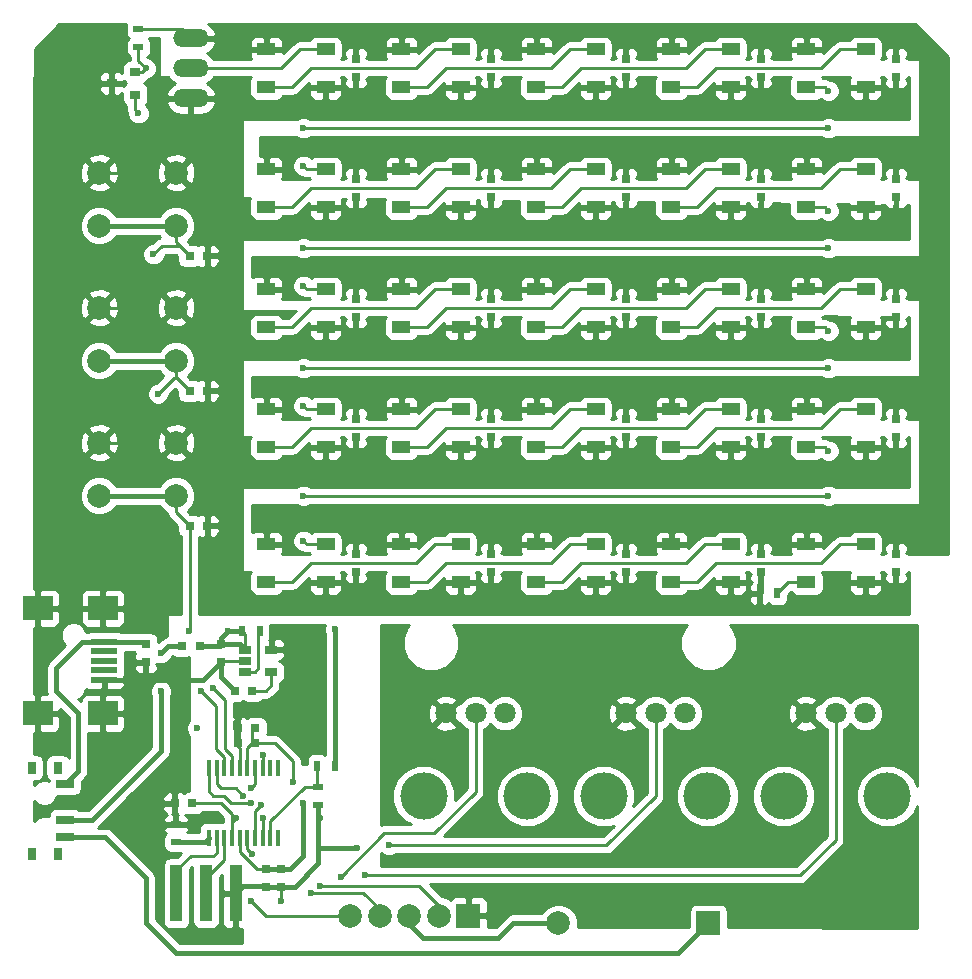
<source format=gbr>
G04 #@! TF.FileFunction,Copper,L1,Top,Signal*
%FSLAX46Y46*%
G04 Gerber Fmt 4.6, Leading zero omitted, Abs format (unit mm)*
G04 Created by KiCad (PCBNEW 4.0.7-e0-6372~58~ubuntu16.10.1) date Wed Dec 20 17:09:54 2017*
%MOMM*%
%LPD*%
G01*
G04 APERTURE LIST*
%ADD10C,0.100000*%
%ADD11R,0.500000X0.900000*%
%ADD12R,1.000000X4.800000*%
%ADD13R,2.000000X2.000000*%
%ADD14C,2.000000*%
%ADD15R,0.800000X0.750000*%
%ADD16R,0.750000X0.800000*%
%ADD17R,2.300000X0.500000*%
%ADD18R,2.500000X2.000000*%
%ADD19O,3.010000X1.510000*%
%ADD20R,1.600000X1.000000*%
%ADD21C,1.800000*%
%ADD22C,4.000000*%
%ADD23R,0.900000X0.800000*%
%ADD24R,0.900000X0.500000*%
%ADD25R,1.500000X0.700000*%
%ADD26R,0.800000X1.000000*%
%ADD27R,1.060000X0.650000*%
%ADD28R,0.450000X1.450000*%
%ADD29C,0.600000*%
%ADD30C,0.400000*%
%ADD31C,0.250000*%
%ADD32C,0.254000*%
G04 APERTURE END LIST*
D10*
D11*
X172835000Y-83820000D03*
X171335000Y-83820000D03*
D12*
X121960000Y-109220000D03*
X124460000Y-109220000D03*
X126960000Y-109220000D03*
D13*
X167005000Y-111760000D03*
D14*
X154305000Y-111760000D03*
D15*
X127139000Y-96520000D03*
X128639000Y-96520000D03*
X126885000Y-92075000D03*
X128385000Y-92075000D03*
D16*
X130810000Y-108700000D03*
X130810000Y-107200000D03*
D15*
X124575000Y-55245000D03*
X123075000Y-55245000D03*
X124575000Y-66675000D03*
X123075000Y-66675000D03*
X124575000Y-78105000D03*
X123075000Y-78105000D03*
D16*
X119380000Y-89650000D03*
X119380000Y-88150000D03*
X125730000Y-89650000D03*
X125730000Y-88150000D03*
D15*
X123305000Y-101600000D03*
X121805000Y-101600000D03*
X127139000Y-95250000D03*
X128639000Y-95250000D03*
D16*
X129540000Y-108700000D03*
X129540000Y-107200000D03*
X137160000Y-40120000D03*
X137160000Y-38620000D03*
X148590000Y-40120000D03*
X148590000Y-38620000D03*
X160020000Y-40120000D03*
X160020000Y-38620000D03*
X171450000Y-40120000D03*
X171450000Y-38620000D03*
X182880000Y-40120000D03*
X182880000Y-38620000D03*
X137160000Y-50280000D03*
X137160000Y-48780000D03*
X148590000Y-50280000D03*
X148590000Y-48780000D03*
X160020000Y-50280000D03*
X160020000Y-48780000D03*
X171450000Y-50280000D03*
X171450000Y-48780000D03*
X182880000Y-50280000D03*
X182880000Y-48780000D03*
X137160000Y-60440000D03*
X137160000Y-58940000D03*
X148590000Y-60440000D03*
X148590000Y-58940000D03*
X160020000Y-60440000D03*
X160020000Y-58940000D03*
X171450000Y-60440000D03*
X171450000Y-58940000D03*
X182880000Y-60440000D03*
X182880000Y-58940000D03*
X137160000Y-70600000D03*
X137160000Y-69100000D03*
X148590000Y-70600000D03*
X148590000Y-69100000D03*
X160020000Y-70600000D03*
X160020000Y-69100000D03*
X171450000Y-70600000D03*
X171450000Y-69100000D03*
X182880000Y-70600000D03*
X182880000Y-69100000D03*
X137160000Y-82030000D03*
X137160000Y-80530000D03*
X148590000Y-82030000D03*
X148590000Y-80530000D03*
X160020000Y-82030000D03*
X160020000Y-80530000D03*
X171450000Y-82030000D03*
X171450000Y-80530000D03*
X182880000Y-82030000D03*
X182880000Y-80530000D03*
D13*
X146685000Y-111125000D03*
D14*
X144165000Y-111125000D03*
X141665000Y-111125000D03*
X139165000Y-111125000D03*
X136665000Y-111125000D03*
D17*
X115830000Y-87935000D03*
X115830000Y-88735000D03*
X115830000Y-89535000D03*
X115830000Y-90335000D03*
X115830000Y-91135000D03*
D18*
X115730000Y-85085000D03*
X110230000Y-85085000D03*
X115730000Y-93985000D03*
X110230000Y-93985000D03*
D19*
X123190000Y-36830000D03*
X123190000Y-39370000D03*
X123190000Y-41910000D03*
D20*
X134580000Y-40970000D03*
X134580000Y-37770000D03*
X129580000Y-40970000D03*
X129580000Y-37770000D03*
X146010000Y-40970000D03*
X146010000Y-37770000D03*
X141010000Y-40970000D03*
X141010000Y-37770000D03*
X157440000Y-40970000D03*
X157440000Y-37770000D03*
X152440000Y-40970000D03*
X152440000Y-37770000D03*
X168870000Y-40970000D03*
X168870000Y-37770000D03*
X163870000Y-40970000D03*
X163870000Y-37770000D03*
X180300000Y-40970000D03*
X180300000Y-37770000D03*
X175300000Y-40970000D03*
X175300000Y-37770000D03*
X134580000Y-51130000D03*
X134580000Y-47930000D03*
X129580000Y-51130000D03*
X129580000Y-47930000D03*
X146010000Y-51130000D03*
X146010000Y-47930000D03*
X141010000Y-51130000D03*
X141010000Y-47930000D03*
X157440000Y-51130000D03*
X157440000Y-47930000D03*
X152440000Y-51130000D03*
X152440000Y-47930000D03*
X168870000Y-51130000D03*
X168870000Y-47930000D03*
X163870000Y-51130000D03*
X163870000Y-47930000D03*
X180300000Y-51130000D03*
X180300000Y-47930000D03*
X175300000Y-51130000D03*
X175300000Y-47930000D03*
X134580000Y-61290000D03*
X134580000Y-58090000D03*
X129580000Y-61290000D03*
X129580000Y-58090000D03*
X146010000Y-61290000D03*
X146010000Y-58090000D03*
X141010000Y-61290000D03*
X141010000Y-58090000D03*
X157440000Y-61290000D03*
X157440000Y-58090000D03*
X152440000Y-61290000D03*
X152440000Y-58090000D03*
X168870000Y-61290000D03*
X168870000Y-58090000D03*
X163870000Y-61290000D03*
X163870000Y-58090000D03*
X180300000Y-61290000D03*
X180300000Y-58090000D03*
X175300000Y-61290000D03*
X175300000Y-58090000D03*
X134580000Y-71450000D03*
X134580000Y-68250000D03*
X129580000Y-71450000D03*
X129580000Y-68250000D03*
X146010000Y-71450000D03*
X146010000Y-68250000D03*
X141010000Y-71450000D03*
X141010000Y-68250000D03*
X157440000Y-71450000D03*
X157440000Y-68250000D03*
X152440000Y-71450000D03*
X152440000Y-68250000D03*
X168870000Y-71450000D03*
X168870000Y-68250000D03*
X163870000Y-71450000D03*
X163870000Y-68250000D03*
X180300000Y-71450000D03*
X180300000Y-68250000D03*
X175300000Y-71450000D03*
X175300000Y-68250000D03*
X134580000Y-82880000D03*
X134580000Y-79680000D03*
X129580000Y-82880000D03*
X129580000Y-79680000D03*
X146010000Y-82880000D03*
X146010000Y-79680000D03*
X141010000Y-82880000D03*
X141010000Y-79680000D03*
X157440000Y-82880000D03*
X157440000Y-79680000D03*
X152440000Y-82880000D03*
X152440000Y-79680000D03*
X168870000Y-82880000D03*
X168870000Y-79680000D03*
X163870000Y-82880000D03*
X163870000Y-79680000D03*
X180300000Y-82880000D03*
X180300000Y-79680000D03*
X175300000Y-82880000D03*
X175300000Y-79680000D03*
D21*
X149780000Y-93980000D03*
X147280000Y-93980000D03*
X144780000Y-93980000D03*
D22*
X151680000Y-100980000D03*
X142880000Y-100980000D03*
D21*
X165020000Y-93980000D03*
X162520000Y-93980000D03*
X160020000Y-93980000D03*
D22*
X166920000Y-100980000D03*
X158120000Y-100980000D03*
D21*
X180260000Y-93980000D03*
X177760000Y-93980000D03*
X175260000Y-93980000D03*
D22*
X182160000Y-100980000D03*
X173360000Y-100980000D03*
D23*
X118475000Y-41590000D03*
X118475000Y-39690000D03*
X116475000Y-40640000D03*
D11*
X127520000Y-86995000D03*
X129020000Y-86995000D03*
X135370000Y-98425000D03*
X133870000Y-98425000D03*
D24*
X133985000Y-100215000D03*
X133985000Y-101715000D03*
X121920000Y-104890000D03*
X121920000Y-103390000D03*
X118745000Y-36080000D03*
X118745000Y-37580000D03*
D25*
X112555000Y-99985000D03*
X112555000Y-102985000D03*
X112555000Y-104485000D03*
D26*
X109695000Y-98585000D03*
X109695000Y-105885000D03*
X111905000Y-105885000D03*
X111905000Y-98585000D03*
D14*
X121920000Y-48205000D03*
X121920000Y-52705000D03*
X115420000Y-48205000D03*
X115420000Y-52705000D03*
X121920000Y-59635000D03*
X121920000Y-64135000D03*
X115420000Y-59635000D03*
X115420000Y-64135000D03*
X121920000Y-71065000D03*
X121920000Y-75565000D03*
X115420000Y-71065000D03*
X115420000Y-75565000D03*
D27*
X127805000Y-88585000D03*
X127805000Y-89535000D03*
X127805000Y-90485000D03*
X130005000Y-90485000D03*
X130005000Y-88585000D03*
D28*
X124710000Y-104550000D03*
X125360000Y-104550000D03*
X126010000Y-104550000D03*
X126660000Y-104550000D03*
X127310000Y-104550000D03*
X127960000Y-104550000D03*
X128610000Y-104550000D03*
X129260000Y-104550000D03*
X129910000Y-104550000D03*
X130560000Y-104550000D03*
X130560000Y-98650000D03*
X129910000Y-98650000D03*
X129260000Y-98650000D03*
X128610000Y-98650000D03*
X127960000Y-98650000D03*
X127310000Y-98650000D03*
X126660000Y-98650000D03*
X126010000Y-98650000D03*
X125360000Y-98650000D03*
X124710000Y-98650000D03*
D15*
X122440000Y-88265000D03*
X123940000Y-88265000D03*
D29*
X160909000Y-84455000D03*
X150368000Y-84328000D03*
X182753000Y-84836000D03*
X112268000Y-96520000D03*
X115189000Y-96520000D03*
X120015000Y-44450000D03*
X121920000Y-44450000D03*
X120142000Y-105537000D03*
X134112000Y-102870000D03*
X131826000Y-99822000D03*
X137287000Y-105410000D03*
X130810000Y-109855000D03*
X116840000Y-41910000D03*
X140335000Y-91186000D03*
X133858000Y-91186000D03*
X140335000Y-92710000D03*
X133858000Y-92710000D03*
X133858000Y-94107000D03*
X140335000Y-94107000D03*
X132715000Y-96520000D03*
X132715000Y-101600000D03*
X120015000Y-55118000D03*
X124079000Y-92075000D03*
X120396000Y-66929000D03*
X125095000Y-91821000D03*
X129286000Y-97536000D03*
X123698000Y-95250000D03*
X123063000Y-86995000D03*
X126365000Y-86995000D03*
X135382000Y-77470000D03*
X135382000Y-86868000D03*
X127000000Y-102870000D03*
X128270000Y-109855000D03*
X134112000Y-108585000D03*
X128270000Y-101600000D03*
X133350000Y-109220000D03*
X127635000Y-100965000D03*
X119380000Y-39370000D03*
X177165000Y-41275000D03*
X177165000Y-44450000D03*
X132715000Y-44450000D03*
X132715000Y-47625000D03*
X132715000Y-57785000D03*
X132715000Y-54610000D03*
X177165000Y-54610000D03*
X177165000Y-51435000D03*
X132715000Y-67945000D03*
X132715000Y-64770000D03*
X177165000Y-64770000D03*
X177165000Y-61595000D03*
X132715000Y-79375000D03*
X132715000Y-75565000D03*
X177165000Y-75565000D03*
X177165000Y-71755000D03*
X128397000Y-105918000D03*
X135890000Y-107823000D03*
X139954000Y-105156000D03*
X129159000Y-101727000D03*
X137922000Y-107696000D03*
X129286000Y-102870000D03*
X128270000Y-100330000D03*
X118745000Y-43180000D03*
X120650000Y-88900000D03*
X120650000Y-92075000D03*
D30*
X160528000Y-84836000D02*
X160020000Y-84836000D01*
X160909000Y-84455000D02*
X160528000Y-84836000D01*
X150368000Y-84328000D02*
X150368000Y-85217000D01*
X182245000Y-84328000D02*
X182245000Y-84074000D01*
X182753000Y-84836000D02*
X182245000Y-84328000D01*
X134580000Y-40970000D02*
X134580000Y-43053000D01*
X137160000Y-41275000D02*
X137160000Y-42672000D01*
X137160000Y-40120000D02*
X137160000Y-41275000D01*
X137160000Y-42672000D02*
X136779000Y-43053000D01*
X146010000Y-40970000D02*
X146010000Y-43053000D01*
X148590000Y-41402000D02*
X148590000Y-42545000D01*
X148590000Y-40120000D02*
X148590000Y-41402000D01*
X148590000Y-42545000D02*
X148082000Y-43053000D01*
X157440000Y-40970000D02*
X157440000Y-43053000D01*
X160020000Y-43053000D02*
X160020000Y-41402000D01*
X160020000Y-41402000D02*
X160020000Y-40120000D01*
X168870000Y-40970000D02*
X168870000Y-43053000D01*
X171450000Y-43053000D02*
X171450000Y-41656000D01*
X171450000Y-41656000D02*
X171450000Y-40120000D01*
X180300000Y-40970000D02*
X180300000Y-43053000D01*
X182880000Y-41529000D02*
X182880000Y-42672000D01*
X182880000Y-40120000D02*
X182880000Y-41529000D01*
X125984000Y-44450000D02*
X123317000Y-44450000D01*
X127381000Y-43053000D02*
X125984000Y-44450000D01*
X182499000Y-43053000D02*
X180300000Y-43053000D01*
X180300000Y-43053000D02*
X171450000Y-43053000D01*
X171450000Y-43053000D02*
X168870000Y-43053000D01*
X168870000Y-43053000D02*
X160020000Y-43053000D01*
X160020000Y-43053000D02*
X157440000Y-43053000D01*
X157440000Y-43053000D02*
X148082000Y-43053000D01*
X148082000Y-43053000D02*
X146010000Y-43053000D01*
X146010000Y-43053000D02*
X136779000Y-43053000D01*
X136779000Y-43053000D02*
X134580000Y-43053000D01*
X134580000Y-43053000D02*
X127381000Y-43053000D01*
X182880000Y-42672000D02*
X182499000Y-43053000D01*
X134580000Y-51130000D02*
X134580000Y-53340000D01*
X137160000Y-51435000D02*
X137160000Y-52959000D01*
X137160000Y-50280000D02*
X137160000Y-51435000D01*
X137160000Y-52959000D02*
X136779000Y-53340000D01*
X146010000Y-51130000D02*
X146010000Y-53340000D01*
X148590000Y-53340000D02*
X148590000Y-51562000D01*
X148590000Y-51562000D02*
X148590000Y-50280000D01*
X157440000Y-51130000D02*
X157440000Y-53340000D01*
X160020000Y-53340000D02*
X160020000Y-51562000D01*
X160020000Y-51562000D02*
X160020000Y-50280000D01*
X168870000Y-51130000D02*
X168870000Y-53340000D01*
X171450000Y-53340000D02*
X171450000Y-51562000D01*
X171450000Y-51562000D02*
X171450000Y-50280000D01*
X180300000Y-51130000D02*
X180300000Y-53340000D01*
X126365000Y-62865000D02*
X126365000Y-53721000D01*
X182880000Y-51435000D02*
X182880000Y-50280000D01*
X182880000Y-52832000D02*
X182880000Y-51435000D01*
X182372000Y-53340000D02*
X182880000Y-52832000D01*
X126746000Y-53340000D02*
X134580000Y-53340000D01*
X134580000Y-53340000D02*
X136779000Y-53340000D01*
X136779000Y-53340000D02*
X146010000Y-53340000D01*
X146010000Y-53340000D02*
X148590000Y-53340000D01*
X148590000Y-53340000D02*
X157440000Y-53340000D01*
X157440000Y-53340000D02*
X160020000Y-53340000D01*
X160020000Y-53340000D02*
X168870000Y-53340000D01*
X168870000Y-53340000D02*
X171450000Y-53340000D01*
X171450000Y-53340000D02*
X180300000Y-53340000D01*
X180300000Y-53340000D02*
X182372000Y-53340000D01*
X126365000Y-53721000D02*
X126746000Y-53340000D01*
X134580000Y-61290000D02*
X134580000Y-62865000D01*
X137160000Y-61595000D02*
X137160000Y-62484000D01*
X137160000Y-60440000D02*
X137160000Y-61595000D01*
X137160000Y-62484000D02*
X136779000Y-62865000D01*
X146010000Y-61290000D02*
X146010000Y-62865000D01*
X148590000Y-61468000D02*
X148590000Y-62484000D01*
X148590000Y-60440000D02*
X148590000Y-61468000D01*
X148590000Y-62484000D02*
X148209000Y-62865000D01*
X157440000Y-61290000D02*
X157440000Y-62865000D01*
X168870000Y-61290000D02*
X168870000Y-63119000D01*
X171450000Y-61595000D02*
X171450000Y-62738000D01*
X171450000Y-60440000D02*
X171450000Y-61595000D01*
X171450000Y-62738000D02*
X171069000Y-63119000D01*
X180300000Y-61290000D02*
X180300000Y-63119000D01*
X160020000Y-63119000D02*
X159766000Y-62865000D01*
X182880000Y-60440000D02*
X182880000Y-62357000D01*
X182118000Y-63119000D02*
X180300000Y-63119000D01*
X180300000Y-63119000D02*
X171069000Y-63119000D01*
X171069000Y-63119000D02*
X168870000Y-63119000D01*
X168870000Y-63119000D02*
X160020000Y-63119000D01*
X160020000Y-63119000D02*
X159893000Y-63119000D01*
X182880000Y-62357000D02*
X182118000Y-63119000D01*
X180300000Y-71450000D02*
X180300000Y-73787000D01*
X171450000Y-72136000D02*
X171450000Y-73406000D01*
X171450000Y-70600000D02*
X171450000Y-72136000D01*
X171450000Y-73406000D02*
X171069000Y-73787000D01*
X168870000Y-71450000D02*
X168870000Y-73787000D01*
X157440000Y-71450000D02*
X157440000Y-73787000D01*
X146010000Y-71450000D02*
X146010000Y-73787000D01*
X148590000Y-73787000D02*
X148590000Y-72263000D01*
X148590000Y-72263000D02*
X148590000Y-70600000D01*
X137160000Y-72136000D02*
X137160000Y-73279000D01*
X137160000Y-70600000D02*
X137160000Y-72136000D01*
X137160000Y-73279000D02*
X136652000Y-73787000D01*
X134580000Y-71450000D02*
X134580000Y-73319000D01*
X134580000Y-73319000D02*
X134112000Y-73787000D01*
X134580000Y-82880000D02*
X134580000Y-85217000D01*
X137160000Y-85217000D02*
X137160000Y-83312000D01*
X137160000Y-83312000D02*
X137160000Y-82030000D01*
X146010000Y-82880000D02*
X146010000Y-85217000D01*
X148590000Y-83312000D02*
X148590000Y-84836000D01*
X148590000Y-82030000D02*
X148590000Y-83312000D01*
X148590000Y-84836000D02*
X148209000Y-85217000D01*
X157440000Y-82880000D02*
X157440000Y-85217000D01*
X160020000Y-83820000D02*
X160020000Y-84836000D01*
X160020000Y-82030000D02*
X160020000Y-83820000D01*
X160020000Y-84836000D02*
X159639000Y-85217000D01*
X180300000Y-82880000D02*
X180300000Y-84796000D01*
X180300000Y-84796000D02*
X180721000Y-85217000D01*
X171450000Y-83705000D02*
X171450000Y-82677000D01*
X171450000Y-82677000D02*
X171450000Y-82030000D01*
X171450000Y-83705000D02*
X171335000Y-83820000D01*
X168870000Y-82880000D02*
X168870000Y-85217000D01*
X171335000Y-83820000D02*
X171335000Y-85217000D01*
X160020000Y-71882000D02*
X160020000Y-73406000D01*
X160020000Y-70600000D02*
X160020000Y-71882000D01*
X160020000Y-73406000D02*
X159639000Y-73787000D01*
X126365000Y-62865000D02*
X126365000Y-73787000D01*
X160020000Y-61468000D02*
X160020000Y-62611000D01*
X160020000Y-62611000D02*
X159766000Y-62865000D01*
X160020000Y-60440000D02*
X160020000Y-61468000D01*
X125603000Y-62865000D02*
X125095000Y-62357000D01*
X159766000Y-62865000D02*
X157440000Y-62865000D01*
X157440000Y-62865000D02*
X148209000Y-62865000D01*
X148209000Y-62865000D02*
X146010000Y-62865000D01*
X146010000Y-62865000D02*
X136779000Y-62865000D01*
X136779000Y-62865000D02*
X134580000Y-62865000D01*
X134580000Y-62865000D02*
X126365000Y-62865000D01*
X126365000Y-62865000D02*
X125603000Y-62865000D01*
X126365000Y-73787000D02*
X126365000Y-83058000D01*
X126365000Y-83058000D02*
X128524000Y-85217000D01*
X128524000Y-85217000D02*
X134580000Y-85217000D01*
X134580000Y-85217000D02*
X137160000Y-85217000D01*
X137160000Y-85217000D02*
X146010000Y-85217000D01*
X146010000Y-85217000D02*
X148209000Y-85217000D01*
X148209000Y-85217000D02*
X150368000Y-85217000D01*
X150368000Y-85217000D02*
X157440000Y-85217000D01*
X157440000Y-85217000D02*
X159639000Y-85217000D01*
X159639000Y-85217000D02*
X168870000Y-85217000D01*
X168870000Y-85217000D02*
X171335000Y-85217000D01*
X171335000Y-85217000D02*
X180721000Y-85217000D01*
X180721000Y-85217000D02*
X181102000Y-85217000D01*
X181102000Y-85217000D02*
X182245000Y-84074000D01*
X182245000Y-84074000D02*
X182880000Y-83439000D01*
X182880000Y-71882000D02*
X182880000Y-73279000D01*
X182880000Y-73279000D02*
X182372000Y-73787000D01*
X182372000Y-73787000D02*
X180300000Y-73787000D01*
X180300000Y-73787000D02*
X171069000Y-73787000D01*
X171069000Y-73787000D02*
X168870000Y-73787000D01*
X168870000Y-73787000D02*
X159639000Y-73787000D01*
X159639000Y-73787000D02*
X157440000Y-73787000D01*
X157440000Y-73787000D02*
X148590000Y-73787000D01*
X148590000Y-73787000D02*
X146010000Y-73787000D01*
X146010000Y-73787000D02*
X136652000Y-73787000D01*
X136652000Y-73787000D02*
X134112000Y-73787000D01*
X134112000Y-73787000D02*
X126365000Y-73787000D01*
X182880000Y-70600000D02*
X182880000Y-71882000D01*
X126365000Y-73787000D02*
X125222000Y-73787000D01*
X115730000Y-93985000D02*
X115730000Y-95979000D01*
X111627000Y-95879000D02*
X110230000Y-95879000D01*
X112268000Y-96520000D02*
X111627000Y-95879000D01*
X115730000Y-95979000D02*
X115189000Y-96520000D01*
X115730000Y-93985000D02*
X118105000Y-93985000D01*
X118105000Y-93985000D02*
X118110000Y-93980000D01*
X110230000Y-93985000D02*
X110230000Y-95879000D01*
X110230000Y-95879000D02*
X110236000Y-95885000D01*
X182880000Y-82030000D02*
X182880000Y-83185000D01*
X123190000Y-41910000D02*
X123190000Y-43180000D01*
X123190000Y-43180000D02*
X121920000Y-44450000D01*
X121920000Y-91135000D02*
X121920000Y-92075000D01*
X121920000Y-92075000D02*
X121805000Y-92190000D01*
X121805000Y-101600000D02*
X121805000Y-92190000D01*
X121805000Y-92190000D02*
X121920000Y-92075000D01*
X121920000Y-103390000D02*
X121146000Y-103390000D01*
X120142000Y-104394000D02*
X120142000Y-105537000D01*
X121146000Y-103390000D02*
X120142000Y-104394000D01*
X119380000Y-89650000D02*
X119380000Y-90678000D01*
X119380000Y-90678000D02*
X118923000Y-91135000D01*
D31*
X128639000Y-96520000D02*
X130302000Y-96520000D01*
X134112000Y-102870000D02*
X133985000Y-102870000D01*
X131826000Y-98044000D02*
X131826000Y-99822000D01*
X130302000Y-96520000D02*
X131826000Y-98044000D01*
D30*
X137287000Y-105410000D02*
X134620000Y-105410000D01*
X134620000Y-105410000D02*
X133985000Y-105410000D01*
D31*
X130810000Y-108700000D02*
X130810000Y-109855000D01*
D30*
X154305000Y-111760000D02*
X150495000Y-111760000D01*
X142875000Y-113030000D02*
X141665000Y-111820000D01*
X149225000Y-113030000D02*
X142875000Y-113030000D01*
X150495000Y-111760000D02*
X149225000Y-113030000D01*
X141665000Y-111820000D02*
X141665000Y-111125000D01*
X121805000Y-101600000D02*
X121805000Y-103275000D01*
X121805000Y-103275000D02*
X121920000Y-103390000D01*
X133985000Y-101715000D02*
X133985000Y-102870000D01*
X133985000Y-102870000D02*
X133985000Y-105410000D01*
X133985000Y-105410000D02*
X133985000Y-106680000D01*
X131965000Y-108700000D02*
X130810000Y-108700000D01*
X133985000Y-106680000D02*
X131965000Y-108700000D01*
X115830000Y-91135000D02*
X118923000Y-91135000D01*
X118923000Y-91135000D02*
X121920000Y-91135000D01*
X121920000Y-91135000D02*
X124245000Y-91135000D01*
X124245000Y-91135000D02*
X125730000Y-89650000D01*
D31*
X123190000Y-41910000D02*
X123190000Y-46935000D01*
X123190000Y-46935000D02*
X121920000Y-48205000D01*
X116475000Y-40640000D02*
X116475000Y-41545000D01*
X116475000Y-41545000D02*
X116840000Y-41910000D01*
X115420000Y-48205000D02*
X117420000Y-48205000D01*
X120015000Y-50800000D02*
X125095000Y-50800000D01*
X117420000Y-48205000D02*
X120015000Y-50800000D01*
X115420000Y-59635000D02*
X118055000Y-59635000D01*
X120650000Y-62230000D02*
X125095000Y-62230000D01*
X118055000Y-59635000D02*
X120650000Y-62230000D01*
X115420000Y-71065000D02*
X118055000Y-71065000D01*
X120650000Y-73660000D02*
X125095000Y-73660000D01*
X118055000Y-71065000D02*
X120650000Y-73660000D01*
X128385000Y-96520000D02*
X128385000Y-95250000D01*
X127960000Y-98650000D02*
X127960000Y-96945000D01*
X127960000Y-96945000D02*
X128385000Y-96520000D01*
D30*
X130810000Y-108700000D02*
X129540000Y-108700000D01*
X129540000Y-108700000D02*
X129425000Y-108585000D01*
X129425000Y-108585000D02*
X127595000Y-108585000D01*
X127595000Y-108585000D02*
X126960000Y-109220000D01*
D31*
X129540000Y-108700000D02*
X129425000Y-108585000D01*
D30*
X125730000Y-89650000D02*
X125730000Y-90920000D01*
X125730000Y-90920000D02*
X126885000Y-92075000D01*
D31*
X127805000Y-89535000D02*
X125845000Y-89535000D01*
X125845000Y-89535000D02*
X125730000Y-89650000D01*
X125360000Y-104550000D02*
X125360000Y-105780000D01*
X123190000Y-106045000D02*
X121960000Y-107275000D01*
X125095000Y-106045000D02*
X123190000Y-106045000D01*
X125360000Y-105780000D02*
X125095000Y-106045000D01*
X121960000Y-107275000D02*
X121960000Y-109220000D01*
X126010000Y-104550000D02*
X126010000Y-106400000D01*
X126010000Y-106400000D02*
X124460000Y-107950000D01*
X124460000Y-107950000D02*
X124460000Y-109220000D01*
X124460000Y-107950000D02*
X124460000Y-109220000D01*
D30*
X112555000Y-104485000D02*
X115915000Y-104485000D01*
X164465000Y-114300000D02*
X167005000Y-111760000D01*
X121920000Y-114300000D02*
X164465000Y-114300000D01*
X119380000Y-111760000D02*
X121920000Y-114300000D01*
X119380000Y-107950000D02*
X119380000Y-111760000D01*
X115915000Y-104485000D02*
X119380000Y-107950000D01*
X133858000Y-91059000D02*
X133858000Y-91186000D01*
X140335000Y-91186000D02*
X140335000Y-92710000D01*
X133858000Y-92583000D02*
X133858000Y-92710000D01*
X140843000Y-93218000D02*
X141224000Y-93218000D01*
X140335000Y-92710000D02*
X140843000Y-93218000D01*
X143383000Y-92583000D02*
X141859000Y-92583000D01*
X126885000Y-94730000D02*
X127635000Y-93980000D01*
X127635000Y-93980000D02*
X132080000Y-93980000D01*
X126885000Y-94754000D02*
X126885000Y-94730000D01*
X143383000Y-92583000D02*
X144780000Y-93980000D01*
X133731000Y-93980000D02*
X132080000Y-93980000D01*
X133858000Y-94107000D02*
X133731000Y-93980000D01*
X141859000Y-92583000D02*
X141224000Y-93218000D01*
X141224000Y-93218000D02*
X140335000Y-94107000D01*
D31*
X127139000Y-95250000D02*
X127139000Y-95008000D01*
X127139000Y-95008000D02*
X126885000Y-94754000D01*
D30*
X130810000Y-107200000D02*
X131560000Y-107200000D01*
X132715000Y-106045000D02*
X132715000Y-101600000D01*
X131560000Y-107200000D02*
X132715000Y-106045000D01*
X126885000Y-95250000D02*
X126885000Y-94754000D01*
X130005000Y-88585000D02*
X131765000Y-88585000D01*
X132715000Y-89535000D02*
X132715000Y-90805000D01*
X131765000Y-88585000D02*
X132715000Y-89535000D01*
D31*
X127310000Y-104550000D02*
X127310000Y-105720000D01*
X128790000Y-107200000D02*
X129540000Y-107200000D01*
X127310000Y-105720000D02*
X128790000Y-107200000D01*
D30*
X130810000Y-107200000D02*
X129540000Y-107200000D01*
D31*
X126885000Y-95250000D02*
X126885000Y-96520000D01*
X126885000Y-96520000D02*
X127310000Y-96945000D01*
X127310000Y-96945000D02*
X127310000Y-98650000D01*
X128385000Y-92075000D02*
X129540000Y-92075000D01*
X130005000Y-91610000D02*
X130005000Y-90485000D01*
X129540000Y-92075000D02*
X130005000Y-91610000D01*
D30*
X115420000Y-52705000D02*
X121920000Y-52705000D01*
D31*
X125349000Y-95123000D02*
X125349000Y-93345000D01*
X126010000Y-97689000D02*
X125349000Y-97028000D01*
X125349000Y-97028000D02*
X125349000Y-95123000D01*
X126010000Y-98650000D02*
X126010000Y-97689000D01*
X120719500Y-54413500D02*
X122243500Y-54413500D01*
X120015000Y-55118000D02*
X120719500Y-54413500D01*
X125349000Y-93345000D02*
X124079000Y-92075000D01*
X121920000Y-52705000D02*
X121920000Y-54090000D01*
X121920000Y-54090000D02*
X122243500Y-54413500D01*
X122243500Y-54413500D02*
X123075000Y-55245000D01*
D30*
X115420000Y-64135000D02*
X121920000Y-64135000D01*
D31*
X126111000Y-95250000D02*
X126111000Y-92837000D01*
X121989500Y-65589500D02*
X121920000Y-65589500D01*
X121735500Y-65589500D02*
X121989500Y-65589500D01*
X120396000Y-66929000D02*
X121735500Y-65589500D01*
X126111000Y-92837000D02*
X125095000Y-91821000D01*
X126660000Y-98650000D02*
X126660000Y-97577000D01*
X126111000Y-97028000D02*
X126111000Y-95250000D01*
X126111000Y-95250000D02*
X126111000Y-95123000D01*
X126660000Y-97577000D02*
X126111000Y-97028000D01*
X121920000Y-64135000D02*
X121920000Y-65589500D01*
X121920000Y-65589500D02*
X121920000Y-65520000D01*
X121920000Y-65520000D02*
X123075000Y-66675000D01*
D30*
X115420000Y-75565000D02*
X121920000Y-75565000D01*
D31*
X129260000Y-97562000D02*
X129286000Y-97536000D01*
X129260000Y-98650000D02*
X129260000Y-97562000D01*
X123075000Y-86983000D02*
X123063000Y-86995000D01*
X123075000Y-86983000D02*
X123075000Y-78105000D01*
X121920000Y-75565000D02*
X121920000Y-76950000D01*
X121920000Y-76950000D02*
X123075000Y-78105000D01*
D30*
X115830000Y-87935000D02*
X119165000Y-87935000D01*
X119165000Y-87935000D02*
X119380000Y-88150000D01*
X115830000Y-87935000D02*
X113995000Y-87935000D01*
X113665000Y-98875000D02*
X112555000Y-99985000D01*
X113665000Y-93980000D02*
X113665000Y-98875000D01*
X111760000Y-92075000D02*
X113665000Y-93980000D01*
X111760000Y-90170000D02*
X111760000Y-92075000D01*
X113995000Y-87935000D02*
X111760000Y-90170000D01*
X175514000Y-77089000D02*
X175641000Y-77089000D01*
X175300000Y-77303000D02*
X175514000Y-77089000D01*
X175300000Y-79680000D02*
X175300000Y-77303000D01*
X175641000Y-77089000D02*
X175895000Y-76835000D01*
X171450000Y-79629000D02*
X171450000Y-77470000D01*
X171450000Y-80530000D02*
X171450000Y-79629000D01*
X171450000Y-77470000D02*
X172085000Y-76835000D01*
X163870000Y-79680000D02*
X163870000Y-77430000D01*
X163870000Y-77430000D02*
X164465000Y-76835000D01*
X160020000Y-78994000D02*
X160020000Y-77470000D01*
X160020000Y-77470000D02*
X160655000Y-76835000D01*
X152440000Y-79680000D02*
X152440000Y-77430000D01*
X152440000Y-77430000D02*
X153035000Y-76835000D01*
X148590000Y-79248000D02*
X148590000Y-77597000D01*
X148590000Y-77597000D02*
X149352000Y-76835000D01*
X141010000Y-79680000D02*
X141010000Y-77557000D01*
X141010000Y-77557000D02*
X141732000Y-76835000D01*
X137160000Y-79121000D02*
X137160000Y-77724000D01*
X137160000Y-77724000D02*
X138049000Y-76835000D01*
X129580000Y-79680000D02*
X129580000Y-77557000D01*
X129580000Y-77557000D02*
X130302000Y-76835000D01*
X130302000Y-76835000D02*
X138049000Y-76835000D01*
X138049000Y-76835000D02*
X141732000Y-76835000D01*
X141732000Y-76835000D02*
X149352000Y-76835000D01*
X149352000Y-76835000D02*
X153035000Y-76835000D01*
X153035000Y-76835000D02*
X160655000Y-76835000D01*
X160655000Y-76835000D02*
X164465000Y-76835000D01*
X164465000Y-76835000D02*
X172085000Y-76835000D01*
X172085000Y-76835000D02*
X175895000Y-76835000D01*
X175895000Y-76835000D02*
X185039000Y-76835000D01*
X175300000Y-68250000D02*
X175300000Y-66167000D01*
X171450000Y-67691000D02*
X171450000Y-66548000D01*
X171450000Y-69100000D02*
X171450000Y-67691000D01*
X171450000Y-66548000D02*
X171069000Y-66167000D01*
X163870000Y-68250000D02*
X163870000Y-66635000D01*
X163870000Y-66635000D02*
X164338000Y-66167000D01*
X160020000Y-67945000D02*
X160020000Y-66548000D01*
X160020000Y-66548000D02*
X160401000Y-66167000D01*
X152440000Y-68250000D02*
X152440000Y-66635000D01*
X152440000Y-66635000D02*
X152908000Y-66167000D01*
X148590000Y-67945000D02*
X148590000Y-66548000D01*
X148590000Y-66548000D02*
X148971000Y-66167000D01*
X141010000Y-68250000D02*
X141010000Y-66762000D01*
X141010000Y-66762000D02*
X141605000Y-66167000D01*
X137160000Y-66167000D02*
X137160000Y-67691000D01*
X137160000Y-67691000D02*
X137160000Y-69100000D01*
X129580000Y-68250000D02*
X129580000Y-66889000D01*
X130302000Y-66167000D02*
X137160000Y-66167000D01*
X137160000Y-66167000D02*
X141605000Y-66167000D01*
X141605000Y-66167000D02*
X148971000Y-66167000D01*
X148971000Y-66167000D02*
X152908000Y-66167000D01*
X152908000Y-66167000D02*
X160401000Y-66167000D01*
X160401000Y-66167000D02*
X164338000Y-66167000D01*
X164338000Y-66167000D02*
X171069000Y-66167000D01*
X171069000Y-66167000D02*
X175300000Y-66167000D01*
X175300000Y-66167000D02*
X186055000Y-66167000D01*
X129580000Y-66889000D02*
X130302000Y-66167000D01*
X182880000Y-58940000D02*
X182880000Y-56134000D01*
X175300000Y-58090000D02*
X175300000Y-56134000D01*
X171450000Y-58940000D02*
X171450000Y-56134000D01*
X163870000Y-58090000D02*
X163870000Y-56134000D01*
X160020000Y-58940000D02*
X160020000Y-56261000D01*
X160020000Y-56261000D02*
X159893000Y-56134000D01*
X152440000Y-58090000D02*
X152440000Y-56134000D01*
X148590000Y-58940000D02*
X148590000Y-56515000D01*
X148590000Y-56515000D02*
X148971000Y-56134000D01*
X141010000Y-58090000D02*
X141010000Y-56134000D01*
X137160000Y-58940000D02*
X137160000Y-56134000D01*
X129580000Y-58090000D02*
X129580000Y-56475000D01*
X129580000Y-56475000D02*
X129921000Y-56134000D01*
X129921000Y-56134000D02*
X137160000Y-56134000D01*
X137160000Y-56134000D02*
X141010000Y-56134000D01*
X141010000Y-56134000D02*
X148971000Y-56134000D01*
X148971000Y-56134000D02*
X152440000Y-56134000D01*
X152440000Y-56134000D02*
X159893000Y-56134000D01*
X159893000Y-56134000D02*
X163870000Y-56134000D01*
X163870000Y-56134000D02*
X171450000Y-56134000D01*
X171450000Y-56134000D02*
X175300000Y-56134000D01*
X175300000Y-56134000D02*
X182880000Y-56134000D01*
X182880000Y-56134000D02*
X186055000Y-56134000D01*
X182880000Y-48780000D02*
X182880000Y-46228000D01*
X182880000Y-46228000D02*
X183261000Y-45847000D01*
X175300000Y-47930000D02*
X175300000Y-45847000D01*
X171450000Y-48780000D02*
X171450000Y-45847000D01*
X163870000Y-47930000D02*
X163870000Y-45847000D01*
X160020000Y-48780000D02*
X160020000Y-45974000D01*
X160020000Y-45974000D02*
X160147000Y-45847000D01*
X152440000Y-47930000D02*
X152440000Y-45847000D01*
X148590000Y-48780000D02*
X148590000Y-45847000D01*
X141010000Y-47930000D02*
X141010000Y-45847000D01*
X137160000Y-48780000D02*
X137160000Y-45847000D01*
X186055000Y-45847000D02*
X183261000Y-45847000D01*
X183261000Y-45847000D02*
X175300000Y-45847000D01*
X175300000Y-45847000D02*
X171450000Y-45847000D01*
X171450000Y-45847000D02*
X163870000Y-45847000D01*
X163870000Y-45847000D02*
X160147000Y-45847000D01*
X160147000Y-45847000D02*
X152440000Y-45847000D01*
X152440000Y-45847000D02*
X148590000Y-45847000D01*
X148590000Y-45847000D02*
X141010000Y-45847000D01*
X141010000Y-45847000D02*
X137160000Y-45847000D01*
X137160000Y-45847000D02*
X130302000Y-45847000D01*
X129580000Y-46569000D02*
X129580000Y-47930000D01*
X129580000Y-46569000D02*
X130302000Y-45847000D01*
X183515000Y-36068000D02*
X183642000Y-36068000D01*
X182880000Y-36068000D02*
X183515000Y-36068000D01*
X186055000Y-38481000D02*
X186055000Y-45847000D01*
X186055000Y-45847000D02*
X186055000Y-56134000D01*
X186055000Y-56134000D02*
X186055000Y-66167000D01*
X186055000Y-66167000D02*
X186055000Y-67945000D01*
X183642000Y-36068000D02*
X186055000Y-38481000D01*
X182880000Y-38620000D02*
X182880000Y-36068000D01*
X175300000Y-37770000D02*
X175300000Y-36068000D01*
X171450000Y-38620000D02*
X171450000Y-36068000D01*
X163870000Y-37770000D02*
X163870000Y-36068000D01*
X160020000Y-38620000D02*
X160020000Y-36068000D01*
X152440000Y-37770000D02*
X152440000Y-36068000D01*
X148590000Y-37338000D02*
X149225000Y-37338000D01*
X150495000Y-36068000D02*
X152440000Y-36068000D01*
X152440000Y-36068000D02*
X160020000Y-36068000D01*
X160020000Y-36068000D02*
X163870000Y-36068000D01*
X163870000Y-36068000D02*
X171450000Y-36068000D01*
X171450000Y-36068000D02*
X175300000Y-36068000D01*
X175300000Y-36068000D02*
X182880000Y-36068000D01*
X149225000Y-37338000D02*
X150495000Y-36068000D01*
X142621000Y-36195000D02*
X147447000Y-36195000D01*
X148590000Y-38620000D02*
X148590000Y-37338000D01*
X142621000Y-36195000D02*
X141010000Y-36195000D01*
X147447000Y-36195000D02*
X148590000Y-37338000D01*
X141010000Y-37770000D02*
X141010000Y-36195000D01*
X137160000Y-37211000D02*
X138049000Y-37211000D01*
X139065000Y-36195000D02*
X141010000Y-36195000D01*
X138049000Y-37211000D02*
X139065000Y-36195000D01*
X129580000Y-37770000D02*
X129580000Y-36536000D01*
X137160000Y-37211000D02*
X137160000Y-38620000D01*
X136271000Y-36322000D02*
X137160000Y-37211000D01*
X129794000Y-36322000D02*
X136271000Y-36322000D01*
X129580000Y-36536000D02*
X129794000Y-36322000D01*
X182880000Y-80530000D02*
X182880000Y-77978000D01*
X182880000Y-77978000D02*
X183769000Y-77089000D01*
X183769000Y-77089000D02*
X184785000Y-77089000D01*
X184785000Y-77089000D02*
X185039000Y-76835000D01*
X185039000Y-76835000D02*
X186055000Y-75819000D01*
X186055000Y-75819000D02*
X186055000Y-67945000D01*
X182880000Y-68072000D02*
X182880000Y-69100000D01*
X186055000Y-67945000D02*
X184785000Y-66675000D01*
X184785000Y-66675000D02*
X184277000Y-66675000D01*
X184277000Y-66675000D02*
X182880000Y-68072000D01*
X148590000Y-58940000D02*
X148590000Y-57785000D01*
X137160000Y-58940000D02*
X137160000Y-57785000D01*
X160020000Y-80530000D02*
X160020000Y-78994000D01*
X160020000Y-78994000D02*
X160020000Y-78867000D01*
X148590000Y-80530000D02*
X148590000Y-79248000D01*
X148590000Y-79248000D02*
X148590000Y-79121000D01*
X137160000Y-80530000D02*
X137160000Y-79121000D01*
X137160000Y-79121000D02*
X137160000Y-78994000D01*
X148590000Y-69100000D02*
X148590000Y-67945000D01*
X148590000Y-67945000D02*
X148590000Y-67818000D01*
X160020000Y-69100000D02*
X160020000Y-67945000D01*
X160020000Y-67945000D02*
X160020000Y-67818000D01*
X182880000Y-38620000D02*
X182880000Y-36957000D01*
X171450000Y-38620000D02*
X171450000Y-37084000D01*
X160020000Y-38620000D02*
X160020000Y-37338000D01*
X137160000Y-48780000D02*
X137160000Y-47625000D01*
X148590000Y-48780000D02*
X148590000Y-47625000D01*
X152440000Y-47930000D02*
X152440000Y-46649000D01*
X152440000Y-46649000D02*
X152400000Y-46609000D01*
X160020000Y-48780000D02*
X160020000Y-47371000D01*
X182880000Y-48780000D02*
X182880000Y-47752000D01*
X175300000Y-47930000D02*
X175300000Y-46522000D01*
X175300000Y-46522000D02*
X175260000Y-46482000D01*
X171450000Y-48780000D02*
X171450000Y-47498000D01*
X171450000Y-58940000D02*
X171450000Y-57658000D01*
X163870000Y-58090000D02*
X163870000Y-56682000D01*
X163870000Y-56682000D02*
X163830000Y-56642000D01*
X182880000Y-58940000D02*
X182880000Y-57658000D01*
X125730000Y-88150000D02*
X125730000Y-87630000D01*
X126365000Y-86995000D02*
X127520000Y-86995000D01*
X125730000Y-87630000D02*
X126365000Y-86995000D01*
X135370000Y-98425000D02*
X135370000Y-86880000D01*
X135370000Y-86880000D02*
X135382000Y-86868000D01*
D31*
X118745000Y-36080000D02*
X122440000Y-36080000D01*
X122440000Y-36080000D02*
X123190000Y-36830000D01*
D30*
X125730000Y-88150000D02*
X127370000Y-88150000D01*
X127370000Y-88150000D02*
X127805000Y-88585000D01*
X123940000Y-88265000D02*
X125615000Y-88265000D01*
X125615000Y-88265000D02*
X125730000Y-88150000D01*
D31*
X127805000Y-88585000D02*
X127805000Y-87280000D01*
X127805000Y-87280000D02*
X127520000Y-86995000D01*
X136665000Y-111125000D02*
X129540000Y-111125000D01*
X126660000Y-103210000D02*
X126660000Y-103505000D01*
X127000000Y-102870000D02*
X126660000Y-103210000D01*
X129540000Y-111125000D02*
X128270000Y-109855000D01*
X123305000Y-101600000D02*
X125730000Y-101600000D01*
X126660000Y-102530000D02*
X126660000Y-103505000D01*
X126660000Y-103505000D02*
X126660000Y-104550000D01*
X125730000Y-101600000D02*
X126660000Y-102530000D01*
X144165000Y-111125000D02*
X144165000Y-110256000D01*
X144165000Y-110256000D02*
X142494000Y-108585000D01*
X142494000Y-108585000D02*
X134112000Y-108585000D01*
X128270000Y-101600000D02*
X126619000Y-101600000D01*
X126619000Y-101600000D02*
X125984000Y-100965000D01*
X125984000Y-100965000D02*
X125095000Y-100965000D01*
X125095000Y-100965000D02*
X124710000Y-100580000D01*
X124710000Y-100580000D02*
X124710000Y-98650000D01*
X139165000Y-111125000D02*
X139165000Y-110590000D01*
X139165000Y-110590000D02*
X137795000Y-109220000D01*
X137795000Y-109220000D02*
X133350000Y-109220000D01*
X127635000Y-100965000D02*
X127000000Y-100330000D01*
X127000000Y-100330000D02*
X125730000Y-100330000D01*
X125730000Y-100330000D02*
X125360000Y-99960000D01*
X125360000Y-99960000D02*
X125360000Y-98650000D01*
X118745000Y-37580000D02*
X118745000Y-38735000D01*
X118745000Y-38735000D02*
X119380000Y-39370000D01*
X118475000Y-39690000D02*
X119060000Y-39690000D01*
X119060000Y-39690000D02*
X119380000Y-39370000D01*
X123190000Y-39370000D02*
X130810000Y-39370000D01*
X132410000Y-37770000D02*
X134580000Y-37770000D01*
X130810000Y-39370000D02*
X132410000Y-37770000D01*
X129580000Y-40970000D02*
X131750000Y-40970000D01*
X143840000Y-37770000D02*
X146010000Y-37770000D01*
X142240000Y-39370000D02*
X143840000Y-37770000D01*
X133350000Y-39370000D02*
X142240000Y-39370000D01*
X131750000Y-40970000D02*
X133350000Y-39370000D01*
X141010000Y-40970000D02*
X143180000Y-40970000D01*
X155270000Y-37770000D02*
X157440000Y-37770000D01*
X153670000Y-39370000D02*
X155270000Y-37770000D01*
X144780000Y-39370000D02*
X153670000Y-39370000D01*
X143180000Y-40970000D02*
X144780000Y-39370000D01*
X152440000Y-40970000D02*
X154610000Y-40970000D01*
X166700000Y-37770000D02*
X168870000Y-37770000D01*
X165100000Y-39370000D02*
X166700000Y-37770000D01*
X156210000Y-39370000D02*
X165100000Y-39370000D01*
X154610000Y-40970000D02*
X156210000Y-39370000D01*
X163870000Y-40970000D02*
X166040000Y-40970000D01*
X178130000Y-37770000D02*
X180300000Y-37770000D01*
X176530000Y-39370000D02*
X178130000Y-37770000D01*
X167640000Y-39370000D02*
X176530000Y-39370000D01*
X166040000Y-40970000D02*
X167640000Y-39370000D01*
X134580000Y-47930000D02*
X133020000Y-47930000D01*
X176860000Y-40970000D02*
X175300000Y-40970000D01*
X177165000Y-41275000D02*
X176860000Y-40970000D01*
X132715000Y-44450000D02*
X177165000Y-44450000D01*
X133020000Y-47930000D02*
X132715000Y-47625000D01*
X129580000Y-51130000D02*
X131750000Y-51130000D01*
X143840000Y-47930000D02*
X146010000Y-47930000D01*
X142240000Y-49530000D02*
X143840000Y-47930000D01*
X133350000Y-49530000D02*
X142240000Y-49530000D01*
X131750000Y-51130000D02*
X133350000Y-49530000D01*
X141010000Y-51130000D02*
X143180000Y-51130000D01*
X155270000Y-47930000D02*
X157440000Y-47930000D01*
X153670000Y-49530000D02*
X155270000Y-47930000D01*
X144780000Y-49530000D02*
X153670000Y-49530000D01*
X143180000Y-51130000D02*
X144780000Y-49530000D01*
X152440000Y-51130000D02*
X154610000Y-51130000D01*
X166700000Y-47930000D02*
X168870000Y-47930000D01*
X165100000Y-49530000D02*
X166700000Y-47930000D01*
X156210000Y-49530000D02*
X165100000Y-49530000D01*
X154610000Y-51130000D02*
X156210000Y-49530000D01*
X163870000Y-51130000D02*
X166040000Y-51130000D01*
X178130000Y-47930000D02*
X180300000Y-47930000D01*
X176530000Y-49530000D02*
X178130000Y-47930000D01*
X167640000Y-49530000D02*
X176530000Y-49530000D01*
X166040000Y-51130000D02*
X167640000Y-49530000D01*
X175300000Y-51130000D02*
X176860000Y-51130000D01*
X133020000Y-58090000D02*
X134580000Y-58090000D01*
X132715000Y-57785000D02*
X133020000Y-58090000D01*
X177165000Y-54610000D02*
X132715000Y-54610000D01*
X176860000Y-51130000D02*
X177165000Y-51435000D01*
X129580000Y-61290000D02*
X131750000Y-61290000D01*
X143840000Y-58090000D02*
X146010000Y-58090000D01*
X142240000Y-59690000D02*
X143840000Y-58090000D01*
X133350000Y-59690000D02*
X142240000Y-59690000D01*
X131750000Y-61290000D02*
X133350000Y-59690000D01*
X141010000Y-61290000D02*
X143180000Y-61290000D01*
X155270000Y-58090000D02*
X157440000Y-58090000D01*
X153670000Y-59690000D02*
X155270000Y-58090000D01*
X144780000Y-59690000D02*
X153670000Y-59690000D01*
X143180000Y-61290000D02*
X144780000Y-59690000D01*
X152440000Y-61290000D02*
X154610000Y-61290000D01*
X166700000Y-58090000D02*
X168870000Y-58090000D01*
X165100000Y-59690000D02*
X166700000Y-58090000D01*
X156210000Y-59690000D02*
X165100000Y-59690000D01*
X154610000Y-61290000D02*
X156210000Y-59690000D01*
X163870000Y-61290000D02*
X166040000Y-61290000D01*
X178130000Y-58090000D02*
X180300000Y-58090000D01*
X176530000Y-59690000D02*
X178130000Y-58090000D01*
X167640000Y-59690000D02*
X176530000Y-59690000D01*
X166040000Y-61290000D02*
X167640000Y-59690000D01*
X175300000Y-61290000D02*
X176860000Y-61290000D01*
X133020000Y-68250000D02*
X134580000Y-68250000D01*
X132715000Y-67945000D02*
X133020000Y-68250000D01*
X160020000Y-64770000D02*
X132715000Y-64770000D01*
X177165000Y-64770000D02*
X160020000Y-64770000D01*
X176860000Y-61290000D02*
X177165000Y-61595000D01*
X129580000Y-71450000D02*
X131750000Y-71450000D01*
X143840000Y-68250000D02*
X146010000Y-68250000D01*
X142240000Y-69850000D02*
X143840000Y-68250000D01*
X133350000Y-69850000D02*
X142240000Y-69850000D01*
X131750000Y-71450000D02*
X133350000Y-69850000D01*
X141010000Y-71450000D02*
X143180000Y-71450000D01*
X155270000Y-68250000D02*
X157440000Y-68250000D01*
X153670000Y-69850000D02*
X155270000Y-68250000D01*
X144780000Y-69850000D02*
X153670000Y-69850000D01*
X143180000Y-71450000D02*
X144780000Y-69850000D01*
X152440000Y-71450000D02*
X154610000Y-71450000D01*
X166700000Y-68250000D02*
X168870000Y-68250000D01*
X165100000Y-69850000D02*
X166700000Y-68250000D01*
X156210000Y-69850000D02*
X165100000Y-69850000D01*
X154610000Y-71450000D02*
X156210000Y-69850000D01*
X163870000Y-71450000D02*
X166040000Y-71450000D01*
X178130000Y-68250000D02*
X180300000Y-68250000D01*
X176530000Y-69850000D02*
X178130000Y-68250000D01*
X167640000Y-69850000D02*
X176530000Y-69850000D01*
X166040000Y-71450000D02*
X167640000Y-69850000D01*
X175300000Y-71450000D02*
X176860000Y-71450000D01*
X133020000Y-79680000D02*
X134580000Y-79680000D01*
X132715000Y-79375000D02*
X133020000Y-79680000D01*
X177165000Y-75565000D02*
X132715000Y-75565000D01*
X176860000Y-71450000D02*
X177165000Y-71755000D01*
X129580000Y-82880000D02*
X131750000Y-82880000D01*
X143840000Y-79680000D02*
X146010000Y-79680000D01*
X142240000Y-81280000D02*
X143840000Y-79680000D01*
X133350000Y-81280000D02*
X142240000Y-81280000D01*
X131750000Y-82880000D02*
X133350000Y-81280000D01*
X141010000Y-82880000D02*
X143180000Y-82880000D01*
X155270000Y-79680000D02*
X157440000Y-79680000D01*
X153670000Y-81280000D02*
X155270000Y-79680000D01*
X144780000Y-81280000D02*
X153670000Y-81280000D01*
X143180000Y-82880000D02*
X144780000Y-81280000D01*
X152440000Y-82880000D02*
X154610000Y-82880000D01*
X166700000Y-79680000D02*
X168870000Y-79680000D01*
X165100000Y-81280000D02*
X166700000Y-79680000D01*
X156210000Y-81280000D02*
X165100000Y-81280000D01*
X154610000Y-82880000D02*
X156210000Y-81280000D01*
X163870000Y-82880000D02*
X166040000Y-82880000D01*
X167640000Y-81280000D02*
X176530000Y-81280000D01*
X176530000Y-81280000D02*
X178130000Y-79680000D01*
X178130000Y-79680000D02*
X180300000Y-79680000D01*
X166040000Y-82880000D02*
X167640000Y-81280000D01*
X175300000Y-82880000D02*
X173775000Y-82880000D01*
X173775000Y-82880000D02*
X172835000Y-83820000D01*
X147280000Y-93980000D02*
X147280000Y-100624000D01*
X127960000Y-105481000D02*
X128397000Y-105918000D01*
X135890000Y-107823000D02*
X139573000Y-104140000D01*
X127960000Y-105481000D02*
X127960000Y-104550000D01*
X143764000Y-104140000D02*
X139573000Y-104140000D01*
X147280000Y-100624000D02*
X143764000Y-104140000D01*
X162520000Y-101005000D02*
X158369000Y-105156000D01*
X158369000Y-105156000D02*
X139954000Y-105156000D01*
X128610000Y-104550000D02*
X128610000Y-102276000D01*
X128610000Y-102276000D02*
X129159000Y-101727000D01*
X162520000Y-101005000D02*
X162520000Y-93980000D01*
X177760000Y-104688000D02*
X174752000Y-107696000D01*
X174752000Y-107696000D02*
X137922000Y-107696000D01*
X177760000Y-93980000D02*
X177760000Y-104688000D01*
X129260000Y-102896000D02*
X129286000Y-102870000D01*
X129260000Y-104550000D02*
X129260000Y-102896000D01*
X118475000Y-41590000D02*
X118475000Y-42910000D01*
X128610000Y-99990000D02*
X128610000Y-98650000D01*
X128270000Y-100330000D02*
X128610000Y-99990000D01*
X118475000Y-42910000D02*
X118745000Y-43180000D01*
X127805000Y-90485000D02*
X128590000Y-90485000D01*
X128905000Y-90170000D02*
X128905000Y-87110000D01*
X128590000Y-90485000D02*
X128905000Y-90170000D01*
X128905000Y-87110000D02*
X129020000Y-86995000D01*
X133870000Y-98425000D02*
X133870000Y-100100000D01*
X133870000Y-100100000D02*
X133985000Y-100215000D01*
X133985000Y-100215000D02*
X132830000Y-100215000D01*
X129910000Y-103135000D02*
X129910000Y-104550000D01*
X132830000Y-100215000D02*
X129910000Y-103135000D01*
D30*
X121920000Y-104890000D02*
X124370000Y-104890000D01*
X124370000Y-104890000D02*
X124710000Y-104550000D01*
X112555000Y-102985000D02*
X114820000Y-102985000D01*
X121285000Y-88265000D02*
X122440000Y-88265000D01*
X120650000Y-88900000D02*
X121285000Y-88265000D01*
X120650000Y-97155000D02*
X120650000Y-92075000D01*
X114820000Y-102985000D02*
X120650000Y-97155000D01*
D32*
G36*
X187250000Y-38394092D02*
X187250000Y-80518000D01*
X183890000Y-80518000D01*
X183890000Y-80402998D01*
X183731252Y-80402998D01*
X183890000Y-80244250D01*
X183890000Y-80003691D01*
X183793327Y-79770302D01*
X183614699Y-79591673D01*
X183381310Y-79495000D01*
X183165750Y-79495000D01*
X183007000Y-79653750D01*
X183007000Y-80403000D01*
X183027000Y-80403000D01*
X183027000Y-80518000D01*
X182733000Y-80518000D01*
X182733000Y-80403000D01*
X182753000Y-80403000D01*
X182753000Y-79653750D01*
X182594250Y-79495000D01*
X182378690Y-79495000D01*
X182145301Y-79591673D01*
X181966673Y-79770302D01*
X181870000Y-80003691D01*
X181870000Y-80244250D01*
X182028748Y-80402998D01*
X181870000Y-80402998D01*
X181870000Y-80518000D01*
X181637595Y-80518000D01*
X181696431Y-80431890D01*
X181747440Y-80180000D01*
X181747440Y-79180000D01*
X181703162Y-78944683D01*
X181564090Y-78728559D01*
X181351890Y-78583569D01*
X181100000Y-78532560D01*
X179500000Y-78532560D01*
X179264683Y-78576838D01*
X179048559Y-78715910D01*
X178909110Y-78920000D01*
X178130000Y-78920000D01*
X177839161Y-78977852D01*
X177592599Y-79142599D01*
X176735000Y-80000198D01*
X176735000Y-79965750D01*
X176576250Y-79807000D01*
X175427000Y-79807000D01*
X175427000Y-79827000D01*
X175173000Y-79827000D01*
X175173000Y-79807000D01*
X174023750Y-79807000D01*
X173865000Y-79965750D01*
X173865000Y-80306310D01*
X173952685Y-80518000D01*
X172460000Y-80518000D01*
X172460000Y-80402998D01*
X172301252Y-80402998D01*
X172460000Y-80244250D01*
X172460000Y-80003691D01*
X172363327Y-79770302D01*
X172184699Y-79591673D01*
X171951310Y-79495000D01*
X171735750Y-79495000D01*
X171577000Y-79653750D01*
X171577000Y-80403000D01*
X171597000Y-80403000D01*
X171597000Y-80518000D01*
X171303000Y-80518000D01*
X171303000Y-80403000D01*
X171323000Y-80403000D01*
X171323000Y-79653750D01*
X171164250Y-79495000D01*
X170948690Y-79495000D01*
X170715301Y-79591673D01*
X170536673Y-79770302D01*
X170440000Y-80003691D01*
X170440000Y-80244250D01*
X170598748Y-80402998D01*
X170440000Y-80402998D01*
X170440000Y-80518000D01*
X170207595Y-80518000D01*
X170266431Y-80431890D01*
X170317440Y-80180000D01*
X170317440Y-79180000D01*
X170293674Y-79053690D01*
X173865000Y-79053690D01*
X173865000Y-79394250D01*
X174023750Y-79553000D01*
X175173000Y-79553000D01*
X175173000Y-78703750D01*
X175427000Y-78703750D01*
X175427000Y-79553000D01*
X176576250Y-79553000D01*
X176735000Y-79394250D01*
X176735000Y-79053690D01*
X176638327Y-78820301D01*
X176459698Y-78641673D01*
X176226309Y-78545000D01*
X175585750Y-78545000D01*
X175427000Y-78703750D01*
X175173000Y-78703750D01*
X175014250Y-78545000D01*
X174373691Y-78545000D01*
X174140302Y-78641673D01*
X173961673Y-78820301D01*
X173865000Y-79053690D01*
X170293674Y-79053690D01*
X170273162Y-78944683D01*
X170134090Y-78728559D01*
X169921890Y-78583569D01*
X169670000Y-78532560D01*
X168070000Y-78532560D01*
X167834683Y-78576838D01*
X167618559Y-78715910D01*
X167479110Y-78920000D01*
X166700000Y-78920000D01*
X166409161Y-78977852D01*
X166162599Y-79142599D01*
X165305000Y-80000198D01*
X165305000Y-79965750D01*
X165146250Y-79807000D01*
X163997000Y-79807000D01*
X163997000Y-79827000D01*
X163743000Y-79827000D01*
X163743000Y-79807000D01*
X162593750Y-79807000D01*
X162435000Y-79965750D01*
X162435000Y-80306310D01*
X162522685Y-80518000D01*
X161030000Y-80518000D01*
X161030000Y-80402998D01*
X160871252Y-80402998D01*
X161030000Y-80244250D01*
X161030000Y-80003691D01*
X160933327Y-79770302D01*
X160754699Y-79591673D01*
X160521310Y-79495000D01*
X160305750Y-79495000D01*
X160147000Y-79653750D01*
X160147000Y-80403000D01*
X160167000Y-80403000D01*
X160167000Y-80518000D01*
X159873000Y-80518000D01*
X159873000Y-80403000D01*
X159893000Y-80403000D01*
X159893000Y-79653750D01*
X159734250Y-79495000D01*
X159518690Y-79495000D01*
X159285301Y-79591673D01*
X159106673Y-79770302D01*
X159010000Y-80003691D01*
X159010000Y-80244250D01*
X159168748Y-80402998D01*
X159010000Y-80402998D01*
X159010000Y-80518000D01*
X158777595Y-80518000D01*
X158836431Y-80431890D01*
X158887440Y-80180000D01*
X158887440Y-79180000D01*
X158863674Y-79053690D01*
X162435000Y-79053690D01*
X162435000Y-79394250D01*
X162593750Y-79553000D01*
X163743000Y-79553000D01*
X163743000Y-78703750D01*
X163997000Y-78703750D01*
X163997000Y-79553000D01*
X165146250Y-79553000D01*
X165305000Y-79394250D01*
X165305000Y-79053690D01*
X165208327Y-78820301D01*
X165029698Y-78641673D01*
X164796309Y-78545000D01*
X164155750Y-78545000D01*
X163997000Y-78703750D01*
X163743000Y-78703750D01*
X163584250Y-78545000D01*
X162943691Y-78545000D01*
X162710302Y-78641673D01*
X162531673Y-78820301D01*
X162435000Y-79053690D01*
X158863674Y-79053690D01*
X158843162Y-78944683D01*
X158704090Y-78728559D01*
X158491890Y-78583569D01*
X158240000Y-78532560D01*
X156640000Y-78532560D01*
X156404683Y-78576838D01*
X156188559Y-78715910D01*
X156049110Y-78920000D01*
X155270000Y-78920000D01*
X154979161Y-78977852D01*
X154732599Y-79142599D01*
X153875000Y-80000198D01*
X153875000Y-79965750D01*
X153716250Y-79807000D01*
X152567000Y-79807000D01*
X152567000Y-79827000D01*
X152313000Y-79827000D01*
X152313000Y-79807000D01*
X151163750Y-79807000D01*
X151005000Y-79965750D01*
X151005000Y-80306310D01*
X151092685Y-80518000D01*
X149600000Y-80518000D01*
X149600000Y-80402998D01*
X149441252Y-80402998D01*
X149600000Y-80244250D01*
X149600000Y-80003691D01*
X149503327Y-79770302D01*
X149324699Y-79591673D01*
X149091310Y-79495000D01*
X148875750Y-79495000D01*
X148717000Y-79653750D01*
X148717000Y-80403000D01*
X148737000Y-80403000D01*
X148737000Y-80518000D01*
X148443000Y-80518000D01*
X148443000Y-80403000D01*
X148463000Y-80403000D01*
X148463000Y-79653750D01*
X148304250Y-79495000D01*
X148088690Y-79495000D01*
X147855301Y-79591673D01*
X147676673Y-79770302D01*
X147580000Y-80003691D01*
X147580000Y-80244250D01*
X147738748Y-80402998D01*
X147580000Y-80402998D01*
X147580000Y-80518000D01*
X147347595Y-80518000D01*
X147406431Y-80431890D01*
X147457440Y-80180000D01*
X147457440Y-79180000D01*
X147433674Y-79053690D01*
X151005000Y-79053690D01*
X151005000Y-79394250D01*
X151163750Y-79553000D01*
X152313000Y-79553000D01*
X152313000Y-78703750D01*
X152567000Y-78703750D01*
X152567000Y-79553000D01*
X153716250Y-79553000D01*
X153875000Y-79394250D01*
X153875000Y-79053690D01*
X153778327Y-78820301D01*
X153599698Y-78641673D01*
X153366309Y-78545000D01*
X152725750Y-78545000D01*
X152567000Y-78703750D01*
X152313000Y-78703750D01*
X152154250Y-78545000D01*
X151513691Y-78545000D01*
X151280302Y-78641673D01*
X151101673Y-78820301D01*
X151005000Y-79053690D01*
X147433674Y-79053690D01*
X147413162Y-78944683D01*
X147274090Y-78728559D01*
X147061890Y-78583569D01*
X146810000Y-78532560D01*
X145210000Y-78532560D01*
X144974683Y-78576838D01*
X144758559Y-78715910D01*
X144619110Y-78920000D01*
X143840000Y-78920000D01*
X143549161Y-78977852D01*
X143302599Y-79142599D01*
X142445000Y-80000198D01*
X142445000Y-79965750D01*
X142286250Y-79807000D01*
X141137000Y-79807000D01*
X141137000Y-79827000D01*
X140883000Y-79827000D01*
X140883000Y-79807000D01*
X139733750Y-79807000D01*
X139575000Y-79965750D01*
X139575000Y-80306310D01*
X139662685Y-80518000D01*
X138170000Y-80518000D01*
X138170000Y-80402998D01*
X138011252Y-80402998D01*
X138170000Y-80244250D01*
X138170000Y-80003691D01*
X138073327Y-79770302D01*
X137894699Y-79591673D01*
X137661310Y-79495000D01*
X137445750Y-79495000D01*
X137287000Y-79653750D01*
X137287000Y-80403000D01*
X137307000Y-80403000D01*
X137307000Y-80518000D01*
X137013000Y-80518000D01*
X137013000Y-80403000D01*
X137033000Y-80403000D01*
X137033000Y-79653750D01*
X136874250Y-79495000D01*
X136658690Y-79495000D01*
X136425301Y-79591673D01*
X136246673Y-79770302D01*
X136150000Y-80003691D01*
X136150000Y-80244250D01*
X136308748Y-80402998D01*
X136150000Y-80402998D01*
X136150000Y-80518000D01*
X135917595Y-80518000D01*
X135976431Y-80431890D01*
X136027440Y-80180000D01*
X136027440Y-79180000D01*
X136003674Y-79053690D01*
X139575000Y-79053690D01*
X139575000Y-79394250D01*
X139733750Y-79553000D01*
X140883000Y-79553000D01*
X140883000Y-78703750D01*
X141137000Y-78703750D01*
X141137000Y-79553000D01*
X142286250Y-79553000D01*
X142445000Y-79394250D01*
X142445000Y-79053690D01*
X142348327Y-78820301D01*
X142169698Y-78641673D01*
X141936309Y-78545000D01*
X141295750Y-78545000D01*
X141137000Y-78703750D01*
X140883000Y-78703750D01*
X140724250Y-78545000D01*
X140083691Y-78545000D01*
X139850302Y-78641673D01*
X139671673Y-78820301D01*
X139575000Y-79053690D01*
X136003674Y-79053690D01*
X135983162Y-78944683D01*
X135844090Y-78728559D01*
X135631890Y-78583569D01*
X135380000Y-78532560D01*
X133780000Y-78532560D01*
X133544683Y-78576838D01*
X133358783Y-78696462D01*
X133245327Y-78582808D01*
X132901799Y-78440162D01*
X132529833Y-78439838D01*
X132186057Y-78581883D01*
X131922808Y-78844673D01*
X131780162Y-79188201D01*
X131779838Y-79560167D01*
X131921883Y-79903943D01*
X132184673Y-80167192D01*
X132528201Y-80309838D01*
X132621062Y-80309919D01*
X132729161Y-80382148D01*
X133020000Y-80440000D01*
X133192721Y-80440000D01*
X133242913Y-80518000D01*
X130927315Y-80518000D01*
X131015000Y-80306310D01*
X131015000Y-79965750D01*
X130856250Y-79807000D01*
X129707000Y-79807000D01*
X129707000Y-79827000D01*
X129453000Y-79827000D01*
X129453000Y-79807000D01*
X129433000Y-79807000D01*
X129433000Y-79553000D01*
X129453000Y-79553000D01*
X129453000Y-78703750D01*
X129707000Y-78703750D01*
X129707000Y-79553000D01*
X130856250Y-79553000D01*
X131015000Y-79394250D01*
X131015000Y-79053690D01*
X130918327Y-78820301D01*
X130739698Y-78641673D01*
X130506309Y-78545000D01*
X129865750Y-78545000D01*
X129707000Y-78703750D01*
X129453000Y-78703750D01*
X129294250Y-78545000D01*
X128653691Y-78545000D01*
X128420302Y-78641673D01*
X128397000Y-78664975D01*
X128397000Y-76327000D01*
X132154534Y-76327000D01*
X132184673Y-76357192D01*
X132528201Y-76499838D01*
X132900167Y-76500162D01*
X133243943Y-76358117D01*
X133275114Y-76327000D01*
X176604534Y-76327000D01*
X176634673Y-76357192D01*
X176978201Y-76499838D01*
X177350167Y-76500162D01*
X177693943Y-76358117D01*
X177725114Y-76327000D01*
X184785000Y-76327000D01*
X184834410Y-76316994D01*
X184876035Y-76288553D01*
X184903315Y-76246159D01*
X184912000Y-76200000D01*
X184912000Y-69215000D01*
X184901994Y-69165590D01*
X184873553Y-69123965D01*
X184831159Y-69096685D01*
X184785000Y-69088000D01*
X183890000Y-69088000D01*
X183890000Y-68972998D01*
X183731252Y-68972998D01*
X183890000Y-68814250D01*
X183890000Y-68573691D01*
X183793327Y-68340302D01*
X183614699Y-68161673D01*
X183381310Y-68065000D01*
X183165750Y-68065000D01*
X183007000Y-68223750D01*
X183007000Y-68973000D01*
X183027000Y-68973000D01*
X183027000Y-69088000D01*
X182733000Y-69088000D01*
X182733000Y-68973000D01*
X182753000Y-68973000D01*
X182753000Y-68223750D01*
X182594250Y-68065000D01*
X182378690Y-68065000D01*
X182145301Y-68161673D01*
X181966673Y-68340302D01*
X181870000Y-68573691D01*
X181870000Y-68814250D01*
X182028748Y-68972998D01*
X181870000Y-68972998D01*
X181870000Y-69088000D01*
X181637595Y-69088000D01*
X181696431Y-69001890D01*
X181747440Y-68750000D01*
X181747440Y-67750000D01*
X181703162Y-67514683D01*
X181564090Y-67298559D01*
X181351890Y-67153569D01*
X181100000Y-67102560D01*
X179500000Y-67102560D01*
X179264683Y-67146838D01*
X179048559Y-67285910D01*
X178909110Y-67490000D01*
X178130000Y-67490000D01*
X177839161Y-67547852D01*
X177592599Y-67712599D01*
X176735000Y-68570198D01*
X176735000Y-68535750D01*
X176576250Y-68377000D01*
X175427000Y-68377000D01*
X175427000Y-68397000D01*
X175173000Y-68397000D01*
X175173000Y-68377000D01*
X174023750Y-68377000D01*
X173865000Y-68535750D01*
X173865000Y-68876310D01*
X173952685Y-69088000D01*
X172460000Y-69088000D01*
X172460000Y-68972998D01*
X172301252Y-68972998D01*
X172460000Y-68814250D01*
X172460000Y-68573691D01*
X172363327Y-68340302D01*
X172184699Y-68161673D01*
X171951310Y-68065000D01*
X171735750Y-68065000D01*
X171577000Y-68223750D01*
X171577000Y-68973000D01*
X171597000Y-68973000D01*
X171597000Y-69088000D01*
X171303000Y-69088000D01*
X171303000Y-68973000D01*
X171323000Y-68973000D01*
X171323000Y-68223750D01*
X171164250Y-68065000D01*
X170948690Y-68065000D01*
X170715301Y-68161673D01*
X170536673Y-68340302D01*
X170440000Y-68573691D01*
X170440000Y-68814250D01*
X170598748Y-68972998D01*
X170440000Y-68972998D01*
X170440000Y-69088000D01*
X170207595Y-69088000D01*
X170266431Y-69001890D01*
X170317440Y-68750000D01*
X170317440Y-67750000D01*
X170293674Y-67623690D01*
X173865000Y-67623690D01*
X173865000Y-67964250D01*
X174023750Y-68123000D01*
X175173000Y-68123000D01*
X175173000Y-67273750D01*
X175427000Y-67273750D01*
X175427000Y-68123000D01*
X176576250Y-68123000D01*
X176735000Y-67964250D01*
X176735000Y-67623690D01*
X176638327Y-67390301D01*
X176459698Y-67211673D01*
X176226309Y-67115000D01*
X175585750Y-67115000D01*
X175427000Y-67273750D01*
X175173000Y-67273750D01*
X175014250Y-67115000D01*
X174373691Y-67115000D01*
X174140302Y-67211673D01*
X173961673Y-67390301D01*
X173865000Y-67623690D01*
X170293674Y-67623690D01*
X170273162Y-67514683D01*
X170134090Y-67298559D01*
X169921890Y-67153569D01*
X169670000Y-67102560D01*
X168070000Y-67102560D01*
X167834683Y-67146838D01*
X167618559Y-67285910D01*
X167479110Y-67490000D01*
X166700000Y-67490000D01*
X166409161Y-67547852D01*
X166162599Y-67712599D01*
X165305000Y-68570198D01*
X165305000Y-68535750D01*
X165146250Y-68377000D01*
X163997000Y-68377000D01*
X163997000Y-68397000D01*
X163743000Y-68397000D01*
X163743000Y-68377000D01*
X162593750Y-68377000D01*
X162435000Y-68535750D01*
X162435000Y-68876310D01*
X162522685Y-69088000D01*
X161030000Y-69088000D01*
X161030000Y-68972998D01*
X160871252Y-68972998D01*
X161030000Y-68814250D01*
X161030000Y-68573691D01*
X160933327Y-68340302D01*
X160754699Y-68161673D01*
X160521310Y-68065000D01*
X160305750Y-68065000D01*
X160147000Y-68223750D01*
X160147000Y-68973000D01*
X160167000Y-68973000D01*
X160167000Y-69088000D01*
X159873000Y-69088000D01*
X159873000Y-68973000D01*
X159893000Y-68973000D01*
X159893000Y-68223750D01*
X159734250Y-68065000D01*
X159518690Y-68065000D01*
X159285301Y-68161673D01*
X159106673Y-68340302D01*
X159010000Y-68573691D01*
X159010000Y-68814250D01*
X159168748Y-68972998D01*
X159010000Y-68972998D01*
X159010000Y-69088000D01*
X158777595Y-69088000D01*
X158836431Y-69001890D01*
X158887440Y-68750000D01*
X158887440Y-67750000D01*
X158863674Y-67623690D01*
X162435000Y-67623690D01*
X162435000Y-67964250D01*
X162593750Y-68123000D01*
X163743000Y-68123000D01*
X163743000Y-67273750D01*
X163997000Y-67273750D01*
X163997000Y-68123000D01*
X165146250Y-68123000D01*
X165305000Y-67964250D01*
X165305000Y-67623690D01*
X165208327Y-67390301D01*
X165029698Y-67211673D01*
X164796309Y-67115000D01*
X164155750Y-67115000D01*
X163997000Y-67273750D01*
X163743000Y-67273750D01*
X163584250Y-67115000D01*
X162943691Y-67115000D01*
X162710302Y-67211673D01*
X162531673Y-67390301D01*
X162435000Y-67623690D01*
X158863674Y-67623690D01*
X158843162Y-67514683D01*
X158704090Y-67298559D01*
X158491890Y-67153569D01*
X158240000Y-67102560D01*
X156640000Y-67102560D01*
X156404683Y-67146838D01*
X156188559Y-67285910D01*
X156049110Y-67490000D01*
X155270000Y-67490000D01*
X154979161Y-67547852D01*
X154732599Y-67712599D01*
X153875000Y-68570198D01*
X153875000Y-68535750D01*
X153716250Y-68377000D01*
X152567000Y-68377000D01*
X152567000Y-68397000D01*
X152313000Y-68397000D01*
X152313000Y-68377000D01*
X151163750Y-68377000D01*
X151005000Y-68535750D01*
X151005000Y-68876310D01*
X151092685Y-69088000D01*
X149600000Y-69088000D01*
X149600000Y-68972998D01*
X149441252Y-68972998D01*
X149600000Y-68814250D01*
X149600000Y-68573691D01*
X149503327Y-68340302D01*
X149324699Y-68161673D01*
X149091310Y-68065000D01*
X148875750Y-68065000D01*
X148717000Y-68223750D01*
X148717000Y-68973000D01*
X148737000Y-68973000D01*
X148737000Y-69088000D01*
X148443000Y-69088000D01*
X148443000Y-68973000D01*
X148463000Y-68973000D01*
X148463000Y-68223750D01*
X148304250Y-68065000D01*
X148088690Y-68065000D01*
X147855301Y-68161673D01*
X147676673Y-68340302D01*
X147580000Y-68573691D01*
X147580000Y-68814250D01*
X147738748Y-68972998D01*
X147580000Y-68972998D01*
X147580000Y-69088000D01*
X147347595Y-69088000D01*
X147406431Y-69001890D01*
X147457440Y-68750000D01*
X147457440Y-67750000D01*
X147433674Y-67623690D01*
X151005000Y-67623690D01*
X151005000Y-67964250D01*
X151163750Y-68123000D01*
X152313000Y-68123000D01*
X152313000Y-67273750D01*
X152567000Y-67273750D01*
X152567000Y-68123000D01*
X153716250Y-68123000D01*
X153875000Y-67964250D01*
X153875000Y-67623690D01*
X153778327Y-67390301D01*
X153599698Y-67211673D01*
X153366309Y-67115000D01*
X152725750Y-67115000D01*
X152567000Y-67273750D01*
X152313000Y-67273750D01*
X152154250Y-67115000D01*
X151513691Y-67115000D01*
X151280302Y-67211673D01*
X151101673Y-67390301D01*
X151005000Y-67623690D01*
X147433674Y-67623690D01*
X147413162Y-67514683D01*
X147274090Y-67298559D01*
X147061890Y-67153569D01*
X146810000Y-67102560D01*
X145210000Y-67102560D01*
X144974683Y-67146838D01*
X144758559Y-67285910D01*
X144619110Y-67490000D01*
X143840000Y-67490000D01*
X143549161Y-67547852D01*
X143302599Y-67712599D01*
X142445000Y-68570198D01*
X142445000Y-68535750D01*
X142286250Y-68377000D01*
X141137000Y-68377000D01*
X141137000Y-68397000D01*
X140883000Y-68397000D01*
X140883000Y-68377000D01*
X139733750Y-68377000D01*
X139575000Y-68535750D01*
X139575000Y-68876310D01*
X139662685Y-69088000D01*
X138170000Y-69088000D01*
X138170000Y-68972998D01*
X138011252Y-68972998D01*
X138170000Y-68814250D01*
X138170000Y-68573691D01*
X138073327Y-68340302D01*
X137894699Y-68161673D01*
X137661310Y-68065000D01*
X137445750Y-68065000D01*
X137287000Y-68223750D01*
X137287000Y-68973000D01*
X137307000Y-68973000D01*
X137307000Y-69088000D01*
X137013000Y-69088000D01*
X137013000Y-68973000D01*
X137033000Y-68973000D01*
X137033000Y-68223750D01*
X136874250Y-68065000D01*
X136658690Y-68065000D01*
X136425301Y-68161673D01*
X136246673Y-68340302D01*
X136150000Y-68573691D01*
X136150000Y-68814250D01*
X136308748Y-68972998D01*
X136150000Y-68972998D01*
X136150000Y-69088000D01*
X135917595Y-69088000D01*
X135976431Y-69001890D01*
X136027440Y-68750000D01*
X136027440Y-67750000D01*
X136003674Y-67623690D01*
X139575000Y-67623690D01*
X139575000Y-67964250D01*
X139733750Y-68123000D01*
X140883000Y-68123000D01*
X140883000Y-67273750D01*
X141137000Y-67273750D01*
X141137000Y-68123000D01*
X142286250Y-68123000D01*
X142445000Y-67964250D01*
X142445000Y-67623690D01*
X142348327Y-67390301D01*
X142169698Y-67211673D01*
X141936309Y-67115000D01*
X141295750Y-67115000D01*
X141137000Y-67273750D01*
X140883000Y-67273750D01*
X140724250Y-67115000D01*
X140083691Y-67115000D01*
X139850302Y-67211673D01*
X139671673Y-67390301D01*
X139575000Y-67623690D01*
X136003674Y-67623690D01*
X135983162Y-67514683D01*
X135844090Y-67298559D01*
X135631890Y-67153569D01*
X135380000Y-67102560D01*
X133780000Y-67102560D01*
X133544683Y-67146838D01*
X133358783Y-67266462D01*
X133245327Y-67152808D01*
X132901799Y-67010162D01*
X132529833Y-67009838D01*
X132186057Y-67151883D01*
X131922808Y-67414673D01*
X131780162Y-67758201D01*
X131779838Y-68130167D01*
X131921883Y-68473943D01*
X132184673Y-68737192D01*
X132528201Y-68879838D01*
X132621062Y-68879919D01*
X132729161Y-68952148D01*
X133020000Y-69010000D01*
X133192721Y-69010000D01*
X133242913Y-69088000D01*
X130927315Y-69088000D01*
X131015000Y-68876310D01*
X131015000Y-68535750D01*
X130856250Y-68377000D01*
X129707000Y-68377000D01*
X129707000Y-68397000D01*
X129453000Y-68397000D01*
X129453000Y-68377000D01*
X129433000Y-68377000D01*
X129433000Y-68123000D01*
X129453000Y-68123000D01*
X129453000Y-67273750D01*
X129707000Y-67273750D01*
X129707000Y-68123000D01*
X130856250Y-68123000D01*
X131015000Y-67964250D01*
X131015000Y-67623690D01*
X130918327Y-67390301D01*
X130739698Y-67211673D01*
X130506309Y-67115000D01*
X129865750Y-67115000D01*
X129707000Y-67273750D01*
X129453000Y-67273750D01*
X129294250Y-67115000D01*
X128653691Y-67115000D01*
X128420302Y-67211673D01*
X128397000Y-67234975D01*
X128397000Y-65532000D01*
X132154534Y-65532000D01*
X132184673Y-65562192D01*
X132528201Y-65704838D01*
X132900167Y-65705162D01*
X133243943Y-65563117D01*
X133275114Y-65532000D01*
X176604534Y-65532000D01*
X176634673Y-65562192D01*
X176978201Y-65704838D01*
X177350167Y-65705162D01*
X177693943Y-65563117D01*
X177725114Y-65532000D01*
X184785000Y-65532000D01*
X184834410Y-65521994D01*
X184876035Y-65493553D01*
X184903315Y-65451159D01*
X184912000Y-65405000D01*
X184912000Y-59055000D01*
X184901994Y-59005590D01*
X184873553Y-58963965D01*
X184831159Y-58936685D01*
X184785000Y-58928000D01*
X183890000Y-58928000D01*
X183890000Y-58812998D01*
X183731252Y-58812998D01*
X183890000Y-58654250D01*
X183890000Y-58413691D01*
X183793327Y-58180302D01*
X183614699Y-58001673D01*
X183381310Y-57905000D01*
X183165750Y-57905000D01*
X183007000Y-58063750D01*
X183007000Y-58813000D01*
X183027000Y-58813000D01*
X183027000Y-58928000D01*
X182733000Y-58928000D01*
X182733000Y-58813000D01*
X182753000Y-58813000D01*
X182753000Y-58063750D01*
X182594250Y-57905000D01*
X182378690Y-57905000D01*
X182145301Y-58001673D01*
X181966673Y-58180302D01*
X181870000Y-58413691D01*
X181870000Y-58654250D01*
X182028748Y-58812998D01*
X181870000Y-58812998D01*
X181870000Y-58928000D01*
X181637595Y-58928000D01*
X181696431Y-58841890D01*
X181747440Y-58590000D01*
X181747440Y-57590000D01*
X181703162Y-57354683D01*
X181564090Y-57138559D01*
X181351890Y-56993569D01*
X181100000Y-56942560D01*
X179500000Y-56942560D01*
X179264683Y-56986838D01*
X179048559Y-57125910D01*
X178909110Y-57330000D01*
X178130000Y-57330000D01*
X177839161Y-57387852D01*
X177592599Y-57552599D01*
X176735000Y-58410198D01*
X176735000Y-58375750D01*
X176576250Y-58217000D01*
X175427000Y-58217000D01*
X175427000Y-58237000D01*
X175173000Y-58237000D01*
X175173000Y-58217000D01*
X174023750Y-58217000D01*
X173865000Y-58375750D01*
X173865000Y-58716310D01*
X173952685Y-58928000D01*
X172460000Y-58928000D01*
X172460000Y-58812998D01*
X172301252Y-58812998D01*
X172460000Y-58654250D01*
X172460000Y-58413691D01*
X172363327Y-58180302D01*
X172184699Y-58001673D01*
X171951310Y-57905000D01*
X171735750Y-57905000D01*
X171577000Y-58063750D01*
X171577000Y-58813000D01*
X171597000Y-58813000D01*
X171597000Y-58928000D01*
X171303000Y-58928000D01*
X171303000Y-58813000D01*
X171323000Y-58813000D01*
X171323000Y-58063750D01*
X171164250Y-57905000D01*
X170948690Y-57905000D01*
X170715301Y-58001673D01*
X170536673Y-58180302D01*
X170440000Y-58413691D01*
X170440000Y-58654250D01*
X170598748Y-58812998D01*
X170440000Y-58812998D01*
X170440000Y-58928000D01*
X170207595Y-58928000D01*
X170266431Y-58841890D01*
X170317440Y-58590000D01*
X170317440Y-57590000D01*
X170293674Y-57463690D01*
X173865000Y-57463690D01*
X173865000Y-57804250D01*
X174023750Y-57963000D01*
X175173000Y-57963000D01*
X175173000Y-57113750D01*
X175427000Y-57113750D01*
X175427000Y-57963000D01*
X176576250Y-57963000D01*
X176735000Y-57804250D01*
X176735000Y-57463690D01*
X176638327Y-57230301D01*
X176459698Y-57051673D01*
X176226309Y-56955000D01*
X175585750Y-56955000D01*
X175427000Y-57113750D01*
X175173000Y-57113750D01*
X175014250Y-56955000D01*
X174373691Y-56955000D01*
X174140302Y-57051673D01*
X173961673Y-57230301D01*
X173865000Y-57463690D01*
X170293674Y-57463690D01*
X170273162Y-57354683D01*
X170134090Y-57138559D01*
X169921890Y-56993569D01*
X169670000Y-56942560D01*
X168070000Y-56942560D01*
X167834683Y-56986838D01*
X167618559Y-57125910D01*
X167479110Y-57330000D01*
X166700000Y-57330000D01*
X166409161Y-57387852D01*
X166162599Y-57552599D01*
X165305000Y-58410198D01*
X165305000Y-58375750D01*
X165146250Y-58217000D01*
X163997000Y-58217000D01*
X163997000Y-58237000D01*
X163743000Y-58237000D01*
X163743000Y-58217000D01*
X162593750Y-58217000D01*
X162435000Y-58375750D01*
X162435000Y-58716310D01*
X162522685Y-58928000D01*
X161030000Y-58928000D01*
X161030000Y-58812998D01*
X160871252Y-58812998D01*
X161030000Y-58654250D01*
X161030000Y-58413691D01*
X160933327Y-58180302D01*
X160754699Y-58001673D01*
X160521310Y-57905000D01*
X160305750Y-57905000D01*
X160147000Y-58063750D01*
X160147000Y-58813000D01*
X160167000Y-58813000D01*
X160167000Y-58928000D01*
X159873000Y-58928000D01*
X159873000Y-58813000D01*
X159893000Y-58813000D01*
X159893000Y-58063750D01*
X159734250Y-57905000D01*
X159518690Y-57905000D01*
X159285301Y-58001673D01*
X159106673Y-58180302D01*
X159010000Y-58413691D01*
X159010000Y-58654250D01*
X159168748Y-58812998D01*
X159010000Y-58812998D01*
X159010000Y-58928000D01*
X158777595Y-58928000D01*
X158836431Y-58841890D01*
X158887440Y-58590000D01*
X158887440Y-57590000D01*
X158863674Y-57463690D01*
X162435000Y-57463690D01*
X162435000Y-57804250D01*
X162593750Y-57963000D01*
X163743000Y-57963000D01*
X163743000Y-57113750D01*
X163997000Y-57113750D01*
X163997000Y-57963000D01*
X165146250Y-57963000D01*
X165305000Y-57804250D01*
X165305000Y-57463690D01*
X165208327Y-57230301D01*
X165029698Y-57051673D01*
X164796309Y-56955000D01*
X164155750Y-56955000D01*
X163997000Y-57113750D01*
X163743000Y-57113750D01*
X163584250Y-56955000D01*
X162943691Y-56955000D01*
X162710302Y-57051673D01*
X162531673Y-57230301D01*
X162435000Y-57463690D01*
X158863674Y-57463690D01*
X158843162Y-57354683D01*
X158704090Y-57138559D01*
X158491890Y-56993569D01*
X158240000Y-56942560D01*
X156640000Y-56942560D01*
X156404683Y-56986838D01*
X156188559Y-57125910D01*
X156049110Y-57330000D01*
X155270000Y-57330000D01*
X154979161Y-57387852D01*
X154732599Y-57552599D01*
X153875000Y-58410198D01*
X153875000Y-58375750D01*
X153716250Y-58217000D01*
X152567000Y-58217000D01*
X152567000Y-58237000D01*
X152313000Y-58237000D01*
X152313000Y-58217000D01*
X151163750Y-58217000D01*
X151005000Y-58375750D01*
X151005000Y-58716310D01*
X151092685Y-58928000D01*
X149600000Y-58928000D01*
X149600000Y-58812998D01*
X149441252Y-58812998D01*
X149600000Y-58654250D01*
X149600000Y-58413691D01*
X149503327Y-58180302D01*
X149324699Y-58001673D01*
X149091310Y-57905000D01*
X148875750Y-57905000D01*
X148717000Y-58063750D01*
X148717000Y-58813000D01*
X148737000Y-58813000D01*
X148737000Y-58928000D01*
X148443000Y-58928000D01*
X148443000Y-58813000D01*
X148463000Y-58813000D01*
X148463000Y-58063750D01*
X148304250Y-57905000D01*
X148088690Y-57905000D01*
X147855301Y-58001673D01*
X147676673Y-58180302D01*
X147580000Y-58413691D01*
X147580000Y-58654250D01*
X147738748Y-58812998D01*
X147580000Y-58812998D01*
X147580000Y-58928000D01*
X147347595Y-58928000D01*
X147406431Y-58841890D01*
X147457440Y-58590000D01*
X147457440Y-57590000D01*
X147433674Y-57463690D01*
X151005000Y-57463690D01*
X151005000Y-57804250D01*
X151163750Y-57963000D01*
X152313000Y-57963000D01*
X152313000Y-57113750D01*
X152567000Y-57113750D01*
X152567000Y-57963000D01*
X153716250Y-57963000D01*
X153875000Y-57804250D01*
X153875000Y-57463690D01*
X153778327Y-57230301D01*
X153599698Y-57051673D01*
X153366309Y-56955000D01*
X152725750Y-56955000D01*
X152567000Y-57113750D01*
X152313000Y-57113750D01*
X152154250Y-56955000D01*
X151513691Y-56955000D01*
X151280302Y-57051673D01*
X151101673Y-57230301D01*
X151005000Y-57463690D01*
X147433674Y-57463690D01*
X147413162Y-57354683D01*
X147274090Y-57138559D01*
X147061890Y-56993569D01*
X146810000Y-56942560D01*
X145210000Y-56942560D01*
X144974683Y-56986838D01*
X144758559Y-57125910D01*
X144619110Y-57330000D01*
X143840000Y-57330000D01*
X143549161Y-57387852D01*
X143302599Y-57552599D01*
X142445000Y-58410198D01*
X142445000Y-58375750D01*
X142286250Y-58217000D01*
X141137000Y-58217000D01*
X141137000Y-58237000D01*
X140883000Y-58237000D01*
X140883000Y-58217000D01*
X139733750Y-58217000D01*
X139575000Y-58375750D01*
X139575000Y-58716310D01*
X139662685Y-58928000D01*
X138170000Y-58928000D01*
X138170000Y-58812998D01*
X138011252Y-58812998D01*
X138170000Y-58654250D01*
X138170000Y-58413691D01*
X138073327Y-58180302D01*
X137894699Y-58001673D01*
X137661310Y-57905000D01*
X137445750Y-57905000D01*
X137287000Y-58063750D01*
X137287000Y-58813000D01*
X137307000Y-58813000D01*
X137307000Y-58928000D01*
X137013000Y-58928000D01*
X137013000Y-58813000D01*
X137033000Y-58813000D01*
X137033000Y-58063750D01*
X136874250Y-57905000D01*
X136658690Y-57905000D01*
X136425301Y-58001673D01*
X136246673Y-58180302D01*
X136150000Y-58413691D01*
X136150000Y-58654250D01*
X136308748Y-58812998D01*
X136150000Y-58812998D01*
X136150000Y-58928000D01*
X135917595Y-58928000D01*
X135976431Y-58841890D01*
X136027440Y-58590000D01*
X136027440Y-57590000D01*
X136003674Y-57463690D01*
X139575000Y-57463690D01*
X139575000Y-57804250D01*
X139733750Y-57963000D01*
X140883000Y-57963000D01*
X140883000Y-57113750D01*
X141137000Y-57113750D01*
X141137000Y-57963000D01*
X142286250Y-57963000D01*
X142445000Y-57804250D01*
X142445000Y-57463690D01*
X142348327Y-57230301D01*
X142169698Y-57051673D01*
X141936309Y-56955000D01*
X141295750Y-56955000D01*
X141137000Y-57113750D01*
X140883000Y-57113750D01*
X140724250Y-56955000D01*
X140083691Y-56955000D01*
X139850302Y-57051673D01*
X139671673Y-57230301D01*
X139575000Y-57463690D01*
X136003674Y-57463690D01*
X135983162Y-57354683D01*
X135844090Y-57138559D01*
X135631890Y-56993569D01*
X135380000Y-56942560D01*
X133780000Y-56942560D01*
X133544683Y-56986838D01*
X133358783Y-57106462D01*
X133245327Y-56992808D01*
X132901799Y-56850162D01*
X132529833Y-56849838D01*
X132186057Y-56991883D01*
X131922808Y-57254673D01*
X131780162Y-57598201D01*
X131779838Y-57970167D01*
X131921883Y-58313943D01*
X132184673Y-58577192D01*
X132528201Y-58719838D01*
X132621062Y-58719919D01*
X132729161Y-58792148D01*
X133020000Y-58850000D01*
X133192721Y-58850000D01*
X133242913Y-58928000D01*
X130927315Y-58928000D01*
X131015000Y-58716310D01*
X131015000Y-58375750D01*
X130856250Y-58217000D01*
X129707000Y-58217000D01*
X129707000Y-58237000D01*
X129453000Y-58237000D01*
X129453000Y-58217000D01*
X129433000Y-58217000D01*
X129433000Y-57963000D01*
X129453000Y-57963000D01*
X129453000Y-57113750D01*
X129707000Y-57113750D01*
X129707000Y-57963000D01*
X130856250Y-57963000D01*
X131015000Y-57804250D01*
X131015000Y-57463690D01*
X130918327Y-57230301D01*
X130739698Y-57051673D01*
X130506309Y-56955000D01*
X129865750Y-56955000D01*
X129707000Y-57113750D01*
X129453000Y-57113750D01*
X129294250Y-56955000D01*
X128653691Y-56955000D01*
X128420302Y-57051673D01*
X128397000Y-57074975D01*
X128397000Y-55372000D01*
X132154534Y-55372000D01*
X132184673Y-55402192D01*
X132528201Y-55544838D01*
X132900167Y-55545162D01*
X133243943Y-55403117D01*
X133275114Y-55372000D01*
X176604534Y-55372000D01*
X176634673Y-55402192D01*
X176978201Y-55544838D01*
X177350167Y-55545162D01*
X177693943Y-55403117D01*
X177725114Y-55372000D01*
X184785000Y-55372000D01*
X184834410Y-55361994D01*
X184876035Y-55333553D01*
X184903315Y-55291159D01*
X184912000Y-55245000D01*
X184912000Y-48895000D01*
X184901994Y-48845590D01*
X184873553Y-48803965D01*
X184831159Y-48776685D01*
X184785000Y-48768000D01*
X183890000Y-48768000D01*
X183890000Y-48652998D01*
X183731252Y-48652998D01*
X183890000Y-48494250D01*
X183890000Y-48253691D01*
X183793327Y-48020302D01*
X183614699Y-47841673D01*
X183381310Y-47745000D01*
X183165750Y-47745000D01*
X183007000Y-47903750D01*
X183007000Y-48653000D01*
X183027000Y-48653000D01*
X183027000Y-48768000D01*
X182733000Y-48768000D01*
X182733000Y-48653000D01*
X182753000Y-48653000D01*
X182753000Y-47903750D01*
X182594250Y-47745000D01*
X182378690Y-47745000D01*
X182145301Y-47841673D01*
X181966673Y-48020302D01*
X181870000Y-48253691D01*
X181870000Y-48494250D01*
X182028748Y-48652998D01*
X181870000Y-48652998D01*
X181870000Y-48768000D01*
X181637595Y-48768000D01*
X181696431Y-48681890D01*
X181747440Y-48430000D01*
X181747440Y-47430000D01*
X181703162Y-47194683D01*
X181564090Y-46978559D01*
X181351890Y-46833569D01*
X181100000Y-46782560D01*
X179500000Y-46782560D01*
X179264683Y-46826838D01*
X179048559Y-46965910D01*
X178909110Y-47170000D01*
X178130000Y-47170000D01*
X177839161Y-47227852D01*
X177592599Y-47392599D01*
X176735000Y-48250198D01*
X176735000Y-48215750D01*
X176576250Y-48057000D01*
X175427000Y-48057000D01*
X175427000Y-48077000D01*
X175173000Y-48077000D01*
X175173000Y-48057000D01*
X174023750Y-48057000D01*
X173865000Y-48215750D01*
X173865000Y-48556310D01*
X173952685Y-48768000D01*
X172460000Y-48768000D01*
X172460000Y-48652998D01*
X172301252Y-48652998D01*
X172460000Y-48494250D01*
X172460000Y-48253691D01*
X172363327Y-48020302D01*
X172184699Y-47841673D01*
X171951310Y-47745000D01*
X171735750Y-47745000D01*
X171577000Y-47903750D01*
X171577000Y-48653000D01*
X171597000Y-48653000D01*
X171597000Y-48768000D01*
X171303000Y-48768000D01*
X171303000Y-48653000D01*
X171323000Y-48653000D01*
X171323000Y-47903750D01*
X171164250Y-47745000D01*
X170948690Y-47745000D01*
X170715301Y-47841673D01*
X170536673Y-48020302D01*
X170440000Y-48253691D01*
X170440000Y-48494250D01*
X170598748Y-48652998D01*
X170440000Y-48652998D01*
X170440000Y-48768000D01*
X170207595Y-48768000D01*
X170266431Y-48681890D01*
X170317440Y-48430000D01*
X170317440Y-47430000D01*
X170293674Y-47303690D01*
X173865000Y-47303690D01*
X173865000Y-47644250D01*
X174023750Y-47803000D01*
X175173000Y-47803000D01*
X175173000Y-46953750D01*
X175427000Y-46953750D01*
X175427000Y-47803000D01*
X176576250Y-47803000D01*
X176735000Y-47644250D01*
X176735000Y-47303690D01*
X176638327Y-47070301D01*
X176459698Y-46891673D01*
X176226309Y-46795000D01*
X175585750Y-46795000D01*
X175427000Y-46953750D01*
X175173000Y-46953750D01*
X175014250Y-46795000D01*
X174373691Y-46795000D01*
X174140302Y-46891673D01*
X173961673Y-47070301D01*
X173865000Y-47303690D01*
X170293674Y-47303690D01*
X170273162Y-47194683D01*
X170134090Y-46978559D01*
X169921890Y-46833569D01*
X169670000Y-46782560D01*
X168070000Y-46782560D01*
X167834683Y-46826838D01*
X167618559Y-46965910D01*
X167479110Y-47170000D01*
X166700000Y-47170000D01*
X166409161Y-47227852D01*
X166162599Y-47392599D01*
X165305000Y-48250198D01*
X165305000Y-48215750D01*
X165146250Y-48057000D01*
X163997000Y-48057000D01*
X163997000Y-48077000D01*
X163743000Y-48077000D01*
X163743000Y-48057000D01*
X162593750Y-48057000D01*
X162435000Y-48215750D01*
X162435000Y-48556310D01*
X162522685Y-48768000D01*
X161030000Y-48768000D01*
X161030000Y-48652998D01*
X160871252Y-48652998D01*
X161030000Y-48494250D01*
X161030000Y-48253691D01*
X160933327Y-48020302D01*
X160754699Y-47841673D01*
X160521310Y-47745000D01*
X160305750Y-47745000D01*
X160147000Y-47903750D01*
X160147000Y-48653000D01*
X160167000Y-48653000D01*
X160167000Y-48768000D01*
X159873000Y-48768000D01*
X159873000Y-48653000D01*
X159893000Y-48653000D01*
X159893000Y-47903750D01*
X159734250Y-47745000D01*
X159518690Y-47745000D01*
X159285301Y-47841673D01*
X159106673Y-48020302D01*
X159010000Y-48253691D01*
X159010000Y-48494250D01*
X159168748Y-48652998D01*
X159010000Y-48652998D01*
X159010000Y-48768000D01*
X158777595Y-48768000D01*
X158836431Y-48681890D01*
X158887440Y-48430000D01*
X158887440Y-47430000D01*
X158863674Y-47303690D01*
X162435000Y-47303690D01*
X162435000Y-47644250D01*
X162593750Y-47803000D01*
X163743000Y-47803000D01*
X163743000Y-46953750D01*
X163997000Y-46953750D01*
X163997000Y-47803000D01*
X165146250Y-47803000D01*
X165305000Y-47644250D01*
X165305000Y-47303690D01*
X165208327Y-47070301D01*
X165029698Y-46891673D01*
X164796309Y-46795000D01*
X164155750Y-46795000D01*
X163997000Y-46953750D01*
X163743000Y-46953750D01*
X163584250Y-46795000D01*
X162943691Y-46795000D01*
X162710302Y-46891673D01*
X162531673Y-47070301D01*
X162435000Y-47303690D01*
X158863674Y-47303690D01*
X158843162Y-47194683D01*
X158704090Y-46978559D01*
X158491890Y-46833569D01*
X158240000Y-46782560D01*
X156640000Y-46782560D01*
X156404683Y-46826838D01*
X156188559Y-46965910D01*
X156049110Y-47170000D01*
X155270000Y-47170000D01*
X154979161Y-47227852D01*
X154732599Y-47392599D01*
X153875000Y-48250198D01*
X153875000Y-48215750D01*
X153716250Y-48057000D01*
X152567000Y-48057000D01*
X152567000Y-48077000D01*
X152313000Y-48077000D01*
X152313000Y-48057000D01*
X151163750Y-48057000D01*
X151005000Y-48215750D01*
X151005000Y-48556310D01*
X151092685Y-48768000D01*
X149600000Y-48768000D01*
X149600000Y-48652998D01*
X149441252Y-48652998D01*
X149600000Y-48494250D01*
X149600000Y-48253691D01*
X149503327Y-48020302D01*
X149324699Y-47841673D01*
X149091310Y-47745000D01*
X148875750Y-47745000D01*
X148717000Y-47903750D01*
X148717000Y-48653000D01*
X148737000Y-48653000D01*
X148737000Y-48768000D01*
X148443000Y-48768000D01*
X148443000Y-48653000D01*
X148463000Y-48653000D01*
X148463000Y-47903750D01*
X148304250Y-47745000D01*
X148088690Y-47745000D01*
X147855301Y-47841673D01*
X147676673Y-48020302D01*
X147580000Y-48253691D01*
X147580000Y-48494250D01*
X147738748Y-48652998D01*
X147580000Y-48652998D01*
X147580000Y-48768000D01*
X147347595Y-48768000D01*
X147406431Y-48681890D01*
X147457440Y-48430000D01*
X147457440Y-47430000D01*
X147433674Y-47303690D01*
X151005000Y-47303690D01*
X151005000Y-47644250D01*
X151163750Y-47803000D01*
X152313000Y-47803000D01*
X152313000Y-46953750D01*
X152567000Y-46953750D01*
X152567000Y-47803000D01*
X153716250Y-47803000D01*
X153875000Y-47644250D01*
X153875000Y-47303690D01*
X153778327Y-47070301D01*
X153599698Y-46891673D01*
X153366309Y-46795000D01*
X152725750Y-46795000D01*
X152567000Y-46953750D01*
X152313000Y-46953750D01*
X152154250Y-46795000D01*
X151513691Y-46795000D01*
X151280302Y-46891673D01*
X151101673Y-47070301D01*
X151005000Y-47303690D01*
X147433674Y-47303690D01*
X147413162Y-47194683D01*
X147274090Y-46978559D01*
X147061890Y-46833569D01*
X146810000Y-46782560D01*
X145210000Y-46782560D01*
X144974683Y-46826838D01*
X144758559Y-46965910D01*
X144619110Y-47170000D01*
X143840000Y-47170000D01*
X143549161Y-47227852D01*
X143302599Y-47392599D01*
X142445000Y-48250198D01*
X142445000Y-48215750D01*
X142286250Y-48057000D01*
X141137000Y-48057000D01*
X141137000Y-48077000D01*
X140883000Y-48077000D01*
X140883000Y-48057000D01*
X139733750Y-48057000D01*
X139575000Y-48215750D01*
X139575000Y-48556310D01*
X139662685Y-48768000D01*
X138170000Y-48768000D01*
X138170000Y-48652998D01*
X138011252Y-48652998D01*
X138170000Y-48494250D01*
X138170000Y-48253691D01*
X138073327Y-48020302D01*
X137894699Y-47841673D01*
X137661310Y-47745000D01*
X137445750Y-47745000D01*
X137287000Y-47903750D01*
X137287000Y-48653000D01*
X137307000Y-48653000D01*
X137307000Y-48768000D01*
X137013000Y-48768000D01*
X137013000Y-48653000D01*
X137033000Y-48653000D01*
X137033000Y-47903750D01*
X136874250Y-47745000D01*
X136658690Y-47745000D01*
X136425301Y-47841673D01*
X136246673Y-48020302D01*
X136150000Y-48253691D01*
X136150000Y-48494250D01*
X136308748Y-48652998D01*
X136150000Y-48652998D01*
X136150000Y-48768000D01*
X135917595Y-48768000D01*
X135976431Y-48681890D01*
X136027440Y-48430000D01*
X136027440Y-47430000D01*
X136003674Y-47303690D01*
X139575000Y-47303690D01*
X139575000Y-47644250D01*
X139733750Y-47803000D01*
X140883000Y-47803000D01*
X140883000Y-46953750D01*
X141137000Y-46953750D01*
X141137000Y-47803000D01*
X142286250Y-47803000D01*
X142445000Y-47644250D01*
X142445000Y-47303690D01*
X142348327Y-47070301D01*
X142169698Y-46891673D01*
X141936309Y-46795000D01*
X141295750Y-46795000D01*
X141137000Y-46953750D01*
X140883000Y-46953750D01*
X140724250Y-46795000D01*
X140083691Y-46795000D01*
X139850302Y-46891673D01*
X139671673Y-47070301D01*
X139575000Y-47303690D01*
X136003674Y-47303690D01*
X135983162Y-47194683D01*
X135844090Y-46978559D01*
X135631890Y-46833569D01*
X135380000Y-46782560D01*
X133780000Y-46782560D01*
X133544683Y-46826838D01*
X133358783Y-46946462D01*
X133245327Y-46832808D01*
X132901799Y-46690162D01*
X132529833Y-46689838D01*
X132186057Y-46831883D01*
X131922808Y-47094673D01*
X131780162Y-47438201D01*
X131779838Y-47810167D01*
X131921883Y-48153943D01*
X132184673Y-48417192D01*
X132528201Y-48559838D01*
X132621062Y-48559919D01*
X132729161Y-48632148D01*
X133020000Y-48690000D01*
X133192721Y-48690000D01*
X133242913Y-48768000D01*
X130927315Y-48768000D01*
X131015000Y-48556310D01*
X131015000Y-48215750D01*
X130856250Y-48057000D01*
X129707000Y-48057000D01*
X129707000Y-48077000D01*
X129453000Y-48077000D01*
X129453000Y-48057000D01*
X129433000Y-48057000D01*
X129433000Y-47803000D01*
X129453000Y-47803000D01*
X129453000Y-46953750D01*
X129707000Y-46953750D01*
X129707000Y-47803000D01*
X130856250Y-47803000D01*
X131015000Y-47644250D01*
X131015000Y-47303690D01*
X130918327Y-47070301D01*
X130739698Y-46891673D01*
X130506309Y-46795000D01*
X129865750Y-46795000D01*
X129707000Y-46953750D01*
X129453000Y-46953750D01*
X129294250Y-46795000D01*
X129032000Y-46795000D01*
X129032000Y-45212000D01*
X132154534Y-45212000D01*
X132184673Y-45242192D01*
X132528201Y-45384838D01*
X132900167Y-45385162D01*
X133243943Y-45243117D01*
X133275114Y-45212000D01*
X176604534Y-45212000D01*
X176634673Y-45242192D01*
X176978201Y-45384838D01*
X177350167Y-45385162D01*
X177693943Y-45243117D01*
X177725114Y-45212000D01*
X184785000Y-45212000D01*
X184834410Y-45201994D01*
X184876035Y-45173553D01*
X184903315Y-45131159D01*
X184912000Y-45085000D01*
X184912000Y-38735000D01*
X184901994Y-38685590D01*
X184873553Y-38643965D01*
X184831159Y-38616685D01*
X184785000Y-38608000D01*
X183890000Y-38608000D01*
X183890000Y-38492998D01*
X183731252Y-38492998D01*
X183890000Y-38334250D01*
X183890000Y-38093691D01*
X183793327Y-37860302D01*
X183614699Y-37681673D01*
X183381310Y-37585000D01*
X183165750Y-37585000D01*
X183007000Y-37743750D01*
X183007000Y-38493000D01*
X183027000Y-38493000D01*
X183027000Y-38608000D01*
X182733000Y-38608000D01*
X182733000Y-38493000D01*
X182753000Y-38493000D01*
X182753000Y-37743750D01*
X182594250Y-37585000D01*
X182378690Y-37585000D01*
X182145301Y-37681673D01*
X181966673Y-37860302D01*
X181870000Y-38093691D01*
X181870000Y-38334250D01*
X182028748Y-38492998D01*
X181870000Y-38492998D01*
X181870000Y-38608000D01*
X181637595Y-38608000D01*
X181696431Y-38521890D01*
X181747440Y-38270000D01*
X181747440Y-37270000D01*
X181703162Y-37034683D01*
X181564090Y-36818559D01*
X181351890Y-36673569D01*
X181100000Y-36622560D01*
X179500000Y-36622560D01*
X179264683Y-36666838D01*
X179048559Y-36805910D01*
X178909110Y-37010000D01*
X178130000Y-37010000D01*
X177839161Y-37067852D01*
X177592599Y-37232599D01*
X176735000Y-38090198D01*
X176735000Y-38055750D01*
X176576250Y-37897000D01*
X175427000Y-37897000D01*
X175427000Y-37917000D01*
X175173000Y-37917000D01*
X175173000Y-37897000D01*
X174023750Y-37897000D01*
X173865000Y-38055750D01*
X173865000Y-38396310D01*
X173952685Y-38608000D01*
X172460000Y-38608000D01*
X172460000Y-38492998D01*
X172301252Y-38492998D01*
X172460000Y-38334250D01*
X172460000Y-38093691D01*
X172363327Y-37860302D01*
X172184699Y-37681673D01*
X171951310Y-37585000D01*
X171735750Y-37585000D01*
X171577000Y-37743750D01*
X171577000Y-38493000D01*
X171597000Y-38493000D01*
X171597000Y-38608000D01*
X171303000Y-38608000D01*
X171303000Y-38493000D01*
X171323000Y-38493000D01*
X171323000Y-37743750D01*
X171164250Y-37585000D01*
X170948690Y-37585000D01*
X170715301Y-37681673D01*
X170536673Y-37860302D01*
X170440000Y-38093691D01*
X170440000Y-38334250D01*
X170598748Y-38492998D01*
X170440000Y-38492998D01*
X170440000Y-38608000D01*
X170207595Y-38608000D01*
X170266431Y-38521890D01*
X170317440Y-38270000D01*
X170317440Y-37270000D01*
X170293674Y-37143690D01*
X173865000Y-37143690D01*
X173865000Y-37484250D01*
X174023750Y-37643000D01*
X175173000Y-37643000D01*
X175173000Y-36793750D01*
X175427000Y-36793750D01*
X175427000Y-37643000D01*
X176576250Y-37643000D01*
X176735000Y-37484250D01*
X176735000Y-37143690D01*
X176638327Y-36910301D01*
X176459698Y-36731673D01*
X176226309Y-36635000D01*
X175585750Y-36635000D01*
X175427000Y-36793750D01*
X175173000Y-36793750D01*
X175014250Y-36635000D01*
X174373691Y-36635000D01*
X174140302Y-36731673D01*
X173961673Y-36910301D01*
X173865000Y-37143690D01*
X170293674Y-37143690D01*
X170273162Y-37034683D01*
X170134090Y-36818559D01*
X169921890Y-36673569D01*
X169670000Y-36622560D01*
X168070000Y-36622560D01*
X167834683Y-36666838D01*
X167618559Y-36805910D01*
X167479110Y-37010000D01*
X166700000Y-37010000D01*
X166409161Y-37067852D01*
X166162599Y-37232599D01*
X165305000Y-38090198D01*
X165305000Y-38055750D01*
X165146250Y-37897000D01*
X163997000Y-37897000D01*
X163997000Y-37917000D01*
X163743000Y-37917000D01*
X163743000Y-37897000D01*
X162593750Y-37897000D01*
X162435000Y-38055750D01*
X162435000Y-38396310D01*
X162522685Y-38608000D01*
X161030000Y-38608000D01*
X161030000Y-38492998D01*
X160871252Y-38492998D01*
X161030000Y-38334250D01*
X161030000Y-38093691D01*
X160933327Y-37860302D01*
X160754699Y-37681673D01*
X160521310Y-37585000D01*
X160305750Y-37585000D01*
X160147000Y-37743750D01*
X160147000Y-38493000D01*
X160167000Y-38493000D01*
X160167000Y-38608000D01*
X159873000Y-38608000D01*
X159873000Y-38493000D01*
X159893000Y-38493000D01*
X159893000Y-37743750D01*
X159734250Y-37585000D01*
X159518690Y-37585000D01*
X159285301Y-37681673D01*
X159106673Y-37860302D01*
X159010000Y-38093691D01*
X159010000Y-38334250D01*
X159168748Y-38492998D01*
X159010000Y-38492998D01*
X159010000Y-38608000D01*
X158777595Y-38608000D01*
X158836431Y-38521890D01*
X158887440Y-38270000D01*
X158887440Y-37270000D01*
X158863674Y-37143690D01*
X162435000Y-37143690D01*
X162435000Y-37484250D01*
X162593750Y-37643000D01*
X163743000Y-37643000D01*
X163743000Y-36793750D01*
X163997000Y-36793750D01*
X163997000Y-37643000D01*
X165146250Y-37643000D01*
X165305000Y-37484250D01*
X165305000Y-37143690D01*
X165208327Y-36910301D01*
X165029698Y-36731673D01*
X164796309Y-36635000D01*
X164155750Y-36635000D01*
X163997000Y-36793750D01*
X163743000Y-36793750D01*
X163584250Y-36635000D01*
X162943691Y-36635000D01*
X162710302Y-36731673D01*
X162531673Y-36910301D01*
X162435000Y-37143690D01*
X158863674Y-37143690D01*
X158843162Y-37034683D01*
X158704090Y-36818559D01*
X158491890Y-36673569D01*
X158240000Y-36622560D01*
X156640000Y-36622560D01*
X156404683Y-36666838D01*
X156188559Y-36805910D01*
X156049110Y-37010000D01*
X155270000Y-37010000D01*
X154979161Y-37067852D01*
X154732599Y-37232599D01*
X153875000Y-38090198D01*
X153875000Y-38055750D01*
X153716250Y-37897000D01*
X152567000Y-37897000D01*
X152567000Y-37917000D01*
X152313000Y-37917000D01*
X152313000Y-37897000D01*
X151163750Y-37897000D01*
X151005000Y-38055750D01*
X151005000Y-38396310D01*
X151092685Y-38608000D01*
X149600000Y-38608000D01*
X149600000Y-38492998D01*
X149441252Y-38492998D01*
X149600000Y-38334250D01*
X149600000Y-38093691D01*
X149503327Y-37860302D01*
X149324699Y-37681673D01*
X149091310Y-37585000D01*
X148875750Y-37585000D01*
X148717000Y-37743750D01*
X148717000Y-38493000D01*
X148737000Y-38493000D01*
X148737000Y-38608000D01*
X148443000Y-38608000D01*
X148443000Y-38493000D01*
X148463000Y-38493000D01*
X148463000Y-37743750D01*
X148304250Y-37585000D01*
X148088690Y-37585000D01*
X147855301Y-37681673D01*
X147676673Y-37860302D01*
X147580000Y-38093691D01*
X147580000Y-38334250D01*
X147738748Y-38492998D01*
X147580000Y-38492998D01*
X147580000Y-38608000D01*
X147347595Y-38608000D01*
X147406431Y-38521890D01*
X147457440Y-38270000D01*
X147457440Y-37270000D01*
X147433674Y-37143690D01*
X151005000Y-37143690D01*
X151005000Y-37484250D01*
X151163750Y-37643000D01*
X152313000Y-37643000D01*
X152313000Y-36793750D01*
X152567000Y-36793750D01*
X152567000Y-37643000D01*
X153716250Y-37643000D01*
X153875000Y-37484250D01*
X153875000Y-37143690D01*
X153778327Y-36910301D01*
X153599698Y-36731673D01*
X153366309Y-36635000D01*
X152725750Y-36635000D01*
X152567000Y-36793750D01*
X152313000Y-36793750D01*
X152154250Y-36635000D01*
X151513691Y-36635000D01*
X151280302Y-36731673D01*
X151101673Y-36910301D01*
X151005000Y-37143690D01*
X147433674Y-37143690D01*
X147413162Y-37034683D01*
X147274090Y-36818559D01*
X147061890Y-36673569D01*
X146810000Y-36622560D01*
X145210000Y-36622560D01*
X144974683Y-36666838D01*
X144758559Y-36805910D01*
X144619110Y-37010000D01*
X143840000Y-37010000D01*
X143549161Y-37067852D01*
X143302599Y-37232599D01*
X142445000Y-38090198D01*
X142445000Y-38055750D01*
X142286250Y-37897000D01*
X141137000Y-37897000D01*
X141137000Y-37917000D01*
X140883000Y-37917000D01*
X140883000Y-37897000D01*
X139733750Y-37897000D01*
X139575000Y-38055750D01*
X139575000Y-38396310D01*
X139662685Y-38608000D01*
X138170000Y-38608000D01*
X138170000Y-38492998D01*
X138011252Y-38492998D01*
X138170000Y-38334250D01*
X138170000Y-38093691D01*
X138073327Y-37860302D01*
X137894699Y-37681673D01*
X137661310Y-37585000D01*
X137445750Y-37585000D01*
X137287000Y-37743750D01*
X137287000Y-38493000D01*
X137307000Y-38493000D01*
X137307000Y-38608000D01*
X137013000Y-38608000D01*
X137013000Y-38493000D01*
X137033000Y-38493000D01*
X137033000Y-37743750D01*
X136874250Y-37585000D01*
X136658690Y-37585000D01*
X136425301Y-37681673D01*
X136246673Y-37860302D01*
X136150000Y-38093691D01*
X136150000Y-38334250D01*
X136308748Y-38492998D01*
X136150000Y-38492998D01*
X136150000Y-38608000D01*
X135917595Y-38608000D01*
X135976431Y-38521890D01*
X136027440Y-38270000D01*
X136027440Y-37270000D01*
X136003674Y-37143690D01*
X139575000Y-37143690D01*
X139575000Y-37484250D01*
X139733750Y-37643000D01*
X140883000Y-37643000D01*
X140883000Y-36793750D01*
X141137000Y-36793750D01*
X141137000Y-37643000D01*
X142286250Y-37643000D01*
X142445000Y-37484250D01*
X142445000Y-37143690D01*
X142348327Y-36910301D01*
X142169698Y-36731673D01*
X141936309Y-36635000D01*
X141295750Y-36635000D01*
X141137000Y-36793750D01*
X140883000Y-36793750D01*
X140724250Y-36635000D01*
X140083691Y-36635000D01*
X139850302Y-36731673D01*
X139671673Y-36910301D01*
X139575000Y-37143690D01*
X136003674Y-37143690D01*
X135983162Y-37034683D01*
X135844090Y-36818559D01*
X135631890Y-36673569D01*
X135380000Y-36622560D01*
X133780000Y-36622560D01*
X133544683Y-36666838D01*
X133328559Y-36805910D01*
X133189110Y-37010000D01*
X132410000Y-37010000D01*
X132119161Y-37067852D01*
X131872599Y-37232599D01*
X131015000Y-38090198D01*
X131015000Y-38055750D01*
X130856250Y-37897000D01*
X129707000Y-37897000D01*
X129707000Y-37917000D01*
X129453000Y-37917000D01*
X129453000Y-37897000D01*
X128303750Y-37897000D01*
X128145000Y-38055750D01*
X128145000Y-38396310D01*
X128232685Y-38608000D01*
X125112390Y-38608000D01*
X124964803Y-38387122D01*
X124516013Y-38087249D01*
X124589263Y-38065592D01*
X125012681Y-37723076D01*
X125272793Y-37244597D01*
X125287277Y-37171971D01*
X125271149Y-37143690D01*
X128145000Y-37143690D01*
X128145000Y-37484250D01*
X128303750Y-37643000D01*
X129453000Y-37643000D01*
X129453000Y-36793750D01*
X129707000Y-36793750D01*
X129707000Y-37643000D01*
X130856250Y-37643000D01*
X131015000Y-37484250D01*
X131015000Y-37143690D01*
X130918327Y-36910301D01*
X130739698Y-36731673D01*
X130506309Y-36635000D01*
X129865750Y-36635000D01*
X129707000Y-36793750D01*
X129453000Y-36793750D01*
X129294250Y-36635000D01*
X128653691Y-36635000D01*
X128420302Y-36731673D01*
X128241673Y-36910301D01*
X128145000Y-37143690D01*
X125271149Y-37143690D01*
X125164683Y-36957000D01*
X123317000Y-36957000D01*
X123317000Y-36977000D01*
X123063000Y-36977000D01*
X123063000Y-36957000D01*
X123043000Y-36957000D01*
X123043000Y-36703000D01*
X123063000Y-36703000D01*
X123063000Y-36683000D01*
X123317000Y-36683000D01*
X123317000Y-36703000D01*
X125164683Y-36703000D01*
X125287277Y-36488029D01*
X125272793Y-36415403D01*
X125012681Y-35936924D01*
X124639443Y-35635000D01*
X184490908Y-35635000D01*
X187250000Y-38394092D01*
X187250000Y-38394092D01*
G37*
X187250000Y-38394092D02*
X187250000Y-80518000D01*
X183890000Y-80518000D01*
X183890000Y-80402998D01*
X183731252Y-80402998D01*
X183890000Y-80244250D01*
X183890000Y-80003691D01*
X183793327Y-79770302D01*
X183614699Y-79591673D01*
X183381310Y-79495000D01*
X183165750Y-79495000D01*
X183007000Y-79653750D01*
X183007000Y-80403000D01*
X183027000Y-80403000D01*
X183027000Y-80518000D01*
X182733000Y-80518000D01*
X182733000Y-80403000D01*
X182753000Y-80403000D01*
X182753000Y-79653750D01*
X182594250Y-79495000D01*
X182378690Y-79495000D01*
X182145301Y-79591673D01*
X181966673Y-79770302D01*
X181870000Y-80003691D01*
X181870000Y-80244250D01*
X182028748Y-80402998D01*
X181870000Y-80402998D01*
X181870000Y-80518000D01*
X181637595Y-80518000D01*
X181696431Y-80431890D01*
X181747440Y-80180000D01*
X181747440Y-79180000D01*
X181703162Y-78944683D01*
X181564090Y-78728559D01*
X181351890Y-78583569D01*
X181100000Y-78532560D01*
X179500000Y-78532560D01*
X179264683Y-78576838D01*
X179048559Y-78715910D01*
X178909110Y-78920000D01*
X178130000Y-78920000D01*
X177839161Y-78977852D01*
X177592599Y-79142599D01*
X176735000Y-80000198D01*
X176735000Y-79965750D01*
X176576250Y-79807000D01*
X175427000Y-79807000D01*
X175427000Y-79827000D01*
X175173000Y-79827000D01*
X175173000Y-79807000D01*
X174023750Y-79807000D01*
X173865000Y-79965750D01*
X173865000Y-80306310D01*
X173952685Y-80518000D01*
X172460000Y-80518000D01*
X172460000Y-80402998D01*
X172301252Y-80402998D01*
X172460000Y-80244250D01*
X172460000Y-80003691D01*
X172363327Y-79770302D01*
X172184699Y-79591673D01*
X171951310Y-79495000D01*
X171735750Y-79495000D01*
X171577000Y-79653750D01*
X171577000Y-80403000D01*
X171597000Y-80403000D01*
X171597000Y-80518000D01*
X171303000Y-80518000D01*
X171303000Y-80403000D01*
X171323000Y-80403000D01*
X171323000Y-79653750D01*
X171164250Y-79495000D01*
X170948690Y-79495000D01*
X170715301Y-79591673D01*
X170536673Y-79770302D01*
X170440000Y-80003691D01*
X170440000Y-80244250D01*
X170598748Y-80402998D01*
X170440000Y-80402998D01*
X170440000Y-80518000D01*
X170207595Y-80518000D01*
X170266431Y-80431890D01*
X170317440Y-80180000D01*
X170317440Y-79180000D01*
X170293674Y-79053690D01*
X173865000Y-79053690D01*
X173865000Y-79394250D01*
X174023750Y-79553000D01*
X175173000Y-79553000D01*
X175173000Y-78703750D01*
X175427000Y-78703750D01*
X175427000Y-79553000D01*
X176576250Y-79553000D01*
X176735000Y-79394250D01*
X176735000Y-79053690D01*
X176638327Y-78820301D01*
X176459698Y-78641673D01*
X176226309Y-78545000D01*
X175585750Y-78545000D01*
X175427000Y-78703750D01*
X175173000Y-78703750D01*
X175014250Y-78545000D01*
X174373691Y-78545000D01*
X174140302Y-78641673D01*
X173961673Y-78820301D01*
X173865000Y-79053690D01*
X170293674Y-79053690D01*
X170273162Y-78944683D01*
X170134090Y-78728559D01*
X169921890Y-78583569D01*
X169670000Y-78532560D01*
X168070000Y-78532560D01*
X167834683Y-78576838D01*
X167618559Y-78715910D01*
X167479110Y-78920000D01*
X166700000Y-78920000D01*
X166409161Y-78977852D01*
X166162599Y-79142599D01*
X165305000Y-80000198D01*
X165305000Y-79965750D01*
X165146250Y-79807000D01*
X163997000Y-79807000D01*
X163997000Y-79827000D01*
X163743000Y-79827000D01*
X163743000Y-79807000D01*
X162593750Y-79807000D01*
X162435000Y-79965750D01*
X162435000Y-80306310D01*
X162522685Y-80518000D01*
X161030000Y-80518000D01*
X161030000Y-80402998D01*
X160871252Y-80402998D01*
X161030000Y-80244250D01*
X161030000Y-80003691D01*
X160933327Y-79770302D01*
X160754699Y-79591673D01*
X160521310Y-79495000D01*
X160305750Y-79495000D01*
X160147000Y-79653750D01*
X160147000Y-80403000D01*
X160167000Y-80403000D01*
X160167000Y-80518000D01*
X159873000Y-80518000D01*
X159873000Y-80403000D01*
X159893000Y-80403000D01*
X159893000Y-79653750D01*
X159734250Y-79495000D01*
X159518690Y-79495000D01*
X159285301Y-79591673D01*
X159106673Y-79770302D01*
X159010000Y-80003691D01*
X159010000Y-80244250D01*
X159168748Y-80402998D01*
X159010000Y-80402998D01*
X159010000Y-80518000D01*
X158777595Y-80518000D01*
X158836431Y-80431890D01*
X158887440Y-80180000D01*
X158887440Y-79180000D01*
X158863674Y-79053690D01*
X162435000Y-79053690D01*
X162435000Y-79394250D01*
X162593750Y-79553000D01*
X163743000Y-79553000D01*
X163743000Y-78703750D01*
X163997000Y-78703750D01*
X163997000Y-79553000D01*
X165146250Y-79553000D01*
X165305000Y-79394250D01*
X165305000Y-79053690D01*
X165208327Y-78820301D01*
X165029698Y-78641673D01*
X164796309Y-78545000D01*
X164155750Y-78545000D01*
X163997000Y-78703750D01*
X163743000Y-78703750D01*
X163584250Y-78545000D01*
X162943691Y-78545000D01*
X162710302Y-78641673D01*
X162531673Y-78820301D01*
X162435000Y-79053690D01*
X158863674Y-79053690D01*
X158843162Y-78944683D01*
X158704090Y-78728559D01*
X158491890Y-78583569D01*
X158240000Y-78532560D01*
X156640000Y-78532560D01*
X156404683Y-78576838D01*
X156188559Y-78715910D01*
X156049110Y-78920000D01*
X155270000Y-78920000D01*
X154979161Y-78977852D01*
X154732599Y-79142599D01*
X153875000Y-80000198D01*
X153875000Y-79965750D01*
X153716250Y-79807000D01*
X152567000Y-79807000D01*
X152567000Y-79827000D01*
X152313000Y-79827000D01*
X152313000Y-79807000D01*
X151163750Y-79807000D01*
X151005000Y-79965750D01*
X151005000Y-80306310D01*
X151092685Y-80518000D01*
X149600000Y-80518000D01*
X149600000Y-80402998D01*
X149441252Y-80402998D01*
X149600000Y-80244250D01*
X149600000Y-80003691D01*
X149503327Y-79770302D01*
X149324699Y-79591673D01*
X149091310Y-79495000D01*
X148875750Y-79495000D01*
X148717000Y-79653750D01*
X148717000Y-80403000D01*
X148737000Y-80403000D01*
X148737000Y-80518000D01*
X148443000Y-80518000D01*
X148443000Y-80403000D01*
X148463000Y-80403000D01*
X148463000Y-79653750D01*
X148304250Y-79495000D01*
X148088690Y-79495000D01*
X147855301Y-79591673D01*
X147676673Y-79770302D01*
X147580000Y-80003691D01*
X147580000Y-80244250D01*
X147738748Y-80402998D01*
X147580000Y-80402998D01*
X147580000Y-80518000D01*
X147347595Y-80518000D01*
X147406431Y-80431890D01*
X147457440Y-80180000D01*
X147457440Y-79180000D01*
X147433674Y-79053690D01*
X151005000Y-79053690D01*
X151005000Y-79394250D01*
X151163750Y-79553000D01*
X152313000Y-79553000D01*
X152313000Y-78703750D01*
X152567000Y-78703750D01*
X152567000Y-79553000D01*
X153716250Y-79553000D01*
X153875000Y-79394250D01*
X153875000Y-79053690D01*
X153778327Y-78820301D01*
X153599698Y-78641673D01*
X153366309Y-78545000D01*
X152725750Y-78545000D01*
X152567000Y-78703750D01*
X152313000Y-78703750D01*
X152154250Y-78545000D01*
X151513691Y-78545000D01*
X151280302Y-78641673D01*
X151101673Y-78820301D01*
X151005000Y-79053690D01*
X147433674Y-79053690D01*
X147413162Y-78944683D01*
X147274090Y-78728559D01*
X147061890Y-78583569D01*
X146810000Y-78532560D01*
X145210000Y-78532560D01*
X144974683Y-78576838D01*
X144758559Y-78715910D01*
X144619110Y-78920000D01*
X143840000Y-78920000D01*
X143549161Y-78977852D01*
X143302599Y-79142599D01*
X142445000Y-80000198D01*
X142445000Y-79965750D01*
X142286250Y-79807000D01*
X141137000Y-79807000D01*
X141137000Y-79827000D01*
X140883000Y-79827000D01*
X140883000Y-79807000D01*
X139733750Y-79807000D01*
X139575000Y-79965750D01*
X139575000Y-80306310D01*
X139662685Y-80518000D01*
X138170000Y-80518000D01*
X138170000Y-80402998D01*
X138011252Y-80402998D01*
X138170000Y-80244250D01*
X138170000Y-80003691D01*
X138073327Y-79770302D01*
X137894699Y-79591673D01*
X137661310Y-79495000D01*
X137445750Y-79495000D01*
X137287000Y-79653750D01*
X137287000Y-80403000D01*
X137307000Y-80403000D01*
X137307000Y-80518000D01*
X137013000Y-80518000D01*
X137013000Y-80403000D01*
X137033000Y-80403000D01*
X137033000Y-79653750D01*
X136874250Y-79495000D01*
X136658690Y-79495000D01*
X136425301Y-79591673D01*
X136246673Y-79770302D01*
X136150000Y-80003691D01*
X136150000Y-80244250D01*
X136308748Y-80402998D01*
X136150000Y-80402998D01*
X136150000Y-80518000D01*
X135917595Y-80518000D01*
X135976431Y-80431890D01*
X136027440Y-80180000D01*
X136027440Y-79180000D01*
X136003674Y-79053690D01*
X139575000Y-79053690D01*
X139575000Y-79394250D01*
X139733750Y-79553000D01*
X140883000Y-79553000D01*
X140883000Y-78703750D01*
X141137000Y-78703750D01*
X141137000Y-79553000D01*
X142286250Y-79553000D01*
X142445000Y-79394250D01*
X142445000Y-79053690D01*
X142348327Y-78820301D01*
X142169698Y-78641673D01*
X141936309Y-78545000D01*
X141295750Y-78545000D01*
X141137000Y-78703750D01*
X140883000Y-78703750D01*
X140724250Y-78545000D01*
X140083691Y-78545000D01*
X139850302Y-78641673D01*
X139671673Y-78820301D01*
X139575000Y-79053690D01*
X136003674Y-79053690D01*
X135983162Y-78944683D01*
X135844090Y-78728559D01*
X135631890Y-78583569D01*
X135380000Y-78532560D01*
X133780000Y-78532560D01*
X133544683Y-78576838D01*
X133358783Y-78696462D01*
X133245327Y-78582808D01*
X132901799Y-78440162D01*
X132529833Y-78439838D01*
X132186057Y-78581883D01*
X131922808Y-78844673D01*
X131780162Y-79188201D01*
X131779838Y-79560167D01*
X131921883Y-79903943D01*
X132184673Y-80167192D01*
X132528201Y-80309838D01*
X132621062Y-80309919D01*
X132729161Y-80382148D01*
X133020000Y-80440000D01*
X133192721Y-80440000D01*
X133242913Y-80518000D01*
X130927315Y-80518000D01*
X131015000Y-80306310D01*
X131015000Y-79965750D01*
X130856250Y-79807000D01*
X129707000Y-79807000D01*
X129707000Y-79827000D01*
X129453000Y-79827000D01*
X129453000Y-79807000D01*
X129433000Y-79807000D01*
X129433000Y-79553000D01*
X129453000Y-79553000D01*
X129453000Y-78703750D01*
X129707000Y-78703750D01*
X129707000Y-79553000D01*
X130856250Y-79553000D01*
X131015000Y-79394250D01*
X131015000Y-79053690D01*
X130918327Y-78820301D01*
X130739698Y-78641673D01*
X130506309Y-78545000D01*
X129865750Y-78545000D01*
X129707000Y-78703750D01*
X129453000Y-78703750D01*
X129294250Y-78545000D01*
X128653691Y-78545000D01*
X128420302Y-78641673D01*
X128397000Y-78664975D01*
X128397000Y-76327000D01*
X132154534Y-76327000D01*
X132184673Y-76357192D01*
X132528201Y-76499838D01*
X132900167Y-76500162D01*
X133243943Y-76358117D01*
X133275114Y-76327000D01*
X176604534Y-76327000D01*
X176634673Y-76357192D01*
X176978201Y-76499838D01*
X177350167Y-76500162D01*
X177693943Y-76358117D01*
X177725114Y-76327000D01*
X184785000Y-76327000D01*
X184834410Y-76316994D01*
X184876035Y-76288553D01*
X184903315Y-76246159D01*
X184912000Y-76200000D01*
X184912000Y-69215000D01*
X184901994Y-69165590D01*
X184873553Y-69123965D01*
X184831159Y-69096685D01*
X184785000Y-69088000D01*
X183890000Y-69088000D01*
X183890000Y-68972998D01*
X183731252Y-68972998D01*
X183890000Y-68814250D01*
X183890000Y-68573691D01*
X183793327Y-68340302D01*
X183614699Y-68161673D01*
X183381310Y-68065000D01*
X183165750Y-68065000D01*
X183007000Y-68223750D01*
X183007000Y-68973000D01*
X183027000Y-68973000D01*
X183027000Y-69088000D01*
X182733000Y-69088000D01*
X182733000Y-68973000D01*
X182753000Y-68973000D01*
X182753000Y-68223750D01*
X182594250Y-68065000D01*
X182378690Y-68065000D01*
X182145301Y-68161673D01*
X181966673Y-68340302D01*
X181870000Y-68573691D01*
X181870000Y-68814250D01*
X182028748Y-68972998D01*
X181870000Y-68972998D01*
X181870000Y-69088000D01*
X181637595Y-69088000D01*
X181696431Y-69001890D01*
X181747440Y-68750000D01*
X181747440Y-67750000D01*
X181703162Y-67514683D01*
X181564090Y-67298559D01*
X181351890Y-67153569D01*
X181100000Y-67102560D01*
X179500000Y-67102560D01*
X179264683Y-67146838D01*
X179048559Y-67285910D01*
X178909110Y-67490000D01*
X178130000Y-67490000D01*
X177839161Y-67547852D01*
X177592599Y-67712599D01*
X176735000Y-68570198D01*
X176735000Y-68535750D01*
X176576250Y-68377000D01*
X175427000Y-68377000D01*
X175427000Y-68397000D01*
X175173000Y-68397000D01*
X175173000Y-68377000D01*
X174023750Y-68377000D01*
X173865000Y-68535750D01*
X173865000Y-68876310D01*
X173952685Y-69088000D01*
X172460000Y-69088000D01*
X172460000Y-68972998D01*
X172301252Y-68972998D01*
X172460000Y-68814250D01*
X172460000Y-68573691D01*
X172363327Y-68340302D01*
X172184699Y-68161673D01*
X171951310Y-68065000D01*
X171735750Y-68065000D01*
X171577000Y-68223750D01*
X171577000Y-68973000D01*
X171597000Y-68973000D01*
X171597000Y-69088000D01*
X171303000Y-69088000D01*
X171303000Y-68973000D01*
X171323000Y-68973000D01*
X171323000Y-68223750D01*
X171164250Y-68065000D01*
X170948690Y-68065000D01*
X170715301Y-68161673D01*
X170536673Y-68340302D01*
X170440000Y-68573691D01*
X170440000Y-68814250D01*
X170598748Y-68972998D01*
X170440000Y-68972998D01*
X170440000Y-69088000D01*
X170207595Y-69088000D01*
X170266431Y-69001890D01*
X170317440Y-68750000D01*
X170317440Y-67750000D01*
X170293674Y-67623690D01*
X173865000Y-67623690D01*
X173865000Y-67964250D01*
X174023750Y-68123000D01*
X175173000Y-68123000D01*
X175173000Y-67273750D01*
X175427000Y-67273750D01*
X175427000Y-68123000D01*
X176576250Y-68123000D01*
X176735000Y-67964250D01*
X176735000Y-67623690D01*
X176638327Y-67390301D01*
X176459698Y-67211673D01*
X176226309Y-67115000D01*
X175585750Y-67115000D01*
X175427000Y-67273750D01*
X175173000Y-67273750D01*
X175014250Y-67115000D01*
X174373691Y-67115000D01*
X174140302Y-67211673D01*
X173961673Y-67390301D01*
X173865000Y-67623690D01*
X170293674Y-67623690D01*
X170273162Y-67514683D01*
X170134090Y-67298559D01*
X169921890Y-67153569D01*
X169670000Y-67102560D01*
X168070000Y-67102560D01*
X167834683Y-67146838D01*
X167618559Y-67285910D01*
X167479110Y-67490000D01*
X166700000Y-67490000D01*
X166409161Y-67547852D01*
X166162599Y-67712599D01*
X165305000Y-68570198D01*
X165305000Y-68535750D01*
X165146250Y-68377000D01*
X163997000Y-68377000D01*
X163997000Y-68397000D01*
X163743000Y-68397000D01*
X163743000Y-68377000D01*
X162593750Y-68377000D01*
X162435000Y-68535750D01*
X162435000Y-68876310D01*
X162522685Y-69088000D01*
X161030000Y-69088000D01*
X161030000Y-68972998D01*
X160871252Y-68972998D01*
X161030000Y-68814250D01*
X161030000Y-68573691D01*
X160933327Y-68340302D01*
X160754699Y-68161673D01*
X160521310Y-68065000D01*
X160305750Y-68065000D01*
X160147000Y-68223750D01*
X160147000Y-68973000D01*
X160167000Y-68973000D01*
X160167000Y-69088000D01*
X159873000Y-69088000D01*
X159873000Y-68973000D01*
X159893000Y-68973000D01*
X159893000Y-68223750D01*
X159734250Y-68065000D01*
X159518690Y-68065000D01*
X159285301Y-68161673D01*
X159106673Y-68340302D01*
X159010000Y-68573691D01*
X159010000Y-68814250D01*
X159168748Y-68972998D01*
X159010000Y-68972998D01*
X159010000Y-69088000D01*
X158777595Y-69088000D01*
X158836431Y-69001890D01*
X158887440Y-68750000D01*
X158887440Y-67750000D01*
X158863674Y-67623690D01*
X162435000Y-67623690D01*
X162435000Y-67964250D01*
X162593750Y-68123000D01*
X163743000Y-68123000D01*
X163743000Y-67273750D01*
X163997000Y-67273750D01*
X163997000Y-68123000D01*
X165146250Y-68123000D01*
X165305000Y-67964250D01*
X165305000Y-67623690D01*
X165208327Y-67390301D01*
X165029698Y-67211673D01*
X164796309Y-67115000D01*
X164155750Y-67115000D01*
X163997000Y-67273750D01*
X163743000Y-67273750D01*
X163584250Y-67115000D01*
X162943691Y-67115000D01*
X162710302Y-67211673D01*
X162531673Y-67390301D01*
X162435000Y-67623690D01*
X158863674Y-67623690D01*
X158843162Y-67514683D01*
X158704090Y-67298559D01*
X158491890Y-67153569D01*
X158240000Y-67102560D01*
X156640000Y-67102560D01*
X156404683Y-67146838D01*
X156188559Y-67285910D01*
X156049110Y-67490000D01*
X155270000Y-67490000D01*
X154979161Y-67547852D01*
X154732599Y-67712599D01*
X153875000Y-68570198D01*
X153875000Y-68535750D01*
X153716250Y-68377000D01*
X152567000Y-68377000D01*
X152567000Y-68397000D01*
X152313000Y-68397000D01*
X152313000Y-68377000D01*
X151163750Y-68377000D01*
X151005000Y-68535750D01*
X151005000Y-68876310D01*
X151092685Y-69088000D01*
X149600000Y-69088000D01*
X149600000Y-68972998D01*
X149441252Y-68972998D01*
X149600000Y-68814250D01*
X149600000Y-68573691D01*
X149503327Y-68340302D01*
X149324699Y-68161673D01*
X149091310Y-68065000D01*
X148875750Y-68065000D01*
X148717000Y-68223750D01*
X148717000Y-68973000D01*
X148737000Y-68973000D01*
X148737000Y-69088000D01*
X148443000Y-69088000D01*
X148443000Y-68973000D01*
X148463000Y-68973000D01*
X148463000Y-68223750D01*
X148304250Y-68065000D01*
X148088690Y-68065000D01*
X147855301Y-68161673D01*
X147676673Y-68340302D01*
X147580000Y-68573691D01*
X147580000Y-68814250D01*
X147738748Y-68972998D01*
X147580000Y-68972998D01*
X147580000Y-69088000D01*
X147347595Y-69088000D01*
X147406431Y-69001890D01*
X147457440Y-68750000D01*
X147457440Y-67750000D01*
X147433674Y-67623690D01*
X151005000Y-67623690D01*
X151005000Y-67964250D01*
X151163750Y-68123000D01*
X152313000Y-68123000D01*
X152313000Y-67273750D01*
X152567000Y-67273750D01*
X152567000Y-68123000D01*
X153716250Y-68123000D01*
X153875000Y-67964250D01*
X153875000Y-67623690D01*
X153778327Y-67390301D01*
X153599698Y-67211673D01*
X153366309Y-67115000D01*
X152725750Y-67115000D01*
X152567000Y-67273750D01*
X152313000Y-67273750D01*
X152154250Y-67115000D01*
X151513691Y-67115000D01*
X151280302Y-67211673D01*
X151101673Y-67390301D01*
X151005000Y-67623690D01*
X147433674Y-67623690D01*
X147413162Y-67514683D01*
X147274090Y-67298559D01*
X147061890Y-67153569D01*
X146810000Y-67102560D01*
X145210000Y-67102560D01*
X144974683Y-67146838D01*
X144758559Y-67285910D01*
X144619110Y-67490000D01*
X143840000Y-67490000D01*
X143549161Y-67547852D01*
X143302599Y-67712599D01*
X142445000Y-68570198D01*
X142445000Y-68535750D01*
X142286250Y-68377000D01*
X141137000Y-68377000D01*
X141137000Y-68397000D01*
X140883000Y-68397000D01*
X140883000Y-68377000D01*
X139733750Y-68377000D01*
X139575000Y-68535750D01*
X139575000Y-68876310D01*
X139662685Y-69088000D01*
X138170000Y-69088000D01*
X138170000Y-68972998D01*
X138011252Y-68972998D01*
X138170000Y-68814250D01*
X138170000Y-68573691D01*
X138073327Y-68340302D01*
X137894699Y-68161673D01*
X137661310Y-68065000D01*
X137445750Y-68065000D01*
X137287000Y-68223750D01*
X137287000Y-68973000D01*
X137307000Y-68973000D01*
X137307000Y-69088000D01*
X137013000Y-69088000D01*
X137013000Y-68973000D01*
X137033000Y-68973000D01*
X137033000Y-68223750D01*
X136874250Y-68065000D01*
X136658690Y-68065000D01*
X136425301Y-68161673D01*
X136246673Y-68340302D01*
X136150000Y-68573691D01*
X136150000Y-68814250D01*
X136308748Y-68972998D01*
X136150000Y-68972998D01*
X136150000Y-69088000D01*
X135917595Y-69088000D01*
X135976431Y-69001890D01*
X136027440Y-68750000D01*
X136027440Y-67750000D01*
X136003674Y-67623690D01*
X139575000Y-67623690D01*
X139575000Y-67964250D01*
X139733750Y-68123000D01*
X140883000Y-68123000D01*
X140883000Y-67273750D01*
X141137000Y-67273750D01*
X141137000Y-68123000D01*
X142286250Y-68123000D01*
X142445000Y-67964250D01*
X142445000Y-67623690D01*
X142348327Y-67390301D01*
X142169698Y-67211673D01*
X141936309Y-67115000D01*
X141295750Y-67115000D01*
X141137000Y-67273750D01*
X140883000Y-67273750D01*
X140724250Y-67115000D01*
X140083691Y-67115000D01*
X139850302Y-67211673D01*
X139671673Y-67390301D01*
X139575000Y-67623690D01*
X136003674Y-67623690D01*
X135983162Y-67514683D01*
X135844090Y-67298559D01*
X135631890Y-67153569D01*
X135380000Y-67102560D01*
X133780000Y-67102560D01*
X133544683Y-67146838D01*
X133358783Y-67266462D01*
X133245327Y-67152808D01*
X132901799Y-67010162D01*
X132529833Y-67009838D01*
X132186057Y-67151883D01*
X131922808Y-67414673D01*
X131780162Y-67758201D01*
X131779838Y-68130167D01*
X131921883Y-68473943D01*
X132184673Y-68737192D01*
X132528201Y-68879838D01*
X132621062Y-68879919D01*
X132729161Y-68952148D01*
X133020000Y-69010000D01*
X133192721Y-69010000D01*
X133242913Y-69088000D01*
X130927315Y-69088000D01*
X131015000Y-68876310D01*
X131015000Y-68535750D01*
X130856250Y-68377000D01*
X129707000Y-68377000D01*
X129707000Y-68397000D01*
X129453000Y-68397000D01*
X129453000Y-68377000D01*
X129433000Y-68377000D01*
X129433000Y-68123000D01*
X129453000Y-68123000D01*
X129453000Y-67273750D01*
X129707000Y-67273750D01*
X129707000Y-68123000D01*
X130856250Y-68123000D01*
X131015000Y-67964250D01*
X131015000Y-67623690D01*
X130918327Y-67390301D01*
X130739698Y-67211673D01*
X130506309Y-67115000D01*
X129865750Y-67115000D01*
X129707000Y-67273750D01*
X129453000Y-67273750D01*
X129294250Y-67115000D01*
X128653691Y-67115000D01*
X128420302Y-67211673D01*
X128397000Y-67234975D01*
X128397000Y-65532000D01*
X132154534Y-65532000D01*
X132184673Y-65562192D01*
X132528201Y-65704838D01*
X132900167Y-65705162D01*
X133243943Y-65563117D01*
X133275114Y-65532000D01*
X176604534Y-65532000D01*
X176634673Y-65562192D01*
X176978201Y-65704838D01*
X177350167Y-65705162D01*
X177693943Y-65563117D01*
X177725114Y-65532000D01*
X184785000Y-65532000D01*
X184834410Y-65521994D01*
X184876035Y-65493553D01*
X184903315Y-65451159D01*
X184912000Y-65405000D01*
X184912000Y-59055000D01*
X184901994Y-59005590D01*
X184873553Y-58963965D01*
X184831159Y-58936685D01*
X184785000Y-58928000D01*
X183890000Y-58928000D01*
X183890000Y-58812998D01*
X183731252Y-58812998D01*
X183890000Y-58654250D01*
X183890000Y-58413691D01*
X183793327Y-58180302D01*
X183614699Y-58001673D01*
X183381310Y-57905000D01*
X183165750Y-57905000D01*
X183007000Y-58063750D01*
X183007000Y-58813000D01*
X183027000Y-58813000D01*
X183027000Y-58928000D01*
X182733000Y-58928000D01*
X182733000Y-58813000D01*
X182753000Y-58813000D01*
X182753000Y-58063750D01*
X182594250Y-57905000D01*
X182378690Y-57905000D01*
X182145301Y-58001673D01*
X181966673Y-58180302D01*
X181870000Y-58413691D01*
X181870000Y-58654250D01*
X182028748Y-58812998D01*
X181870000Y-58812998D01*
X181870000Y-58928000D01*
X181637595Y-58928000D01*
X181696431Y-58841890D01*
X181747440Y-58590000D01*
X181747440Y-57590000D01*
X181703162Y-57354683D01*
X181564090Y-57138559D01*
X181351890Y-56993569D01*
X181100000Y-56942560D01*
X179500000Y-56942560D01*
X179264683Y-56986838D01*
X179048559Y-57125910D01*
X178909110Y-57330000D01*
X178130000Y-57330000D01*
X177839161Y-57387852D01*
X177592599Y-57552599D01*
X176735000Y-58410198D01*
X176735000Y-58375750D01*
X176576250Y-58217000D01*
X175427000Y-58217000D01*
X175427000Y-58237000D01*
X175173000Y-58237000D01*
X175173000Y-58217000D01*
X174023750Y-58217000D01*
X173865000Y-58375750D01*
X173865000Y-58716310D01*
X173952685Y-58928000D01*
X172460000Y-58928000D01*
X172460000Y-58812998D01*
X172301252Y-58812998D01*
X172460000Y-58654250D01*
X172460000Y-58413691D01*
X172363327Y-58180302D01*
X172184699Y-58001673D01*
X171951310Y-57905000D01*
X171735750Y-57905000D01*
X171577000Y-58063750D01*
X171577000Y-58813000D01*
X171597000Y-58813000D01*
X171597000Y-58928000D01*
X171303000Y-58928000D01*
X171303000Y-58813000D01*
X171323000Y-58813000D01*
X171323000Y-58063750D01*
X171164250Y-57905000D01*
X170948690Y-57905000D01*
X170715301Y-58001673D01*
X170536673Y-58180302D01*
X170440000Y-58413691D01*
X170440000Y-58654250D01*
X170598748Y-58812998D01*
X170440000Y-58812998D01*
X170440000Y-58928000D01*
X170207595Y-58928000D01*
X170266431Y-58841890D01*
X170317440Y-58590000D01*
X170317440Y-57590000D01*
X170293674Y-57463690D01*
X173865000Y-57463690D01*
X173865000Y-57804250D01*
X174023750Y-57963000D01*
X175173000Y-57963000D01*
X175173000Y-57113750D01*
X175427000Y-57113750D01*
X175427000Y-57963000D01*
X176576250Y-57963000D01*
X176735000Y-57804250D01*
X176735000Y-57463690D01*
X176638327Y-57230301D01*
X176459698Y-57051673D01*
X176226309Y-56955000D01*
X175585750Y-56955000D01*
X175427000Y-57113750D01*
X175173000Y-57113750D01*
X175014250Y-56955000D01*
X174373691Y-56955000D01*
X174140302Y-57051673D01*
X173961673Y-57230301D01*
X173865000Y-57463690D01*
X170293674Y-57463690D01*
X170273162Y-57354683D01*
X170134090Y-57138559D01*
X169921890Y-56993569D01*
X169670000Y-56942560D01*
X168070000Y-56942560D01*
X167834683Y-56986838D01*
X167618559Y-57125910D01*
X167479110Y-57330000D01*
X166700000Y-57330000D01*
X166409161Y-57387852D01*
X166162599Y-57552599D01*
X165305000Y-58410198D01*
X165305000Y-58375750D01*
X165146250Y-58217000D01*
X163997000Y-58217000D01*
X163997000Y-58237000D01*
X163743000Y-58237000D01*
X163743000Y-58217000D01*
X162593750Y-58217000D01*
X162435000Y-58375750D01*
X162435000Y-58716310D01*
X162522685Y-58928000D01*
X161030000Y-58928000D01*
X161030000Y-58812998D01*
X160871252Y-58812998D01*
X161030000Y-58654250D01*
X161030000Y-58413691D01*
X160933327Y-58180302D01*
X160754699Y-58001673D01*
X160521310Y-57905000D01*
X160305750Y-57905000D01*
X160147000Y-58063750D01*
X160147000Y-58813000D01*
X160167000Y-58813000D01*
X160167000Y-58928000D01*
X159873000Y-58928000D01*
X159873000Y-58813000D01*
X159893000Y-58813000D01*
X159893000Y-58063750D01*
X159734250Y-57905000D01*
X159518690Y-57905000D01*
X159285301Y-58001673D01*
X159106673Y-58180302D01*
X159010000Y-58413691D01*
X159010000Y-58654250D01*
X159168748Y-58812998D01*
X159010000Y-58812998D01*
X159010000Y-58928000D01*
X158777595Y-58928000D01*
X158836431Y-58841890D01*
X158887440Y-58590000D01*
X158887440Y-57590000D01*
X158863674Y-57463690D01*
X162435000Y-57463690D01*
X162435000Y-57804250D01*
X162593750Y-57963000D01*
X163743000Y-57963000D01*
X163743000Y-57113750D01*
X163997000Y-57113750D01*
X163997000Y-57963000D01*
X165146250Y-57963000D01*
X165305000Y-57804250D01*
X165305000Y-57463690D01*
X165208327Y-57230301D01*
X165029698Y-57051673D01*
X164796309Y-56955000D01*
X164155750Y-56955000D01*
X163997000Y-57113750D01*
X163743000Y-57113750D01*
X163584250Y-56955000D01*
X162943691Y-56955000D01*
X162710302Y-57051673D01*
X162531673Y-57230301D01*
X162435000Y-57463690D01*
X158863674Y-57463690D01*
X158843162Y-57354683D01*
X158704090Y-57138559D01*
X158491890Y-56993569D01*
X158240000Y-56942560D01*
X156640000Y-56942560D01*
X156404683Y-56986838D01*
X156188559Y-57125910D01*
X156049110Y-57330000D01*
X155270000Y-57330000D01*
X154979161Y-57387852D01*
X154732599Y-57552599D01*
X153875000Y-58410198D01*
X153875000Y-58375750D01*
X153716250Y-58217000D01*
X152567000Y-58217000D01*
X152567000Y-58237000D01*
X152313000Y-58237000D01*
X152313000Y-58217000D01*
X151163750Y-58217000D01*
X151005000Y-58375750D01*
X151005000Y-58716310D01*
X151092685Y-58928000D01*
X149600000Y-58928000D01*
X149600000Y-58812998D01*
X149441252Y-58812998D01*
X149600000Y-58654250D01*
X149600000Y-58413691D01*
X149503327Y-58180302D01*
X149324699Y-58001673D01*
X149091310Y-57905000D01*
X148875750Y-57905000D01*
X148717000Y-58063750D01*
X148717000Y-58813000D01*
X148737000Y-58813000D01*
X148737000Y-58928000D01*
X148443000Y-58928000D01*
X148443000Y-58813000D01*
X148463000Y-58813000D01*
X148463000Y-58063750D01*
X148304250Y-57905000D01*
X148088690Y-57905000D01*
X147855301Y-58001673D01*
X147676673Y-58180302D01*
X147580000Y-58413691D01*
X147580000Y-58654250D01*
X147738748Y-58812998D01*
X147580000Y-58812998D01*
X147580000Y-58928000D01*
X147347595Y-58928000D01*
X147406431Y-58841890D01*
X147457440Y-58590000D01*
X147457440Y-57590000D01*
X147433674Y-57463690D01*
X151005000Y-57463690D01*
X151005000Y-57804250D01*
X151163750Y-57963000D01*
X152313000Y-57963000D01*
X152313000Y-57113750D01*
X152567000Y-57113750D01*
X152567000Y-57963000D01*
X153716250Y-57963000D01*
X153875000Y-57804250D01*
X153875000Y-57463690D01*
X153778327Y-57230301D01*
X153599698Y-57051673D01*
X153366309Y-56955000D01*
X152725750Y-56955000D01*
X152567000Y-57113750D01*
X152313000Y-57113750D01*
X152154250Y-56955000D01*
X151513691Y-56955000D01*
X151280302Y-57051673D01*
X151101673Y-57230301D01*
X151005000Y-57463690D01*
X147433674Y-57463690D01*
X147413162Y-57354683D01*
X147274090Y-57138559D01*
X147061890Y-56993569D01*
X146810000Y-56942560D01*
X145210000Y-56942560D01*
X144974683Y-56986838D01*
X144758559Y-57125910D01*
X144619110Y-57330000D01*
X143840000Y-57330000D01*
X143549161Y-57387852D01*
X143302599Y-57552599D01*
X142445000Y-58410198D01*
X142445000Y-58375750D01*
X142286250Y-58217000D01*
X141137000Y-58217000D01*
X141137000Y-58237000D01*
X140883000Y-58237000D01*
X140883000Y-58217000D01*
X139733750Y-58217000D01*
X139575000Y-58375750D01*
X139575000Y-58716310D01*
X139662685Y-58928000D01*
X138170000Y-58928000D01*
X138170000Y-58812998D01*
X138011252Y-58812998D01*
X138170000Y-58654250D01*
X138170000Y-58413691D01*
X138073327Y-58180302D01*
X137894699Y-58001673D01*
X137661310Y-57905000D01*
X137445750Y-57905000D01*
X137287000Y-58063750D01*
X137287000Y-58813000D01*
X137307000Y-58813000D01*
X137307000Y-58928000D01*
X137013000Y-58928000D01*
X137013000Y-58813000D01*
X137033000Y-58813000D01*
X137033000Y-58063750D01*
X136874250Y-57905000D01*
X136658690Y-57905000D01*
X136425301Y-58001673D01*
X136246673Y-58180302D01*
X136150000Y-58413691D01*
X136150000Y-58654250D01*
X136308748Y-58812998D01*
X136150000Y-58812998D01*
X136150000Y-58928000D01*
X135917595Y-58928000D01*
X135976431Y-58841890D01*
X136027440Y-58590000D01*
X136027440Y-57590000D01*
X136003674Y-57463690D01*
X139575000Y-57463690D01*
X139575000Y-57804250D01*
X139733750Y-57963000D01*
X140883000Y-57963000D01*
X140883000Y-57113750D01*
X141137000Y-57113750D01*
X141137000Y-57963000D01*
X142286250Y-57963000D01*
X142445000Y-57804250D01*
X142445000Y-57463690D01*
X142348327Y-57230301D01*
X142169698Y-57051673D01*
X141936309Y-56955000D01*
X141295750Y-56955000D01*
X141137000Y-57113750D01*
X140883000Y-57113750D01*
X140724250Y-56955000D01*
X140083691Y-56955000D01*
X139850302Y-57051673D01*
X139671673Y-57230301D01*
X139575000Y-57463690D01*
X136003674Y-57463690D01*
X135983162Y-57354683D01*
X135844090Y-57138559D01*
X135631890Y-56993569D01*
X135380000Y-56942560D01*
X133780000Y-56942560D01*
X133544683Y-56986838D01*
X133358783Y-57106462D01*
X133245327Y-56992808D01*
X132901799Y-56850162D01*
X132529833Y-56849838D01*
X132186057Y-56991883D01*
X131922808Y-57254673D01*
X131780162Y-57598201D01*
X131779838Y-57970167D01*
X131921883Y-58313943D01*
X132184673Y-58577192D01*
X132528201Y-58719838D01*
X132621062Y-58719919D01*
X132729161Y-58792148D01*
X133020000Y-58850000D01*
X133192721Y-58850000D01*
X133242913Y-58928000D01*
X130927315Y-58928000D01*
X131015000Y-58716310D01*
X131015000Y-58375750D01*
X130856250Y-58217000D01*
X129707000Y-58217000D01*
X129707000Y-58237000D01*
X129453000Y-58237000D01*
X129453000Y-58217000D01*
X129433000Y-58217000D01*
X129433000Y-57963000D01*
X129453000Y-57963000D01*
X129453000Y-57113750D01*
X129707000Y-57113750D01*
X129707000Y-57963000D01*
X130856250Y-57963000D01*
X131015000Y-57804250D01*
X131015000Y-57463690D01*
X130918327Y-57230301D01*
X130739698Y-57051673D01*
X130506309Y-56955000D01*
X129865750Y-56955000D01*
X129707000Y-57113750D01*
X129453000Y-57113750D01*
X129294250Y-56955000D01*
X128653691Y-56955000D01*
X128420302Y-57051673D01*
X128397000Y-57074975D01*
X128397000Y-55372000D01*
X132154534Y-55372000D01*
X132184673Y-55402192D01*
X132528201Y-55544838D01*
X132900167Y-55545162D01*
X133243943Y-55403117D01*
X133275114Y-55372000D01*
X176604534Y-55372000D01*
X176634673Y-55402192D01*
X176978201Y-55544838D01*
X177350167Y-55545162D01*
X177693943Y-55403117D01*
X177725114Y-55372000D01*
X184785000Y-55372000D01*
X184834410Y-55361994D01*
X184876035Y-55333553D01*
X184903315Y-55291159D01*
X184912000Y-55245000D01*
X184912000Y-48895000D01*
X184901994Y-48845590D01*
X184873553Y-48803965D01*
X184831159Y-48776685D01*
X184785000Y-48768000D01*
X183890000Y-48768000D01*
X183890000Y-48652998D01*
X183731252Y-48652998D01*
X183890000Y-48494250D01*
X183890000Y-48253691D01*
X183793327Y-48020302D01*
X183614699Y-47841673D01*
X183381310Y-47745000D01*
X183165750Y-47745000D01*
X183007000Y-47903750D01*
X183007000Y-48653000D01*
X183027000Y-48653000D01*
X183027000Y-48768000D01*
X182733000Y-48768000D01*
X182733000Y-48653000D01*
X182753000Y-48653000D01*
X182753000Y-47903750D01*
X182594250Y-47745000D01*
X182378690Y-47745000D01*
X182145301Y-47841673D01*
X181966673Y-48020302D01*
X181870000Y-48253691D01*
X181870000Y-48494250D01*
X182028748Y-48652998D01*
X181870000Y-48652998D01*
X181870000Y-48768000D01*
X181637595Y-48768000D01*
X181696431Y-48681890D01*
X181747440Y-48430000D01*
X181747440Y-47430000D01*
X181703162Y-47194683D01*
X181564090Y-46978559D01*
X181351890Y-46833569D01*
X181100000Y-46782560D01*
X179500000Y-46782560D01*
X179264683Y-46826838D01*
X179048559Y-46965910D01*
X178909110Y-47170000D01*
X178130000Y-47170000D01*
X177839161Y-47227852D01*
X177592599Y-47392599D01*
X176735000Y-48250198D01*
X176735000Y-48215750D01*
X176576250Y-48057000D01*
X175427000Y-48057000D01*
X175427000Y-48077000D01*
X175173000Y-48077000D01*
X175173000Y-48057000D01*
X174023750Y-48057000D01*
X173865000Y-48215750D01*
X173865000Y-48556310D01*
X173952685Y-48768000D01*
X172460000Y-48768000D01*
X172460000Y-48652998D01*
X172301252Y-48652998D01*
X172460000Y-48494250D01*
X172460000Y-48253691D01*
X172363327Y-48020302D01*
X172184699Y-47841673D01*
X171951310Y-47745000D01*
X171735750Y-47745000D01*
X171577000Y-47903750D01*
X171577000Y-48653000D01*
X171597000Y-48653000D01*
X171597000Y-48768000D01*
X171303000Y-48768000D01*
X171303000Y-48653000D01*
X171323000Y-48653000D01*
X171323000Y-47903750D01*
X171164250Y-47745000D01*
X170948690Y-47745000D01*
X170715301Y-47841673D01*
X170536673Y-48020302D01*
X170440000Y-48253691D01*
X170440000Y-48494250D01*
X170598748Y-48652998D01*
X170440000Y-48652998D01*
X170440000Y-48768000D01*
X170207595Y-48768000D01*
X170266431Y-48681890D01*
X170317440Y-48430000D01*
X170317440Y-47430000D01*
X170293674Y-47303690D01*
X173865000Y-47303690D01*
X173865000Y-47644250D01*
X174023750Y-47803000D01*
X175173000Y-47803000D01*
X175173000Y-46953750D01*
X175427000Y-46953750D01*
X175427000Y-47803000D01*
X176576250Y-47803000D01*
X176735000Y-47644250D01*
X176735000Y-47303690D01*
X176638327Y-47070301D01*
X176459698Y-46891673D01*
X176226309Y-46795000D01*
X175585750Y-46795000D01*
X175427000Y-46953750D01*
X175173000Y-46953750D01*
X175014250Y-46795000D01*
X174373691Y-46795000D01*
X174140302Y-46891673D01*
X173961673Y-47070301D01*
X173865000Y-47303690D01*
X170293674Y-47303690D01*
X170273162Y-47194683D01*
X170134090Y-46978559D01*
X169921890Y-46833569D01*
X169670000Y-46782560D01*
X168070000Y-46782560D01*
X167834683Y-46826838D01*
X167618559Y-46965910D01*
X167479110Y-47170000D01*
X166700000Y-47170000D01*
X166409161Y-47227852D01*
X166162599Y-47392599D01*
X165305000Y-48250198D01*
X165305000Y-48215750D01*
X165146250Y-48057000D01*
X163997000Y-48057000D01*
X163997000Y-48077000D01*
X163743000Y-48077000D01*
X163743000Y-48057000D01*
X162593750Y-48057000D01*
X162435000Y-48215750D01*
X162435000Y-48556310D01*
X162522685Y-48768000D01*
X161030000Y-48768000D01*
X161030000Y-48652998D01*
X160871252Y-48652998D01*
X161030000Y-48494250D01*
X161030000Y-48253691D01*
X160933327Y-48020302D01*
X160754699Y-47841673D01*
X160521310Y-47745000D01*
X160305750Y-47745000D01*
X160147000Y-47903750D01*
X160147000Y-48653000D01*
X160167000Y-48653000D01*
X160167000Y-48768000D01*
X159873000Y-48768000D01*
X159873000Y-48653000D01*
X159893000Y-48653000D01*
X159893000Y-47903750D01*
X159734250Y-47745000D01*
X159518690Y-47745000D01*
X159285301Y-47841673D01*
X159106673Y-48020302D01*
X159010000Y-48253691D01*
X159010000Y-48494250D01*
X159168748Y-48652998D01*
X159010000Y-48652998D01*
X159010000Y-48768000D01*
X158777595Y-48768000D01*
X158836431Y-48681890D01*
X158887440Y-48430000D01*
X158887440Y-47430000D01*
X158863674Y-47303690D01*
X162435000Y-47303690D01*
X162435000Y-47644250D01*
X162593750Y-47803000D01*
X163743000Y-47803000D01*
X163743000Y-46953750D01*
X163997000Y-46953750D01*
X163997000Y-47803000D01*
X165146250Y-47803000D01*
X165305000Y-47644250D01*
X165305000Y-47303690D01*
X165208327Y-47070301D01*
X165029698Y-46891673D01*
X164796309Y-46795000D01*
X164155750Y-46795000D01*
X163997000Y-46953750D01*
X163743000Y-46953750D01*
X163584250Y-46795000D01*
X162943691Y-46795000D01*
X162710302Y-46891673D01*
X162531673Y-47070301D01*
X162435000Y-47303690D01*
X158863674Y-47303690D01*
X158843162Y-47194683D01*
X158704090Y-46978559D01*
X158491890Y-46833569D01*
X158240000Y-46782560D01*
X156640000Y-46782560D01*
X156404683Y-46826838D01*
X156188559Y-46965910D01*
X156049110Y-47170000D01*
X155270000Y-47170000D01*
X154979161Y-47227852D01*
X154732599Y-47392599D01*
X153875000Y-48250198D01*
X153875000Y-48215750D01*
X153716250Y-48057000D01*
X152567000Y-48057000D01*
X152567000Y-48077000D01*
X152313000Y-48077000D01*
X152313000Y-48057000D01*
X151163750Y-48057000D01*
X151005000Y-48215750D01*
X151005000Y-48556310D01*
X151092685Y-48768000D01*
X149600000Y-48768000D01*
X149600000Y-48652998D01*
X149441252Y-48652998D01*
X149600000Y-48494250D01*
X149600000Y-48253691D01*
X149503327Y-48020302D01*
X149324699Y-47841673D01*
X149091310Y-47745000D01*
X148875750Y-47745000D01*
X148717000Y-47903750D01*
X148717000Y-48653000D01*
X148737000Y-48653000D01*
X148737000Y-48768000D01*
X148443000Y-48768000D01*
X148443000Y-48653000D01*
X148463000Y-48653000D01*
X148463000Y-47903750D01*
X148304250Y-47745000D01*
X148088690Y-47745000D01*
X147855301Y-47841673D01*
X147676673Y-48020302D01*
X147580000Y-48253691D01*
X147580000Y-48494250D01*
X147738748Y-48652998D01*
X147580000Y-48652998D01*
X147580000Y-48768000D01*
X147347595Y-48768000D01*
X147406431Y-48681890D01*
X147457440Y-48430000D01*
X147457440Y-47430000D01*
X147433674Y-47303690D01*
X151005000Y-47303690D01*
X151005000Y-47644250D01*
X151163750Y-47803000D01*
X152313000Y-47803000D01*
X152313000Y-46953750D01*
X152567000Y-46953750D01*
X152567000Y-47803000D01*
X153716250Y-47803000D01*
X153875000Y-47644250D01*
X153875000Y-47303690D01*
X153778327Y-47070301D01*
X153599698Y-46891673D01*
X153366309Y-46795000D01*
X152725750Y-46795000D01*
X152567000Y-46953750D01*
X152313000Y-46953750D01*
X152154250Y-46795000D01*
X151513691Y-46795000D01*
X151280302Y-46891673D01*
X151101673Y-47070301D01*
X151005000Y-47303690D01*
X147433674Y-47303690D01*
X147413162Y-47194683D01*
X147274090Y-46978559D01*
X147061890Y-46833569D01*
X146810000Y-46782560D01*
X145210000Y-46782560D01*
X144974683Y-46826838D01*
X144758559Y-46965910D01*
X144619110Y-47170000D01*
X143840000Y-47170000D01*
X143549161Y-47227852D01*
X143302599Y-47392599D01*
X142445000Y-48250198D01*
X142445000Y-48215750D01*
X142286250Y-48057000D01*
X141137000Y-48057000D01*
X141137000Y-48077000D01*
X140883000Y-48077000D01*
X140883000Y-48057000D01*
X139733750Y-48057000D01*
X139575000Y-48215750D01*
X139575000Y-48556310D01*
X139662685Y-48768000D01*
X138170000Y-48768000D01*
X138170000Y-48652998D01*
X138011252Y-48652998D01*
X138170000Y-48494250D01*
X138170000Y-48253691D01*
X138073327Y-48020302D01*
X137894699Y-47841673D01*
X137661310Y-47745000D01*
X137445750Y-47745000D01*
X137287000Y-47903750D01*
X137287000Y-48653000D01*
X137307000Y-48653000D01*
X137307000Y-48768000D01*
X137013000Y-48768000D01*
X137013000Y-48653000D01*
X137033000Y-48653000D01*
X137033000Y-47903750D01*
X136874250Y-47745000D01*
X136658690Y-47745000D01*
X136425301Y-47841673D01*
X136246673Y-48020302D01*
X136150000Y-48253691D01*
X136150000Y-48494250D01*
X136308748Y-48652998D01*
X136150000Y-48652998D01*
X136150000Y-48768000D01*
X135917595Y-48768000D01*
X135976431Y-48681890D01*
X136027440Y-48430000D01*
X136027440Y-47430000D01*
X136003674Y-47303690D01*
X139575000Y-47303690D01*
X139575000Y-47644250D01*
X139733750Y-47803000D01*
X140883000Y-47803000D01*
X140883000Y-46953750D01*
X141137000Y-46953750D01*
X141137000Y-47803000D01*
X142286250Y-47803000D01*
X142445000Y-47644250D01*
X142445000Y-47303690D01*
X142348327Y-47070301D01*
X142169698Y-46891673D01*
X141936309Y-46795000D01*
X141295750Y-46795000D01*
X141137000Y-46953750D01*
X140883000Y-46953750D01*
X140724250Y-46795000D01*
X140083691Y-46795000D01*
X139850302Y-46891673D01*
X139671673Y-47070301D01*
X139575000Y-47303690D01*
X136003674Y-47303690D01*
X135983162Y-47194683D01*
X135844090Y-46978559D01*
X135631890Y-46833569D01*
X135380000Y-46782560D01*
X133780000Y-46782560D01*
X133544683Y-46826838D01*
X133358783Y-46946462D01*
X133245327Y-46832808D01*
X132901799Y-46690162D01*
X132529833Y-46689838D01*
X132186057Y-46831883D01*
X131922808Y-47094673D01*
X131780162Y-47438201D01*
X131779838Y-47810167D01*
X131921883Y-48153943D01*
X132184673Y-48417192D01*
X132528201Y-48559838D01*
X132621062Y-48559919D01*
X132729161Y-48632148D01*
X133020000Y-48690000D01*
X133192721Y-48690000D01*
X133242913Y-48768000D01*
X130927315Y-48768000D01*
X131015000Y-48556310D01*
X131015000Y-48215750D01*
X130856250Y-48057000D01*
X129707000Y-48057000D01*
X129707000Y-48077000D01*
X129453000Y-48077000D01*
X129453000Y-48057000D01*
X129433000Y-48057000D01*
X129433000Y-47803000D01*
X129453000Y-47803000D01*
X129453000Y-46953750D01*
X129707000Y-46953750D01*
X129707000Y-47803000D01*
X130856250Y-47803000D01*
X131015000Y-47644250D01*
X131015000Y-47303690D01*
X130918327Y-47070301D01*
X130739698Y-46891673D01*
X130506309Y-46795000D01*
X129865750Y-46795000D01*
X129707000Y-46953750D01*
X129453000Y-46953750D01*
X129294250Y-46795000D01*
X129032000Y-46795000D01*
X129032000Y-45212000D01*
X132154534Y-45212000D01*
X132184673Y-45242192D01*
X132528201Y-45384838D01*
X132900167Y-45385162D01*
X133243943Y-45243117D01*
X133275114Y-45212000D01*
X176604534Y-45212000D01*
X176634673Y-45242192D01*
X176978201Y-45384838D01*
X177350167Y-45385162D01*
X177693943Y-45243117D01*
X177725114Y-45212000D01*
X184785000Y-45212000D01*
X184834410Y-45201994D01*
X184876035Y-45173553D01*
X184903315Y-45131159D01*
X184912000Y-45085000D01*
X184912000Y-38735000D01*
X184901994Y-38685590D01*
X184873553Y-38643965D01*
X184831159Y-38616685D01*
X184785000Y-38608000D01*
X183890000Y-38608000D01*
X183890000Y-38492998D01*
X183731252Y-38492998D01*
X183890000Y-38334250D01*
X183890000Y-38093691D01*
X183793327Y-37860302D01*
X183614699Y-37681673D01*
X183381310Y-37585000D01*
X183165750Y-37585000D01*
X183007000Y-37743750D01*
X183007000Y-38493000D01*
X183027000Y-38493000D01*
X183027000Y-38608000D01*
X182733000Y-38608000D01*
X182733000Y-38493000D01*
X182753000Y-38493000D01*
X182753000Y-37743750D01*
X182594250Y-37585000D01*
X182378690Y-37585000D01*
X182145301Y-37681673D01*
X181966673Y-37860302D01*
X181870000Y-38093691D01*
X181870000Y-38334250D01*
X182028748Y-38492998D01*
X181870000Y-38492998D01*
X181870000Y-38608000D01*
X181637595Y-38608000D01*
X181696431Y-38521890D01*
X181747440Y-38270000D01*
X181747440Y-37270000D01*
X181703162Y-37034683D01*
X181564090Y-36818559D01*
X181351890Y-36673569D01*
X181100000Y-36622560D01*
X179500000Y-36622560D01*
X179264683Y-36666838D01*
X179048559Y-36805910D01*
X178909110Y-37010000D01*
X178130000Y-37010000D01*
X177839161Y-37067852D01*
X177592599Y-37232599D01*
X176735000Y-38090198D01*
X176735000Y-38055750D01*
X176576250Y-37897000D01*
X175427000Y-37897000D01*
X175427000Y-37917000D01*
X175173000Y-37917000D01*
X175173000Y-37897000D01*
X174023750Y-37897000D01*
X173865000Y-38055750D01*
X173865000Y-38396310D01*
X173952685Y-38608000D01*
X172460000Y-38608000D01*
X172460000Y-38492998D01*
X172301252Y-38492998D01*
X172460000Y-38334250D01*
X172460000Y-38093691D01*
X172363327Y-37860302D01*
X172184699Y-37681673D01*
X171951310Y-37585000D01*
X171735750Y-37585000D01*
X171577000Y-37743750D01*
X171577000Y-38493000D01*
X171597000Y-38493000D01*
X171597000Y-38608000D01*
X171303000Y-38608000D01*
X171303000Y-38493000D01*
X171323000Y-38493000D01*
X171323000Y-37743750D01*
X171164250Y-37585000D01*
X170948690Y-37585000D01*
X170715301Y-37681673D01*
X170536673Y-37860302D01*
X170440000Y-38093691D01*
X170440000Y-38334250D01*
X170598748Y-38492998D01*
X170440000Y-38492998D01*
X170440000Y-38608000D01*
X170207595Y-38608000D01*
X170266431Y-38521890D01*
X170317440Y-38270000D01*
X170317440Y-37270000D01*
X170293674Y-37143690D01*
X173865000Y-37143690D01*
X173865000Y-37484250D01*
X174023750Y-37643000D01*
X175173000Y-37643000D01*
X175173000Y-36793750D01*
X175427000Y-36793750D01*
X175427000Y-37643000D01*
X176576250Y-37643000D01*
X176735000Y-37484250D01*
X176735000Y-37143690D01*
X176638327Y-36910301D01*
X176459698Y-36731673D01*
X176226309Y-36635000D01*
X175585750Y-36635000D01*
X175427000Y-36793750D01*
X175173000Y-36793750D01*
X175014250Y-36635000D01*
X174373691Y-36635000D01*
X174140302Y-36731673D01*
X173961673Y-36910301D01*
X173865000Y-37143690D01*
X170293674Y-37143690D01*
X170273162Y-37034683D01*
X170134090Y-36818559D01*
X169921890Y-36673569D01*
X169670000Y-36622560D01*
X168070000Y-36622560D01*
X167834683Y-36666838D01*
X167618559Y-36805910D01*
X167479110Y-37010000D01*
X166700000Y-37010000D01*
X166409161Y-37067852D01*
X166162599Y-37232599D01*
X165305000Y-38090198D01*
X165305000Y-38055750D01*
X165146250Y-37897000D01*
X163997000Y-37897000D01*
X163997000Y-37917000D01*
X163743000Y-37917000D01*
X163743000Y-37897000D01*
X162593750Y-37897000D01*
X162435000Y-38055750D01*
X162435000Y-38396310D01*
X162522685Y-38608000D01*
X161030000Y-38608000D01*
X161030000Y-38492998D01*
X160871252Y-38492998D01*
X161030000Y-38334250D01*
X161030000Y-38093691D01*
X160933327Y-37860302D01*
X160754699Y-37681673D01*
X160521310Y-37585000D01*
X160305750Y-37585000D01*
X160147000Y-37743750D01*
X160147000Y-38493000D01*
X160167000Y-38493000D01*
X160167000Y-38608000D01*
X159873000Y-38608000D01*
X159873000Y-38493000D01*
X159893000Y-38493000D01*
X159893000Y-37743750D01*
X159734250Y-37585000D01*
X159518690Y-37585000D01*
X159285301Y-37681673D01*
X159106673Y-37860302D01*
X159010000Y-38093691D01*
X159010000Y-38334250D01*
X159168748Y-38492998D01*
X159010000Y-38492998D01*
X159010000Y-38608000D01*
X158777595Y-38608000D01*
X158836431Y-38521890D01*
X158887440Y-38270000D01*
X158887440Y-37270000D01*
X158863674Y-37143690D01*
X162435000Y-37143690D01*
X162435000Y-37484250D01*
X162593750Y-37643000D01*
X163743000Y-37643000D01*
X163743000Y-36793750D01*
X163997000Y-36793750D01*
X163997000Y-37643000D01*
X165146250Y-37643000D01*
X165305000Y-37484250D01*
X165305000Y-37143690D01*
X165208327Y-36910301D01*
X165029698Y-36731673D01*
X164796309Y-36635000D01*
X164155750Y-36635000D01*
X163997000Y-36793750D01*
X163743000Y-36793750D01*
X163584250Y-36635000D01*
X162943691Y-36635000D01*
X162710302Y-36731673D01*
X162531673Y-36910301D01*
X162435000Y-37143690D01*
X158863674Y-37143690D01*
X158843162Y-37034683D01*
X158704090Y-36818559D01*
X158491890Y-36673569D01*
X158240000Y-36622560D01*
X156640000Y-36622560D01*
X156404683Y-36666838D01*
X156188559Y-36805910D01*
X156049110Y-37010000D01*
X155270000Y-37010000D01*
X154979161Y-37067852D01*
X154732599Y-37232599D01*
X153875000Y-38090198D01*
X153875000Y-38055750D01*
X153716250Y-37897000D01*
X152567000Y-37897000D01*
X152567000Y-37917000D01*
X152313000Y-37917000D01*
X152313000Y-37897000D01*
X151163750Y-37897000D01*
X151005000Y-38055750D01*
X151005000Y-38396310D01*
X151092685Y-38608000D01*
X149600000Y-38608000D01*
X149600000Y-38492998D01*
X149441252Y-38492998D01*
X149600000Y-38334250D01*
X149600000Y-38093691D01*
X149503327Y-37860302D01*
X149324699Y-37681673D01*
X149091310Y-37585000D01*
X148875750Y-37585000D01*
X148717000Y-37743750D01*
X148717000Y-38493000D01*
X148737000Y-38493000D01*
X148737000Y-38608000D01*
X148443000Y-38608000D01*
X148443000Y-38493000D01*
X148463000Y-38493000D01*
X148463000Y-37743750D01*
X148304250Y-37585000D01*
X148088690Y-37585000D01*
X147855301Y-37681673D01*
X147676673Y-37860302D01*
X147580000Y-38093691D01*
X147580000Y-38334250D01*
X147738748Y-38492998D01*
X147580000Y-38492998D01*
X147580000Y-38608000D01*
X147347595Y-38608000D01*
X147406431Y-38521890D01*
X147457440Y-38270000D01*
X147457440Y-37270000D01*
X147433674Y-37143690D01*
X151005000Y-37143690D01*
X151005000Y-37484250D01*
X151163750Y-37643000D01*
X152313000Y-37643000D01*
X152313000Y-36793750D01*
X152567000Y-36793750D01*
X152567000Y-37643000D01*
X153716250Y-37643000D01*
X153875000Y-37484250D01*
X153875000Y-37143690D01*
X153778327Y-36910301D01*
X153599698Y-36731673D01*
X153366309Y-36635000D01*
X152725750Y-36635000D01*
X152567000Y-36793750D01*
X152313000Y-36793750D01*
X152154250Y-36635000D01*
X151513691Y-36635000D01*
X151280302Y-36731673D01*
X151101673Y-36910301D01*
X151005000Y-37143690D01*
X147433674Y-37143690D01*
X147413162Y-37034683D01*
X147274090Y-36818559D01*
X147061890Y-36673569D01*
X146810000Y-36622560D01*
X145210000Y-36622560D01*
X144974683Y-36666838D01*
X144758559Y-36805910D01*
X144619110Y-37010000D01*
X143840000Y-37010000D01*
X143549161Y-37067852D01*
X143302599Y-37232599D01*
X142445000Y-38090198D01*
X142445000Y-38055750D01*
X142286250Y-37897000D01*
X141137000Y-37897000D01*
X141137000Y-37917000D01*
X140883000Y-37917000D01*
X140883000Y-37897000D01*
X139733750Y-37897000D01*
X139575000Y-38055750D01*
X139575000Y-38396310D01*
X139662685Y-38608000D01*
X138170000Y-38608000D01*
X138170000Y-38492998D01*
X138011252Y-38492998D01*
X138170000Y-38334250D01*
X138170000Y-38093691D01*
X138073327Y-37860302D01*
X137894699Y-37681673D01*
X137661310Y-37585000D01*
X137445750Y-37585000D01*
X137287000Y-37743750D01*
X137287000Y-38493000D01*
X137307000Y-38493000D01*
X137307000Y-38608000D01*
X137013000Y-38608000D01*
X137013000Y-38493000D01*
X137033000Y-38493000D01*
X137033000Y-37743750D01*
X136874250Y-37585000D01*
X136658690Y-37585000D01*
X136425301Y-37681673D01*
X136246673Y-37860302D01*
X136150000Y-38093691D01*
X136150000Y-38334250D01*
X136308748Y-38492998D01*
X136150000Y-38492998D01*
X136150000Y-38608000D01*
X135917595Y-38608000D01*
X135976431Y-38521890D01*
X136027440Y-38270000D01*
X136027440Y-37270000D01*
X136003674Y-37143690D01*
X139575000Y-37143690D01*
X139575000Y-37484250D01*
X139733750Y-37643000D01*
X140883000Y-37643000D01*
X140883000Y-36793750D01*
X141137000Y-36793750D01*
X141137000Y-37643000D01*
X142286250Y-37643000D01*
X142445000Y-37484250D01*
X142445000Y-37143690D01*
X142348327Y-36910301D01*
X142169698Y-36731673D01*
X141936309Y-36635000D01*
X141295750Y-36635000D01*
X141137000Y-36793750D01*
X140883000Y-36793750D01*
X140724250Y-36635000D01*
X140083691Y-36635000D01*
X139850302Y-36731673D01*
X139671673Y-36910301D01*
X139575000Y-37143690D01*
X136003674Y-37143690D01*
X135983162Y-37034683D01*
X135844090Y-36818559D01*
X135631890Y-36673569D01*
X135380000Y-36622560D01*
X133780000Y-36622560D01*
X133544683Y-36666838D01*
X133328559Y-36805910D01*
X133189110Y-37010000D01*
X132410000Y-37010000D01*
X132119161Y-37067852D01*
X131872599Y-37232599D01*
X131015000Y-38090198D01*
X131015000Y-38055750D01*
X130856250Y-37897000D01*
X129707000Y-37897000D01*
X129707000Y-37917000D01*
X129453000Y-37917000D01*
X129453000Y-37897000D01*
X128303750Y-37897000D01*
X128145000Y-38055750D01*
X128145000Y-38396310D01*
X128232685Y-38608000D01*
X125112390Y-38608000D01*
X124964803Y-38387122D01*
X124516013Y-38087249D01*
X124589263Y-38065592D01*
X125012681Y-37723076D01*
X125272793Y-37244597D01*
X125287277Y-37171971D01*
X125271149Y-37143690D01*
X128145000Y-37143690D01*
X128145000Y-37484250D01*
X128303750Y-37643000D01*
X129453000Y-37643000D01*
X129453000Y-36793750D01*
X129707000Y-36793750D01*
X129707000Y-37643000D01*
X130856250Y-37643000D01*
X131015000Y-37484250D01*
X131015000Y-37143690D01*
X130918327Y-36910301D01*
X130739698Y-36731673D01*
X130506309Y-36635000D01*
X129865750Y-36635000D01*
X129707000Y-36793750D01*
X129453000Y-36793750D01*
X129294250Y-36635000D01*
X128653691Y-36635000D01*
X128420302Y-36731673D01*
X128241673Y-36910301D01*
X128145000Y-37143690D01*
X125271149Y-37143690D01*
X125164683Y-36957000D01*
X123317000Y-36957000D01*
X123317000Y-36977000D01*
X123063000Y-36977000D01*
X123063000Y-36957000D01*
X123043000Y-36957000D01*
X123043000Y-36703000D01*
X123063000Y-36703000D01*
X123063000Y-36683000D01*
X123317000Y-36683000D01*
X123317000Y-36703000D01*
X125164683Y-36703000D01*
X125287277Y-36488029D01*
X125272793Y-36415403D01*
X125012681Y-35936924D01*
X124639443Y-35635000D01*
X184490908Y-35635000D01*
X187250000Y-38394092D01*
G36*
X118401838Y-88785317D02*
X118468329Y-88888646D01*
X118466673Y-88890302D01*
X118370000Y-89123691D01*
X118370000Y-89364250D01*
X118528750Y-89523000D01*
X119253000Y-89523000D01*
X119253000Y-89503000D01*
X119507000Y-89503000D01*
X119507000Y-89523000D01*
X119527000Y-89523000D01*
X119527000Y-89777000D01*
X119507000Y-89777000D01*
X119507000Y-90526250D01*
X119665750Y-90685000D01*
X119881310Y-90685000D01*
X120114699Y-90588327D01*
X120293327Y-90409698D01*
X120390000Y-90176309D01*
X120390000Y-89935750D01*
X120231252Y-89777002D01*
X120323917Y-89777002D01*
X120463201Y-89834838D01*
X120835167Y-89835162D01*
X121178943Y-89693117D01*
X121442192Y-89430327D01*
X121542778Y-89188090D01*
X121613644Y-89117224D01*
X121788110Y-89236431D01*
X122040000Y-89287440D01*
X122840000Y-89287440D01*
X123063000Y-89245480D01*
X123063000Y-94562755D01*
X122905808Y-94719673D01*
X122763162Y-95063201D01*
X122762838Y-95435167D01*
X122904883Y-95778943D01*
X123063000Y-95937336D01*
X123063000Y-100577560D01*
X122905000Y-100577560D01*
X122669683Y-100621838D01*
X122566354Y-100688329D01*
X122564698Y-100686673D01*
X122331309Y-100590000D01*
X122090750Y-100590000D01*
X121932000Y-100748750D01*
X121932000Y-101473000D01*
X121952000Y-101473000D01*
X121952000Y-101727000D01*
X121932000Y-101727000D01*
X121932000Y-102451250D01*
X122090750Y-102610000D01*
X122100750Y-102610000D01*
X122047000Y-102663750D01*
X122047000Y-103265000D01*
X122846250Y-103265000D01*
X123005000Y-103106250D01*
X123005000Y-103013691D01*
X122908327Y-102780302D01*
X122729699Y-102601673D01*
X122660111Y-102572849D01*
X122905000Y-102622440D01*
X123705000Y-102622440D01*
X123940317Y-102578162D01*
X124156441Y-102439090D01*
X124210481Y-102360000D01*
X125415198Y-102360000D01*
X125900000Y-102844802D01*
X125900000Y-103177560D01*
X125785000Y-103177560D01*
X125681329Y-103197067D01*
X125585000Y-103177560D01*
X125135000Y-103177560D01*
X125031329Y-103197067D01*
X124935000Y-103177560D01*
X124485000Y-103177560D01*
X124249683Y-103221838D01*
X124033559Y-103360910D01*
X123888569Y-103573110D01*
X123837560Y-103825000D01*
X123837560Y-104055000D01*
X122853025Y-104055000D01*
X122908327Y-103999698D01*
X123005000Y-103766309D01*
X123005000Y-103673750D01*
X122846250Y-103515000D01*
X122047000Y-103515000D01*
X122047000Y-103537000D01*
X121793000Y-103537000D01*
X121793000Y-103515000D01*
X120993750Y-103515000D01*
X120835000Y-103673750D01*
X120835000Y-103766309D01*
X120931673Y-103999698D01*
X121072910Y-104140936D01*
X121018559Y-104175910D01*
X120873569Y-104388110D01*
X120822560Y-104640000D01*
X120822560Y-105140000D01*
X120866838Y-105375317D01*
X121005910Y-105591441D01*
X121218110Y-105736431D01*
X121470000Y-105787440D01*
X122370000Y-105787440D01*
X122373397Y-105786801D01*
X121987638Y-106172560D01*
X121460000Y-106172560D01*
X121224683Y-106216838D01*
X121008559Y-106355910D01*
X120863569Y-106568110D01*
X120812560Y-106820000D01*
X120812560Y-111620000D01*
X120856838Y-111855317D01*
X120995910Y-112071441D01*
X121208110Y-112216431D01*
X121460000Y-112267440D01*
X122460000Y-112267440D01*
X122695317Y-112223162D01*
X122911441Y-112084090D01*
X123056431Y-111871890D01*
X123107440Y-111620000D01*
X123107440Y-107202362D01*
X123312560Y-106997242D01*
X123312560Y-111620000D01*
X123356838Y-111855317D01*
X123495910Y-112071441D01*
X123708110Y-112216431D01*
X123960000Y-112267440D01*
X124960000Y-112267440D01*
X125195317Y-112223162D01*
X125411441Y-112084090D01*
X125556431Y-111871890D01*
X125607440Y-111620000D01*
X125607440Y-109505750D01*
X125825000Y-109505750D01*
X125825000Y-111746310D01*
X125921673Y-111979699D01*
X126100302Y-112158327D01*
X126333691Y-112255000D01*
X126674250Y-112255000D01*
X126833000Y-112096250D01*
X126833000Y-109347000D01*
X125983750Y-109347000D01*
X125825000Y-109505750D01*
X125607440Y-109505750D01*
X125607440Y-107877362D01*
X125825000Y-107659802D01*
X125825000Y-108934250D01*
X125983750Y-109093000D01*
X126833000Y-109093000D01*
X126833000Y-109073000D01*
X127087000Y-109073000D01*
X127087000Y-109093000D01*
X127107000Y-109093000D01*
X127107000Y-109347000D01*
X127087000Y-109347000D01*
X127087000Y-112096250D01*
X127245750Y-112255000D01*
X127508000Y-112255000D01*
X127508000Y-113465000D01*
X122265868Y-113465000D01*
X120215000Y-111414132D01*
X120215000Y-107950000D01*
X120151439Y-107630459D01*
X119970434Y-107359566D01*
X116505434Y-103894566D01*
X116488289Y-103883110D01*
X116234541Y-103713561D01*
X115915000Y-103650000D01*
X115298838Y-103650000D01*
X115410434Y-103575434D01*
X117100118Y-101885750D01*
X120770000Y-101885750D01*
X120770000Y-102101310D01*
X120866673Y-102334699D01*
X121045302Y-102513327D01*
X121184444Y-102570962D01*
X121110301Y-102601673D01*
X120931673Y-102780302D01*
X120835000Y-103013691D01*
X120835000Y-103106250D01*
X120993750Y-103265000D01*
X121793000Y-103265000D01*
X121793000Y-102663750D01*
X121634250Y-102505000D01*
X121624250Y-102505000D01*
X121678000Y-102451250D01*
X121678000Y-101727000D01*
X120928750Y-101727000D01*
X120770000Y-101885750D01*
X117100118Y-101885750D01*
X117887178Y-101098690D01*
X120770000Y-101098690D01*
X120770000Y-101314250D01*
X120928750Y-101473000D01*
X121678000Y-101473000D01*
X121678000Y-100748750D01*
X121519250Y-100590000D01*
X121278691Y-100590000D01*
X121045302Y-100686673D01*
X120866673Y-100865301D01*
X120770000Y-101098690D01*
X117887178Y-101098690D01*
X121240434Y-97745434D01*
X121294178Y-97665000D01*
X121421439Y-97474541D01*
X121485000Y-97155000D01*
X121485000Y-92502234D01*
X121584838Y-92261799D01*
X121585162Y-91889833D01*
X121443117Y-91546057D01*
X121180327Y-91282808D01*
X120836799Y-91140162D01*
X120464833Y-91139838D01*
X120121057Y-91281883D01*
X119857808Y-91544673D01*
X119715162Y-91888201D01*
X119714838Y-92260167D01*
X119815000Y-92502578D01*
X119815000Y-96809132D01*
X114474132Y-102150000D01*
X113719975Y-102150000D01*
X113556890Y-102038569D01*
X113305000Y-101987560D01*
X111805000Y-101987560D01*
X111569683Y-102031838D01*
X111353559Y-102170910D01*
X111208569Y-102383110D01*
X111157560Y-102635000D01*
X111157560Y-102710728D01*
X111011767Y-102650189D01*
X110580127Y-102649812D01*
X110181200Y-102814646D01*
X109930000Y-103065408D01*
X109930000Y-101404251D01*
X110179595Y-101654282D01*
X110578233Y-101819811D01*
X111009873Y-101820188D01*
X111408800Y-101655354D01*
X111714282Y-101350405D01*
X111867074Y-100982440D01*
X113305000Y-100982440D01*
X113540317Y-100938162D01*
X113756441Y-100799090D01*
X113901431Y-100586890D01*
X113952440Y-100335000D01*
X113952440Y-99768428D01*
X114255434Y-99465434D01*
X114302605Y-99394838D01*
X114436439Y-99194541D01*
X114500000Y-98875000D01*
X114500000Y-95620000D01*
X115444250Y-95620000D01*
X115603000Y-95461250D01*
X115603000Y-94112000D01*
X115857000Y-94112000D01*
X115857000Y-95461250D01*
X116015750Y-95620000D01*
X117106309Y-95620000D01*
X117339698Y-95523327D01*
X117518327Y-95344699D01*
X117615000Y-95111310D01*
X117615000Y-94270750D01*
X117456250Y-94112000D01*
X115857000Y-94112000D01*
X115603000Y-94112000D01*
X115583000Y-94112000D01*
X115583000Y-93858000D01*
X115603000Y-93858000D01*
X115603000Y-92508750D01*
X115857000Y-92508750D01*
X115857000Y-93858000D01*
X117456250Y-93858000D01*
X117615000Y-93699250D01*
X117615000Y-92858690D01*
X117518327Y-92625301D01*
X117339698Y-92446673D01*
X117106309Y-92350000D01*
X116015750Y-92350000D01*
X115857000Y-92508750D01*
X115603000Y-92508750D01*
X115444250Y-92350000D01*
X114353691Y-92350000D01*
X114120302Y-92446673D01*
X113941673Y-92625301D01*
X113845000Y-92858690D01*
X113845000Y-92979132D01*
X113615538Y-92749670D01*
X113843800Y-92655354D01*
X114149282Y-92350405D01*
X114314811Y-91951767D01*
X114314841Y-91917866D01*
X114320302Y-91923327D01*
X114553691Y-92020000D01*
X115544250Y-92020000D01*
X115703000Y-91861250D01*
X115703000Y-91260000D01*
X115957000Y-91260000D01*
X115957000Y-91861250D01*
X116115750Y-92020000D01*
X117106309Y-92020000D01*
X117339698Y-91923327D01*
X117518327Y-91744699D01*
X117615000Y-91511310D01*
X117615000Y-91418750D01*
X117456250Y-91260000D01*
X115957000Y-91260000D01*
X115703000Y-91260000D01*
X115683000Y-91260000D01*
X115683000Y-91232440D01*
X116980000Y-91232440D01*
X117215317Y-91188162D01*
X117431441Y-91049090D01*
X117462249Y-91004001D01*
X117615000Y-90851250D01*
X117615000Y-90758690D01*
X117599732Y-90721829D01*
X117627440Y-90585000D01*
X117627440Y-90085000D01*
X117599357Y-89935750D01*
X118370000Y-89935750D01*
X118370000Y-90176309D01*
X118466673Y-90409698D01*
X118645301Y-90588327D01*
X118878690Y-90685000D01*
X119094250Y-90685000D01*
X119253000Y-90526250D01*
X119253000Y-89777000D01*
X118528750Y-89777000D01*
X118370000Y-89935750D01*
X117599357Y-89935750D01*
X117598179Y-89929493D01*
X117627440Y-89785000D01*
X117627440Y-89285000D01*
X117598179Y-89129493D01*
X117627440Y-88985000D01*
X117627440Y-88770000D01*
X118398956Y-88770000D01*
X118401838Y-88785317D01*
X118401838Y-88785317D01*
G37*
X118401838Y-88785317D02*
X118468329Y-88888646D01*
X118466673Y-88890302D01*
X118370000Y-89123691D01*
X118370000Y-89364250D01*
X118528750Y-89523000D01*
X119253000Y-89523000D01*
X119253000Y-89503000D01*
X119507000Y-89503000D01*
X119507000Y-89523000D01*
X119527000Y-89523000D01*
X119527000Y-89777000D01*
X119507000Y-89777000D01*
X119507000Y-90526250D01*
X119665750Y-90685000D01*
X119881310Y-90685000D01*
X120114699Y-90588327D01*
X120293327Y-90409698D01*
X120390000Y-90176309D01*
X120390000Y-89935750D01*
X120231252Y-89777002D01*
X120323917Y-89777002D01*
X120463201Y-89834838D01*
X120835167Y-89835162D01*
X121178943Y-89693117D01*
X121442192Y-89430327D01*
X121542778Y-89188090D01*
X121613644Y-89117224D01*
X121788110Y-89236431D01*
X122040000Y-89287440D01*
X122840000Y-89287440D01*
X123063000Y-89245480D01*
X123063000Y-94562755D01*
X122905808Y-94719673D01*
X122763162Y-95063201D01*
X122762838Y-95435167D01*
X122904883Y-95778943D01*
X123063000Y-95937336D01*
X123063000Y-100577560D01*
X122905000Y-100577560D01*
X122669683Y-100621838D01*
X122566354Y-100688329D01*
X122564698Y-100686673D01*
X122331309Y-100590000D01*
X122090750Y-100590000D01*
X121932000Y-100748750D01*
X121932000Y-101473000D01*
X121952000Y-101473000D01*
X121952000Y-101727000D01*
X121932000Y-101727000D01*
X121932000Y-102451250D01*
X122090750Y-102610000D01*
X122100750Y-102610000D01*
X122047000Y-102663750D01*
X122047000Y-103265000D01*
X122846250Y-103265000D01*
X123005000Y-103106250D01*
X123005000Y-103013691D01*
X122908327Y-102780302D01*
X122729699Y-102601673D01*
X122660111Y-102572849D01*
X122905000Y-102622440D01*
X123705000Y-102622440D01*
X123940317Y-102578162D01*
X124156441Y-102439090D01*
X124210481Y-102360000D01*
X125415198Y-102360000D01*
X125900000Y-102844802D01*
X125900000Y-103177560D01*
X125785000Y-103177560D01*
X125681329Y-103197067D01*
X125585000Y-103177560D01*
X125135000Y-103177560D01*
X125031329Y-103197067D01*
X124935000Y-103177560D01*
X124485000Y-103177560D01*
X124249683Y-103221838D01*
X124033559Y-103360910D01*
X123888569Y-103573110D01*
X123837560Y-103825000D01*
X123837560Y-104055000D01*
X122853025Y-104055000D01*
X122908327Y-103999698D01*
X123005000Y-103766309D01*
X123005000Y-103673750D01*
X122846250Y-103515000D01*
X122047000Y-103515000D01*
X122047000Y-103537000D01*
X121793000Y-103537000D01*
X121793000Y-103515000D01*
X120993750Y-103515000D01*
X120835000Y-103673750D01*
X120835000Y-103766309D01*
X120931673Y-103999698D01*
X121072910Y-104140936D01*
X121018559Y-104175910D01*
X120873569Y-104388110D01*
X120822560Y-104640000D01*
X120822560Y-105140000D01*
X120866838Y-105375317D01*
X121005910Y-105591441D01*
X121218110Y-105736431D01*
X121470000Y-105787440D01*
X122370000Y-105787440D01*
X122373397Y-105786801D01*
X121987638Y-106172560D01*
X121460000Y-106172560D01*
X121224683Y-106216838D01*
X121008559Y-106355910D01*
X120863569Y-106568110D01*
X120812560Y-106820000D01*
X120812560Y-111620000D01*
X120856838Y-111855317D01*
X120995910Y-112071441D01*
X121208110Y-112216431D01*
X121460000Y-112267440D01*
X122460000Y-112267440D01*
X122695317Y-112223162D01*
X122911441Y-112084090D01*
X123056431Y-111871890D01*
X123107440Y-111620000D01*
X123107440Y-107202362D01*
X123312560Y-106997242D01*
X123312560Y-111620000D01*
X123356838Y-111855317D01*
X123495910Y-112071441D01*
X123708110Y-112216431D01*
X123960000Y-112267440D01*
X124960000Y-112267440D01*
X125195317Y-112223162D01*
X125411441Y-112084090D01*
X125556431Y-111871890D01*
X125607440Y-111620000D01*
X125607440Y-109505750D01*
X125825000Y-109505750D01*
X125825000Y-111746310D01*
X125921673Y-111979699D01*
X126100302Y-112158327D01*
X126333691Y-112255000D01*
X126674250Y-112255000D01*
X126833000Y-112096250D01*
X126833000Y-109347000D01*
X125983750Y-109347000D01*
X125825000Y-109505750D01*
X125607440Y-109505750D01*
X125607440Y-107877362D01*
X125825000Y-107659802D01*
X125825000Y-108934250D01*
X125983750Y-109093000D01*
X126833000Y-109093000D01*
X126833000Y-109073000D01*
X127087000Y-109073000D01*
X127087000Y-109093000D01*
X127107000Y-109093000D01*
X127107000Y-109347000D01*
X127087000Y-109347000D01*
X127087000Y-112096250D01*
X127245750Y-112255000D01*
X127508000Y-112255000D01*
X127508000Y-113465000D01*
X122265868Y-113465000D01*
X120215000Y-111414132D01*
X120215000Y-107950000D01*
X120151439Y-107630459D01*
X119970434Y-107359566D01*
X116505434Y-103894566D01*
X116488289Y-103883110D01*
X116234541Y-103713561D01*
X115915000Y-103650000D01*
X115298838Y-103650000D01*
X115410434Y-103575434D01*
X117100118Y-101885750D01*
X120770000Y-101885750D01*
X120770000Y-102101310D01*
X120866673Y-102334699D01*
X121045302Y-102513327D01*
X121184444Y-102570962D01*
X121110301Y-102601673D01*
X120931673Y-102780302D01*
X120835000Y-103013691D01*
X120835000Y-103106250D01*
X120993750Y-103265000D01*
X121793000Y-103265000D01*
X121793000Y-102663750D01*
X121634250Y-102505000D01*
X121624250Y-102505000D01*
X121678000Y-102451250D01*
X121678000Y-101727000D01*
X120928750Y-101727000D01*
X120770000Y-101885750D01*
X117100118Y-101885750D01*
X117887178Y-101098690D01*
X120770000Y-101098690D01*
X120770000Y-101314250D01*
X120928750Y-101473000D01*
X121678000Y-101473000D01*
X121678000Y-100748750D01*
X121519250Y-100590000D01*
X121278691Y-100590000D01*
X121045302Y-100686673D01*
X120866673Y-100865301D01*
X120770000Y-101098690D01*
X117887178Y-101098690D01*
X121240434Y-97745434D01*
X121294178Y-97665000D01*
X121421439Y-97474541D01*
X121485000Y-97155000D01*
X121485000Y-92502234D01*
X121584838Y-92261799D01*
X121585162Y-91889833D01*
X121443117Y-91546057D01*
X121180327Y-91282808D01*
X120836799Y-91140162D01*
X120464833Y-91139838D01*
X120121057Y-91281883D01*
X119857808Y-91544673D01*
X119715162Y-91888201D01*
X119714838Y-92260167D01*
X119815000Y-92502578D01*
X119815000Y-96809132D01*
X114474132Y-102150000D01*
X113719975Y-102150000D01*
X113556890Y-102038569D01*
X113305000Y-101987560D01*
X111805000Y-101987560D01*
X111569683Y-102031838D01*
X111353559Y-102170910D01*
X111208569Y-102383110D01*
X111157560Y-102635000D01*
X111157560Y-102710728D01*
X111011767Y-102650189D01*
X110580127Y-102649812D01*
X110181200Y-102814646D01*
X109930000Y-103065408D01*
X109930000Y-101404251D01*
X110179595Y-101654282D01*
X110578233Y-101819811D01*
X111009873Y-101820188D01*
X111408800Y-101655354D01*
X111714282Y-101350405D01*
X111867074Y-100982440D01*
X113305000Y-100982440D01*
X113540317Y-100938162D01*
X113756441Y-100799090D01*
X113901431Y-100586890D01*
X113952440Y-100335000D01*
X113952440Y-99768428D01*
X114255434Y-99465434D01*
X114302605Y-99394838D01*
X114436439Y-99194541D01*
X114500000Y-98875000D01*
X114500000Y-95620000D01*
X115444250Y-95620000D01*
X115603000Y-95461250D01*
X115603000Y-94112000D01*
X115857000Y-94112000D01*
X115857000Y-95461250D01*
X116015750Y-95620000D01*
X117106309Y-95620000D01*
X117339698Y-95523327D01*
X117518327Y-95344699D01*
X117615000Y-95111310D01*
X117615000Y-94270750D01*
X117456250Y-94112000D01*
X115857000Y-94112000D01*
X115603000Y-94112000D01*
X115583000Y-94112000D01*
X115583000Y-93858000D01*
X115603000Y-93858000D01*
X115603000Y-92508750D01*
X115857000Y-92508750D01*
X115857000Y-93858000D01*
X117456250Y-93858000D01*
X117615000Y-93699250D01*
X117615000Y-92858690D01*
X117518327Y-92625301D01*
X117339698Y-92446673D01*
X117106309Y-92350000D01*
X116015750Y-92350000D01*
X115857000Y-92508750D01*
X115603000Y-92508750D01*
X115444250Y-92350000D01*
X114353691Y-92350000D01*
X114120302Y-92446673D01*
X113941673Y-92625301D01*
X113845000Y-92858690D01*
X113845000Y-92979132D01*
X113615538Y-92749670D01*
X113843800Y-92655354D01*
X114149282Y-92350405D01*
X114314811Y-91951767D01*
X114314841Y-91917866D01*
X114320302Y-91923327D01*
X114553691Y-92020000D01*
X115544250Y-92020000D01*
X115703000Y-91861250D01*
X115703000Y-91260000D01*
X115957000Y-91260000D01*
X115957000Y-91861250D01*
X116115750Y-92020000D01*
X117106309Y-92020000D01*
X117339698Y-91923327D01*
X117518327Y-91744699D01*
X117615000Y-91511310D01*
X117615000Y-91418750D01*
X117456250Y-91260000D01*
X115957000Y-91260000D01*
X115703000Y-91260000D01*
X115683000Y-91260000D01*
X115683000Y-91232440D01*
X116980000Y-91232440D01*
X117215317Y-91188162D01*
X117431441Y-91049090D01*
X117462249Y-91004001D01*
X117615000Y-90851250D01*
X117615000Y-90758690D01*
X117599732Y-90721829D01*
X117627440Y-90585000D01*
X117627440Y-90085000D01*
X117599357Y-89935750D01*
X118370000Y-89935750D01*
X118370000Y-90176309D01*
X118466673Y-90409698D01*
X118645301Y-90588327D01*
X118878690Y-90685000D01*
X119094250Y-90685000D01*
X119253000Y-90526250D01*
X119253000Y-89777000D01*
X118528750Y-89777000D01*
X118370000Y-89935750D01*
X117599357Y-89935750D01*
X117598179Y-89929493D01*
X117627440Y-89785000D01*
X117627440Y-89285000D01*
X117598179Y-89129493D01*
X117627440Y-88985000D01*
X117627440Y-88770000D01*
X118398956Y-88770000D01*
X118401838Y-88785317D01*
G36*
X117647560Y-35830000D02*
X117647560Y-36330000D01*
X117691838Y-36565317D01*
X117830910Y-36781441D01*
X117900711Y-36829134D01*
X117843559Y-36865910D01*
X117698569Y-37078110D01*
X117647560Y-37330000D01*
X117647560Y-37830000D01*
X117691838Y-38065317D01*
X117830910Y-38281441D01*
X117985000Y-38386726D01*
X117985000Y-38650087D01*
X117789683Y-38686838D01*
X117573559Y-38825910D01*
X117428569Y-39038110D01*
X117377560Y-39290000D01*
X117377560Y-39794534D01*
X117284698Y-39701673D01*
X117051309Y-39605000D01*
X116760750Y-39605000D01*
X116602000Y-39763750D01*
X116602000Y-40513000D01*
X117401250Y-40513000D01*
X117487262Y-40426988D01*
X117560910Y-40541441D01*
X117706083Y-40640633D01*
X117573559Y-40725910D01*
X117486936Y-40852686D01*
X117401250Y-40767000D01*
X116602000Y-40767000D01*
X116602000Y-41516250D01*
X116760750Y-41675000D01*
X117051309Y-41675000D01*
X117284698Y-41578327D01*
X117377560Y-41485466D01*
X117377560Y-41990000D01*
X117421838Y-42225317D01*
X117560910Y-42441441D01*
X117715000Y-42546726D01*
X117715000Y-42910000D01*
X117772852Y-43200839D01*
X117809933Y-43256334D01*
X117809838Y-43365167D01*
X117951883Y-43708943D01*
X118214673Y-43972192D01*
X118558201Y-44114838D01*
X118930167Y-44115162D01*
X119273943Y-43973117D01*
X119537192Y-43710327D01*
X119679838Y-43366799D01*
X119680162Y-42994833D01*
X119538117Y-42651057D01*
X119355162Y-42467783D01*
X119376441Y-42454090D01*
X119514542Y-42251971D01*
X121092723Y-42251971D01*
X121107207Y-42324597D01*
X121367319Y-42803076D01*
X121790737Y-43145592D01*
X122313000Y-43300000D01*
X123063000Y-43300000D01*
X123063000Y-42037000D01*
X123317000Y-42037000D01*
X123317000Y-43300000D01*
X124067000Y-43300000D01*
X124589263Y-43145592D01*
X125012681Y-42803076D01*
X125272793Y-42324597D01*
X125287277Y-42251971D01*
X125164683Y-42037000D01*
X123317000Y-42037000D01*
X123063000Y-42037000D01*
X121215317Y-42037000D01*
X121092723Y-42251971D01*
X119514542Y-42251971D01*
X119521431Y-42241890D01*
X119572440Y-41990000D01*
X119572440Y-41190000D01*
X119528162Y-40954683D01*
X119389090Y-40738559D01*
X119243917Y-40639367D01*
X119376441Y-40554090D01*
X119521431Y-40341890D01*
X119528875Y-40305130D01*
X119565167Y-40305162D01*
X119908943Y-40163117D01*
X120172192Y-39900327D01*
X120314838Y-39556799D01*
X120315162Y-39184833D01*
X120173117Y-38841057D01*
X119910327Y-38577808D01*
X119566799Y-38435162D01*
X119519923Y-38435121D01*
X119505000Y-38420198D01*
X119505000Y-38385105D01*
X119646441Y-38294090D01*
X119791431Y-38081890D01*
X119842440Y-37830000D01*
X119842440Y-37330000D01*
X119798162Y-37094683D01*
X119659090Y-36878559D01*
X119602657Y-36840000D01*
X120523000Y-36840000D01*
X120523000Y-40005000D01*
X120533006Y-40054410D01*
X120561447Y-40096035D01*
X120603841Y-40123315D01*
X120650000Y-40132000D01*
X121267610Y-40132000D01*
X121415197Y-40352878D01*
X121863987Y-40652751D01*
X121790737Y-40674408D01*
X121367319Y-41016924D01*
X121107207Y-41495403D01*
X121092723Y-41568029D01*
X121215317Y-41783000D01*
X123063000Y-41783000D01*
X123063000Y-41763000D01*
X123317000Y-41763000D01*
X123317000Y-41783000D01*
X125164683Y-41783000D01*
X125287277Y-41568029D01*
X125272793Y-41495403D01*
X125012681Y-41016924D01*
X124589263Y-40674408D01*
X124516013Y-40652751D01*
X124964803Y-40352878D01*
X125112390Y-40132000D01*
X128242405Y-40132000D01*
X128183569Y-40218110D01*
X128132560Y-40470000D01*
X128132560Y-41470000D01*
X128176838Y-41705317D01*
X128315910Y-41921441D01*
X128528110Y-42066431D01*
X128780000Y-42117440D01*
X130380000Y-42117440D01*
X130615317Y-42073162D01*
X130831441Y-41934090D01*
X130970890Y-41730000D01*
X131750000Y-41730000D01*
X132040839Y-41672148D01*
X132287401Y-41507401D01*
X132539052Y-41255750D01*
X133145000Y-41255750D01*
X133145000Y-41596310D01*
X133241673Y-41829699D01*
X133420302Y-42008327D01*
X133653691Y-42105000D01*
X134294250Y-42105000D01*
X134453000Y-41946250D01*
X134453000Y-41097000D01*
X134707000Y-41097000D01*
X134707000Y-41946250D01*
X134865750Y-42105000D01*
X135506309Y-42105000D01*
X135739698Y-42008327D01*
X135918327Y-41829699D01*
X136015000Y-41596310D01*
X136015000Y-41255750D01*
X135856250Y-41097000D01*
X134707000Y-41097000D01*
X134453000Y-41097000D01*
X133303750Y-41097000D01*
X133145000Y-41255750D01*
X132539052Y-41255750D01*
X133145000Y-40649802D01*
X133145000Y-40684250D01*
X133303750Y-40843000D01*
X134453000Y-40843000D01*
X134453000Y-40823000D01*
X134707000Y-40823000D01*
X134707000Y-40843000D01*
X135856250Y-40843000D01*
X136015000Y-40684250D01*
X136015000Y-40343690D01*
X135927315Y-40132000D01*
X136150000Y-40132000D01*
X136150000Y-40247002D01*
X136308748Y-40247002D01*
X136150000Y-40405750D01*
X136150000Y-40646309D01*
X136246673Y-40879698D01*
X136425301Y-41058327D01*
X136658690Y-41155000D01*
X136874250Y-41155000D01*
X137033000Y-40996250D01*
X137033000Y-40247000D01*
X137013000Y-40247000D01*
X137013000Y-40132000D01*
X137307000Y-40132000D01*
X137307000Y-40247000D01*
X137287000Y-40247000D01*
X137287000Y-40996250D01*
X137445750Y-41155000D01*
X137661310Y-41155000D01*
X137894699Y-41058327D01*
X138073327Y-40879698D01*
X138170000Y-40646309D01*
X138170000Y-40405750D01*
X138011252Y-40247002D01*
X138170000Y-40247002D01*
X138170000Y-40132000D01*
X139672405Y-40132000D01*
X139613569Y-40218110D01*
X139562560Y-40470000D01*
X139562560Y-41470000D01*
X139606838Y-41705317D01*
X139745910Y-41921441D01*
X139958110Y-42066431D01*
X140210000Y-42117440D01*
X141810000Y-42117440D01*
X142045317Y-42073162D01*
X142261441Y-41934090D01*
X142400890Y-41730000D01*
X143180000Y-41730000D01*
X143470839Y-41672148D01*
X143717401Y-41507401D01*
X143969052Y-41255750D01*
X144575000Y-41255750D01*
X144575000Y-41596310D01*
X144671673Y-41829699D01*
X144850302Y-42008327D01*
X145083691Y-42105000D01*
X145724250Y-42105000D01*
X145883000Y-41946250D01*
X145883000Y-41097000D01*
X146137000Y-41097000D01*
X146137000Y-41946250D01*
X146295750Y-42105000D01*
X146936309Y-42105000D01*
X147169698Y-42008327D01*
X147348327Y-41829699D01*
X147445000Y-41596310D01*
X147445000Y-41255750D01*
X147286250Y-41097000D01*
X146137000Y-41097000D01*
X145883000Y-41097000D01*
X144733750Y-41097000D01*
X144575000Y-41255750D01*
X143969052Y-41255750D01*
X144575000Y-40649802D01*
X144575000Y-40684250D01*
X144733750Y-40843000D01*
X145883000Y-40843000D01*
X145883000Y-40823000D01*
X146137000Y-40823000D01*
X146137000Y-40843000D01*
X147286250Y-40843000D01*
X147445000Y-40684250D01*
X147445000Y-40343690D01*
X147357315Y-40132000D01*
X147580000Y-40132000D01*
X147580000Y-40247002D01*
X147738748Y-40247002D01*
X147580000Y-40405750D01*
X147580000Y-40646309D01*
X147676673Y-40879698D01*
X147855301Y-41058327D01*
X148088690Y-41155000D01*
X148304250Y-41155000D01*
X148463000Y-40996250D01*
X148463000Y-40247000D01*
X148443000Y-40247000D01*
X148443000Y-40132000D01*
X148737000Y-40132000D01*
X148737000Y-40247000D01*
X148717000Y-40247000D01*
X148717000Y-40996250D01*
X148875750Y-41155000D01*
X149091310Y-41155000D01*
X149324699Y-41058327D01*
X149503327Y-40879698D01*
X149600000Y-40646309D01*
X149600000Y-40405750D01*
X149441252Y-40247002D01*
X149600000Y-40247002D01*
X149600000Y-40132000D01*
X151102405Y-40132000D01*
X151043569Y-40218110D01*
X150992560Y-40470000D01*
X150992560Y-41470000D01*
X151036838Y-41705317D01*
X151175910Y-41921441D01*
X151388110Y-42066431D01*
X151640000Y-42117440D01*
X153240000Y-42117440D01*
X153475317Y-42073162D01*
X153691441Y-41934090D01*
X153830890Y-41730000D01*
X154610000Y-41730000D01*
X154900839Y-41672148D01*
X155147401Y-41507401D01*
X155399052Y-41255750D01*
X156005000Y-41255750D01*
X156005000Y-41596310D01*
X156101673Y-41829699D01*
X156280302Y-42008327D01*
X156513691Y-42105000D01*
X157154250Y-42105000D01*
X157313000Y-41946250D01*
X157313000Y-41097000D01*
X157567000Y-41097000D01*
X157567000Y-41946250D01*
X157725750Y-42105000D01*
X158366309Y-42105000D01*
X158599698Y-42008327D01*
X158778327Y-41829699D01*
X158875000Y-41596310D01*
X158875000Y-41255750D01*
X158716250Y-41097000D01*
X157567000Y-41097000D01*
X157313000Y-41097000D01*
X156163750Y-41097000D01*
X156005000Y-41255750D01*
X155399052Y-41255750D01*
X156005000Y-40649802D01*
X156005000Y-40684250D01*
X156163750Y-40843000D01*
X157313000Y-40843000D01*
X157313000Y-40823000D01*
X157567000Y-40823000D01*
X157567000Y-40843000D01*
X158716250Y-40843000D01*
X158875000Y-40684250D01*
X158875000Y-40343690D01*
X158787315Y-40132000D01*
X159010000Y-40132000D01*
X159010000Y-40247002D01*
X159168748Y-40247002D01*
X159010000Y-40405750D01*
X159010000Y-40646309D01*
X159106673Y-40879698D01*
X159285301Y-41058327D01*
X159518690Y-41155000D01*
X159734250Y-41155000D01*
X159893000Y-40996250D01*
X159893000Y-40247000D01*
X159873000Y-40247000D01*
X159873000Y-40132000D01*
X160167000Y-40132000D01*
X160167000Y-40247000D01*
X160147000Y-40247000D01*
X160147000Y-40996250D01*
X160305750Y-41155000D01*
X160521310Y-41155000D01*
X160754699Y-41058327D01*
X160933327Y-40879698D01*
X161030000Y-40646309D01*
X161030000Y-40405750D01*
X160871252Y-40247002D01*
X161030000Y-40247002D01*
X161030000Y-40132000D01*
X162532405Y-40132000D01*
X162473569Y-40218110D01*
X162422560Y-40470000D01*
X162422560Y-41470000D01*
X162466838Y-41705317D01*
X162605910Y-41921441D01*
X162818110Y-42066431D01*
X163070000Y-42117440D01*
X164670000Y-42117440D01*
X164905317Y-42073162D01*
X165121441Y-41934090D01*
X165260890Y-41730000D01*
X166040000Y-41730000D01*
X166330839Y-41672148D01*
X166577401Y-41507401D01*
X166829052Y-41255750D01*
X167435000Y-41255750D01*
X167435000Y-41596310D01*
X167531673Y-41829699D01*
X167710302Y-42008327D01*
X167943691Y-42105000D01*
X168584250Y-42105000D01*
X168743000Y-41946250D01*
X168743000Y-41097000D01*
X168997000Y-41097000D01*
X168997000Y-41946250D01*
X169155750Y-42105000D01*
X169796309Y-42105000D01*
X170029698Y-42008327D01*
X170208327Y-41829699D01*
X170305000Y-41596310D01*
X170305000Y-41255750D01*
X170146250Y-41097000D01*
X168997000Y-41097000D01*
X168743000Y-41097000D01*
X167593750Y-41097000D01*
X167435000Y-41255750D01*
X166829052Y-41255750D01*
X167435000Y-40649802D01*
X167435000Y-40684250D01*
X167593750Y-40843000D01*
X168743000Y-40843000D01*
X168743000Y-40823000D01*
X168997000Y-40823000D01*
X168997000Y-40843000D01*
X170146250Y-40843000D01*
X170305000Y-40684250D01*
X170305000Y-40343690D01*
X170217315Y-40132000D01*
X170440000Y-40132000D01*
X170440000Y-40247002D01*
X170598748Y-40247002D01*
X170440000Y-40405750D01*
X170440000Y-40646309D01*
X170536673Y-40879698D01*
X170715301Y-41058327D01*
X170948690Y-41155000D01*
X171164250Y-41155000D01*
X171323000Y-40996250D01*
X171323000Y-40247000D01*
X171303000Y-40247000D01*
X171303000Y-40132000D01*
X171597000Y-40132000D01*
X171597000Y-40247000D01*
X171577000Y-40247000D01*
X171577000Y-40996250D01*
X171735750Y-41155000D01*
X171951310Y-41155000D01*
X172184699Y-41058327D01*
X172363327Y-40879698D01*
X172460000Y-40646309D01*
X172460000Y-40405750D01*
X172301252Y-40247002D01*
X172460000Y-40247002D01*
X172460000Y-40132000D01*
X173962405Y-40132000D01*
X173903569Y-40218110D01*
X173852560Y-40470000D01*
X173852560Y-41470000D01*
X173896838Y-41705317D01*
X174035910Y-41921441D01*
X174248110Y-42066431D01*
X174500000Y-42117440D01*
X176100000Y-42117440D01*
X176335317Y-42073162D01*
X176521217Y-41953538D01*
X176634673Y-42067192D01*
X176978201Y-42209838D01*
X177350167Y-42210162D01*
X177693943Y-42068117D01*
X177957192Y-41805327D01*
X178099838Y-41461799D01*
X178100017Y-41255750D01*
X178865000Y-41255750D01*
X178865000Y-41596310D01*
X178961673Y-41829699D01*
X179140302Y-42008327D01*
X179373691Y-42105000D01*
X180014250Y-42105000D01*
X180173000Y-41946250D01*
X180173000Y-41097000D01*
X180427000Y-41097000D01*
X180427000Y-41946250D01*
X180585750Y-42105000D01*
X181226309Y-42105000D01*
X181459698Y-42008327D01*
X181638327Y-41829699D01*
X181735000Y-41596310D01*
X181735000Y-41255750D01*
X181576250Y-41097000D01*
X180427000Y-41097000D01*
X180173000Y-41097000D01*
X179023750Y-41097000D01*
X178865000Y-41255750D01*
X178100017Y-41255750D01*
X178100162Y-41089833D01*
X177958117Y-40746057D01*
X177695327Y-40482808D01*
X177351799Y-40340162D01*
X177258938Y-40340081D01*
X177150839Y-40267852D01*
X176860000Y-40210000D01*
X176687279Y-40210000D01*
X176637087Y-40132000D01*
X178952685Y-40132000D01*
X178865000Y-40343690D01*
X178865000Y-40684250D01*
X179023750Y-40843000D01*
X180173000Y-40843000D01*
X180173000Y-40823000D01*
X180427000Y-40823000D01*
X180427000Y-40843000D01*
X181576250Y-40843000D01*
X181735000Y-40684250D01*
X181735000Y-40343690D01*
X181647315Y-40132000D01*
X181870000Y-40132000D01*
X181870000Y-40247002D01*
X182028748Y-40247002D01*
X181870000Y-40405750D01*
X181870000Y-40646309D01*
X181966673Y-40879698D01*
X182145301Y-41058327D01*
X182378690Y-41155000D01*
X182594250Y-41155000D01*
X182753000Y-40996250D01*
X182753000Y-40247000D01*
X182733000Y-40247000D01*
X182733000Y-40132000D01*
X183027000Y-40132000D01*
X183027000Y-40247000D01*
X183007000Y-40247000D01*
X183007000Y-40996250D01*
X183165750Y-41155000D01*
X183381310Y-41155000D01*
X183614699Y-41058327D01*
X183793327Y-40879698D01*
X183890000Y-40646309D01*
X183890000Y-40405750D01*
X183731252Y-40247002D01*
X183890000Y-40247002D01*
X183890000Y-40132000D01*
X184023000Y-40132000D01*
X184023000Y-43688000D01*
X177725466Y-43688000D01*
X177695327Y-43657808D01*
X177351799Y-43515162D01*
X176979833Y-43514838D01*
X176636057Y-43656883D01*
X176604886Y-43688000D01*
X133275466Y-43688000D01*
X133245327Y-43657808D01*
X132901799Y-43515162D01*
X132529833Y-43514838D01*
X132186057Y-43656883D01*
X132154886Y-43688000D01*
X127635000Y-43688000D01*
X127585590Y-43698006D01*
X127543965Y-43726447D01*
X127516685Y-43768841D01*
X127508000Y-43815000D01*
X127508000Y-50229141D01*
X127518006Y-50278551D01*
X127546447Y-50320176D01*
X127588841Y-50347456D01*
X127633717Y-50356135D01*
X128194712Y-50361802D01*
X128183569Y-50378110D01*
X128132560Y-50630000D01*
X128132560Y-51630000D01*
X128176838Y-51865317D01*
X128315910Y-52081441D01*
X128528110Y-52226431D01*
X128780000Y-52277440D01*
X130380000Y-52277440D01*
X130615317Y-52233162D01*
X130831441Y-52094090D01*
X130970890Y-51890000D01*
X131750000Y-51890000D01*
X132040839Y-51832148D01*
X132287401Y-51667401D01*
X132539052Y-51415750D01*
X133145000Y-51415750D01*
X133145000Y-51756310D01*
X133241673Y-51989699D01*
X133420302Y-52168327D01*
X133653691Y-52265000D01*
X134294250Y-52265000D01*
X134453000Y-52106250D01*
X134453000Y-51257000D01*
X134707000Y-51257000D01*
X134707000Y-52106250D01*
X134865750Y-52265000D01*
X135506309Y-52265000D01*
X135739698Y-52168327D01*
X135918327Y-51989699D01*
X136015000Y-51756310D01*
X136015000Y-51415750D01*
X135856250Y-51257000D01*
X134707000Y-51257000D01*
X134453000Y-51257000D01*
X133303750Y-51257000D01*
X133145000Y-51415750D01*
X132539052Y-51415750D01*
X133145000Y-50809802D01*
X133145000Y-50844250D01*
X133303750Y-51003000D01*
X134453000Y-51003000D01*
X134453000Y-50983000D01*
X134707000Y-50983000D01*
X134707000Y-51003000D01*
X135856250Y-51003000D01*
X136015000Y-50844250D01*
X136015000Y-50503690D01*
X135988838Y-50440530D01*
X136272356Y-50443394D01*
X136150000Y-50565750D01*
X136150000Y-50806309D01*
X136246673Y-51039698D01*
X136425301Y-51218327D01*
X136658690Y-51315000D01*
X136874250Y-51315000D01*
X137033000Y-51156250D01*
X137033000Y-50451077D01*
X137287000Y-50453643D01*
X137287000Y-51156250D01*
X137445750Y-51315000D01*
X137661310Y-51315000D01*
X137894699Y-51218327D01*
X138073327Y-51039698D01*
X138170000Y-50806309D01*
X138170000Y-50565750D01*
X138065759Y-50461509D01*
X139593555Y-50476942D01*
X139562560Y-50630000D01*
X139562560Y-51630000D01*
X139606838Y-51865317D01*
X139745910Y-52081441D01*
X139958110Y-52226431D01*
X140210000Y-52277440D01*
X141810000Y-52277440D01*
X142045317Y-52233162D01*
X142261441Y-52094090D01*
X142400890Y-51890000D01*
X143180000Y-51890000D01*
X143470839Y-51832148D01*
X143717401Y-51667401D01*
X143969052Y-51415750D01*
X144575000Y-51415750D01*
X144575000Y-51756310D01*
X144671673Y-51989699D01*
X144850302Y-52168327D01*
X145083691Y-52265000D01*
X145724250Y-52265000D01*
X145883000Y-52106250D01*
X145883000Y-51257000D01*
X146137000Y-51257000D01*
X146137000Y-52106250D01*
X146295750Y-52265000D01*
X146936309Y-52265000D01*
X147169698Y-52168327D01*
X147348327Y-51989699D01*
X147445000Y-51756310D01*
X147445000Y-51415750D01*
X147286250Y-51257000D01*
X146137000Y-51257000D01*
X145883000Y-51257000D01*
X144733750Y-51257000D01*
X144575000Y-51415750D01*
X143969052Y-51415750D01*
X144575000Y-50809802D01*
X144575000Y-50844250D01*
X144733750Y-51003000D01*
X145883000Y-51003000D01*
X145883000Y-50983000D01*
X146137000Y-50983000D01*
X146137000Y-51003000D01*
X147286250Y-51003000D01*
X147445000Y-50844250D01*
X147445000Y-50556249D01*
X147588056Y-50557694D01*
X147580000Y-50565750D01*
X147580000Y-50806309D01*
X147676673Y-51039698D01*
X147855301Y-51218327D01*
X148088690Y-51315000D01*
X148304250Y-51315000D01*
X148463000Y-51156250D01*
X148463000Y-50566532D01*
X148717000Y-50569098D01*
X148717000Y-51156250D01*
X148875750Y-51315000D01*
X149091310Y-51315000D01*
X149324699Y-51218327D01*
X149503327Y-51039698D01*
X149600000Y-50806309D01*
X149600000Y-50578017D01*
X151000223Y-50592160D01*
X150992560Y-50630000D01*
X150992560Y-51630000D01*
X151036838Y-51865317D01*
X151175910Y-52081441D01*
X151388110Y-52226431D01*
X151640000Y-52277440D01*
X153240000Y-52277440D01*
X153475317Y-52233162D01*
X153691441Y-52094090D01*
X153830890Y-51890000D01*
X154610000Y-51890000D01*
X154900839Y-51832148D01*
X155147401Y-51667401D01*
X155399052Y-51415750D01*
X156005000Y-51415750D01*
X156005000Y-51756310D01*
X156101673Y-51989699D01*
X156280302Y-52168327D01*
X156513691Y-52265000D01*
X157154250Y-52265000D01*
X157313000Y-52106250D01*
X157313000Y-51257000D01*
X157567000Y-51257000D01*
X157567000Y-52106250D01*
X157725750Y-52265000D01*
X158366309Y-52265000D01*
X158599698Y-52168327D01*
X158778327Y-51989699D01*
X158875000Y-51756310D01*
X158875000Y-51415750D01*
X158716250Y-51257000D01*
X157567000Y-51257000D01*
X157313000Y-51257000D01*
X156163750Y-51257000D01*
X156005000Y-51415750D01*
X155399052Y-51415750D01*
X156005000Y-50809802D01*
X156005000Y-50844250D01*
X156163750Y-51003000D01*
X157313000Y-51003000D01*
X157313000Y-50983000D01*
X157567000Y-50983000D01*
X157567000Y-51003000D01*
X158716250Y-51003000D01*
X158875000Y-50844250D01*
X158875000Y-50671704D01*
X159010000Y-50673067D01*
X159010000Y-50806309D01*
X159106673Y-51039698D01*
X159285301Y-51218327D01*
X159518690Y-51315000D01*
X159734250Y-51315000D01*
X159893000Y-51156250D01*
X159893000Y-50681987D01*
X160147000Y-50684552D01*
X160147000Y-51156250D01*
X160305750Y-51315000D01*
X160521310Y-51315000D01*
X160754699Y-51218327D01*
X160933327Y-51039698D01*
X161030000Y-50806309D01*
X161030000Y-50693471D01*
X162422560Y-50707538D01*
X162422560Y-51630000D01*
X162466838Y-51865317D01*
X162605910Y-52081441D01*
X162818110Y-52226431D01*
X163070000Y-52277440D01*
X164670000Y-52277440D01*
X164905317Y-52233162D01*
X165121441Y-52094090D01*
X165260890Y-51890000D01*
X166040000Y-51890000D01*
X166330839Y-51832148D01*
X166577401Y-51667401D01*
X166829052Y-51415750D01*
X167435000Y-51415750D01*
X167435000Y-51756310D01*
X167531673Y-51989699D01*
X167710302Y-52168327D01*
X167943691Y-52265000D01*
X168584250Y-52265000D01*
X168743000Y-52106250D01*
X168743000Y-51257000D01*
X168997000Y-51257000D01*
X168997000Y-52106250D01*
X169155750Y-52265000D01*
X169796309Y-52265000D01*
X170029698Y-52168327D01*
X170208327Y-51989699D01*
X170305000Y-51756310D01*
X170305000Y-51415750D01*
X170146250Y-51257000D01*
X168997000Y-51257000D01*
X168743000Y-51257000D01*
X167593750Y-51257000D01*
X167435000Y-51415750D01*
X166829052Y-51415750D01*
X167435000Y-50809802D01*
X167435000Y-50844250D01*
X167593750Y-51003000D01*
X168743000Y-51003000D01*
X168743000Y-50983000D01*
X168997000Y-50983000D01*
X168997000Y-51003000D01*
X170146250Y-51003000D01*
X170305000Y-50844250D01*
X170305000Y-50787158D01*
X170440000Y-50788522D01*
X170440000Y-50806309D01*
X170536673Y-51039698D01*
X170715301Y-51218327D01*
X170948690Y-51315000D01*
X171164250Y-51315000D01*
X171323000Y-51156250D01*
X171323000Y-50797441D01*
X171577000Y-50800007D01*
X171577000Y-51156250D01*
X171735750Y-51315000D01*
X171951310Y-51315000D01*
X172184699Y-51218327D01*
X172363327Y-51039698D01*
X172458921Y-50808915D01*
X173852560Y-50822992D01*
X173852560Y-51630000D01*
X173896838Y-51865317D01*
X174035910Y-52081441D01*
X174248110Y-52226431D01*
X174500000Y-52277440D01*
X176100000Y-52277440D01*
X176335317Y-52233162D01*
X176521217Y-52113538D01*
X176634673Y-52227192D01*
X176978201Y-52369838D01*
X177350167Y-52370162D01*
X177693943Y-52228117D01*
X177957192Y-51965327D01*
X178099838Y-51621799D01*
X178100017Y-51415750D01*
X178865000Y-51415750D01*
X178865000Y-51756310D01*
X178961673Y-51989699D01*
X179140302Y-52168327D01*
X179373691Y-52265000D01*
X180014250Y-52265000D01*
X180173000Y-52106250D01*
X180173000Y-51257000D01*
X180427000Y-51257000D01*
X180427000Y-52106250D01*
X180585750Y-52265000D01*
X181226309Y-52265000D01*
X181459698Y-52168327D01*
X181638327Y-51989699D01*
X181735000Y-51756310D01*
X181735000Y-51415750D01*
X181576250Y-51257000D01*
X180427000Y-51257000D01*
X180173000Y-51257000D01*
X179023750Y-51257000D01*
X178865000Y-51415750D01*
X178100017Y-51415750D01*
X178100162Y-51249833D01*
X177958117Y-50906057D01*
X177916172Y-50864039D01*
X178894673Y-50873923D01*
X179023750Y-51003000D01*
X180173000Y-51003000D01*
X180173000Y-50983000D01*
X180427000Y-50983000D01*
X180427000Y-51003000D01*
X181576250Y-51003000D01*
X181677221Y-50902029D01*
X181910625Y-50904387D01*
X181966673Y-51039698D01*
X182145301Y-51218327D01*
X182378690Y-51315000D01*
X182594250Y-51315000D01*
X182753000Y-51156250D01*
X182753000Y-50912896D01*
X183007000Y-50915461D01*
X183007000Y-51156250D01*
X183165750Y-51315000D01*
X183381310Y-51315000D01*
X183614699Y-51218327D01*
X183793327Y-51039698D01*
X183841297Y-50923889D01*
X184023000Y-50925724D01*
X184023000Y-53848000D01*
X177725466Y-53848000D01*
X177695327Y-53817808D01*
X177351799Y-53675162D01*
X176979833Y-53674838D01*
X176636057Y-53816883D01*
X176604886Y-53848000D01*
X133275466Y-53848000D01*
X133245327Y-53817808D01*
X132901799Y-53675162D01*
X132529833Y-53674838D01*
X132186057Y-53816883D01*
X132154886Y-53848000D01*
X127635000Y-53848000D01*
X127585590Y-53858006D01*
X127543965Y-53886447D01*
X127516685Y-53928841D01*
X127508000Y-53975000D01*
X127508000Y-59754141D01*
X127518006Y-59803551D01*
X127546447Y-59845176D01*
X127588841Y-59872456D01*
X127633717Y-59881135D01*
X132039560Y-59925638D01*
X131435198Y-60530000D01*
X130967279Y-60530000D01*
X130844090Y-60338559D01*
X130631890Y-60193569D01*
X130380000Y-60142560D01*
X128780000Y-60142560D01*
X128544683Y-60186838D01*
X128328559Y-60325910D01*
X128183569Y-60538110D01*
X128132560Y-60790000D01*
X128132560Y-61790000D01*
X128176838Y-62025317D01*
X128315910Y-62241441D01*
X128528110Y-62386431D01*
X128780000Y-62437440D01*
X130380000Y-62437440D01*
X130615317Y-62393162D01*
X130831441Y-62254090D01*
X130970890Y-62050000D01*
X131750000Y-62050000D01*
X132040839Y-61992148D01*
X132287401Y-61827401D01*
X132539052Y-61575750D01*
X133145000Y-61575750D01*
X133145000Y-61916310D01*
X133241673Y-62149699D01*
X133420302Y-62328327D01*
X133653691Y-62425000D01*
X134294250Y-62425000D01*
X134453000Y-62266250D01*
X134453000Y-61417000D01*
X134707000Y-61417000D01*
X134707000Y-62266250D01*
X134865750Y-62425000D01*
X135506309Y-62425000D01*
X135739698Y-62328327D01*
X135918327Y-62149699D01*
X136015000Y-61916310D01*
X136015000Y-61575750D01*
X135856250Y-61417000D01*
X134707000Y-61417000D01*
X134453000Y-61417000D01*
X133303750Y-61417000D01*
X133145000Y-61575750D01*
X132539052Y-61575750D01*
X133145000Y-60969802D01*
X133145000Y-61004250D01*
X133303750Y-61163000D01*
X134453000Y-61163000D01*
X134453000Y-61143000D01*
X134707000Y-61143000D01*
X134707000Y-61163000D01*
X135856250Y-61163000D01*
X136015000Y-61004250D01*
X136015000Y-60663690D01*
X135926487Y-60450000D01*
X136150000Y-60450000D01*
X136150000Y-60567002D01*
X136308748Y-60567002D01*
X136150000Y-60725750D01*
X136150000Y-60966309D01*
X136246673Y-61199698D01*
X136425301Y-61378327D01*
X136658690Y-61475000D01*
X136874250Y-61475000D01*
X137033000Y-61316250D01*
X137033000Y-60567000D01*
X137013000Y-60567000D01*
X137013000Y-60450000D01*
X137307000Y-60450000D01*
X137307000Y-60567000D01*
X137287000Y-60567000D01*
X137287000Y-61316250D01*
X137445750Y-61475000D01*
X137661310Y-61475000D01*
X137894699Y-61378327D01*
X138073327Y-61199698D01*
X138170000Y-60966309D01*
X138170000Y-60725750D01*
X138011252Y-60567002D01*
X138170000Y-60567002D01*
X138170000Y-60450000D01*
X139673772Y-60450000D01*
X139613569Y-60538110D01*
X139562560Y-60790000D01*
X139562560Y-61790000D01*
X139606838Y-62025317D01*
X139745910Y-62241441D01*
X139958110Y-62386431D01*
X140210000Y-62437440D01*
X141810000Y-62437440D01*
X142045317Y-62393162D01*
X142261441Y-62254090D01*
X142400890Y-62050000D01*
X143180000Y-62050000D01*
X143470839Y-61992148D01*
X143717401Y-61827401D01*
X143969052Y-61575750D01*
X144575000Y-61575750D01*
X144575000Y-61916310D01*
X144671673Y-62149699D01*
X144850302Y-62328327D01*
X145083691Y-62425000D01*
X145724250Y-62425000D01*
X145883000Y-62266250D01*
X145883000Y-61417000D01*
X146137000Y-61417000D01*
X146137000Y-62266250D01*
X146295750Y-62425000D01*
X146936309Y-62425000D01*
X147169698Y-62328327D01*
X147348327Y-62149699D01*
X147445000Y-61916310D01*
X147445000Y-61575750D01*
X147286250Y-61417000D01*
X146137000Y-61417000D01*
X145883000Y-61417000D01*
X144733750Y-61417000D01*
X144575000Y-61575750D01*
X143969052Y-61575750D01*
X144575000Y-60969802D01*
X144575000Y-61004250D01*
X144733750Y-61163000D01*
X145883000Y-61163000D01*
X145883000Y-61143000D01*
X146137000Y-61143000D01*
X146137000Y-61163000D01*
X147286250Y-61163000D01*
X147445000Y-61004250D01*
X147445000Y-60663690D01*
X147356487Y-60450000D01*
X147580000Y-60450000D01*
X147580000Y-60567002D01*
X147738748Y-60567002D01*
X147580000Y-60725750D01*
X147580000Y-60966309D01*
X147676673Y-61199698D01*
X147855301Y-61378327D01*
X148088690Y-61475000D01*
X148304250Y-61475000D01*
X148463000Y-61316250D01*
X148463000Y-60567000D01*
X148443000Y-60567000D01*
X148443000Y-60450000D01*
X148737000Y-60450000D01*
X148737000Y-60567000D01*
X148717000Y-60567000D01*
X148717000Y-61316250D01*
X148875750Y-61475000D01*
X149091310Y-61475000D01*
X149324699Y-61378327D01*
X149503327Y-61199698D01*
X149600000Y-60966309D01*
X149600000Y-60725750D01*
X149441252Y-60567002D01*
X149600000Y-60567002D01*
X149600000Y-60450000D01*
X151103772Y-60450000D01*
X151043569Y-60538110D01*
X150992560Y-60790000D01*
X150992560Y-61790000D01*
X151036838Y-62025317D01*
X151175910Y-62241441D01*
X151388110Y-62386431D01*
X151640000Y-62437440D01*
X153240000Y-62437440D01*
X153475317Y-62393162D01*
X153691441Y-62254090D01*
X153830890Y-62050000D01*
X154610000Y-62050000D01*
X154900839Y-61992148D01*
X155147401Y-61827401D01*
X155399052Y-61575750D01*
X156005000Y-61575750D01*
X156005000Y-61916310D01*
X156101673Y-62149699D01*
X156280302Y-62328327D01*
X156513691Y-62425000D01*
X157154250Y-62425000D01*
X157313000Y-62266250D01*
X157313000Y-61417000D01*
X157567000Y-61417000D01*
X157567000Y-62266250D01*
X157725750Y-62425000D01*
X158366309Y-62425000D01*
X158599698Y-62328327D01*
X158778327Y-62149699D01*
X158875000Y-61916310D01*
X158875000Y-61575750D01*
X158716250Y-61417000D01*
X157567000Y-61417000D01*
X157313000Y-61417000D01*
X156163750Y-61417000D01*
X156005000Y-61575750D01*
X155399052Y-61575750D01*
X156005000Y-60969802D01*
X156005000Y-61004250D01*
X156163750Y-61163000D01*
X157313000Y-61163000D01*
X157313000Y-61143000D01*
X157567000Y-61143000D01*
X157567000Y-61163000D01*
X158716250Y-61163000D01*
X158875000Y-61004250D01*
X158875000Y-60663690D01*
X158786487Y-60450000D01*
X159010000Y-60450000D01*
X159010000Y-60567002D01*
X159168748Y-60567002D01*
X159010000Y-60725750D01*
X159010000Y-60966309D01*
X159106673Y-61199698D01*
X159285301Y-61378327D01*
X159518690Y-61475000D01*
X159734250Y-61475000D01*
X159893000Y-61316250D01*
X159893000Y-60567000D01*
X159873000Y-60567000D01*
X159873000Y-60450000D01*
X160167000Y-60450000D01*
X160167000Y-60567000D01*
X160147000Y-60567000D01*
X160147000Y-61316250D01*
X160305750Y-61475000D01*
X160521310Y-61475000D01*
X160754699Y-61378327D01*
X160933327Y-61199698D01*
X161030000Y-60966309D01*
X161030000Y-60725750D01*
X160871252Y-60567002D01*
X161030000Y-60567002D01*
X161030000Y-60450000D01*
X162533772Y-60450000D01*
X162473569Y-60538110D01*
X162422560Y-60790000D01*
X162422560Y-61790000D01*
X162466838Y-62025317D01*
X162605910Y-62241441D01*
X162818110Y-62386431D01*
X163070000Y-62437440D01*
X164670000Y-62437440D01*
X164905317Y-62393162D01*
X165121441Y-62254090D01*
X165260890Y-62050000D01*
X166040000Y-62050000D01*
X166330839Y-61992148D01*
X166577401Y-61827401D01*
X166829052Y-61575750D01*
X167435000Y-61575750D01*
X167435000Y-61916310D01*
X167531673Y-62149699D01*
X167710302Y-62328327D01*
X167943691Y-62425000D01*
X168584250Y-62425000D01*
X168743000Y-62266250D01*
X168743000Y-61417000D01*
X168997000Y-61417000D01*
X168997000Y-62266250D01*
X169155750Y-62425000D01*
X169796309Y-62425000D01*
X170029698Y-62328327D01*
X170208327Y-62149699D01*
X170305000Y-61916310D01*
X170305000Y-61575750D01*
X170146250Y-61417000D01*
X168997000Y-61417000D01*
X168743000Y-61417000D01*
X167593750Y-61417000D01*
X167435000Y-61575750D01*
X166829052Y-61575750D01*
X167435000Y-60969802D01*
X167435000Y-61004250D01*
X167593750Y-61163000D01*
X168743000Y-61163000D01*
X168743000Y-61143000D01*
X168997000Y-61143000D01*
X168997000Y-61163000D01*
X170146250Y-61163000D01*
X170305000Y-61004250D01*
X170305000Y-60663690D01*
X170216487Y-60450000D01*
X170440000Y-60450000D01*
X170440000Y-60567002D01*
X170598748Y-60567002D01*
X170440000Y-60725750D01*
X170440000Y-60966309D01*
X170536673Y-61199698D01*
X170715301Y-61378327D01*
X170948690Y-61475000D01*
X171164250Y-61475000D01*
X171323000Y-61316250D01*
X171323000Y-60567000D01*
X171303000Y-60567000D01*
X171303000Y-60450000D01*
X171597000Y-60450000D01*
X171597000Y-60567000D01*
X171577000Y-60567000D01*
X171577000Y-61316250D01*
X171735750Y-61475000D01*
X171951310Y-61475000D01*
X172184699Y-61378327D01*
X172363327Y-61199698D01*
X172460000Y-60966309D01*
X172460000Y-60725750D01*
X172301252Y-60567002D01*
X172460000Y-60567002D01*
X172460000Y-60450000D01*
X173963772Y-60450000D01*
X173903569Y-60538110D01*
X173852560Y-60790000D01*
X173852560Y-61790000D01*
X173896838Y-62025317D01*
X174035910Y-62241441D01*
X174248110Y-62386431D01*
X174500000Y-62437440D01*
X176100000Y-62437440D01*
X176335317Y-62393162D01*
X176521217Y-62273538D01*
X176634673Y-62387192D01*
X176978201Y-62529838D01*
X177350167Y-62530162D01*
X177693943Y-62388117D01*
X177957192Y-62125327D01*
X178099838Y-61781799D01*
X178100017Y-61575750D01*
X178865000Y-61575750D01*
X178865000Y-61916310D01*
X178961673Y-62149699D01*
X179140302Y-62328327D01*
X179373691Y-62425000D01*
X180014250Y-62425000D01*
X180173000Y-62266250D01*
X180173000Y-61417000D01*
X180427000Y-61417000D01*
X180427000Y-62266250D01*
X180585750Y-62425000D01*
X181226309Y-62425000D01*
X181459698Y-62328327D01*
X181638327Y-62149699D01*
X181735000Y-61916310D01*
X181735000Y-61575750D01*
X181576250Y-61417000D01*
X180427000Y-61417000D01*
X180173000Y-61417000D01*
X179023750Y-61417000D01*
X178865000Y-61575750D01*
X178100017Y-61575750D01*
X178100162Y-61409833D01*
X177958117Y-61066057D01*
X177695327Y-60802808D01*
X177351799Y-60660162D01*
X177258938Y-60660081D01*
X177150839Y-60587852D01*
X176860000Y-60530000D01*
X176687279Y-60530000D01*
X176623795Y-60431343D01*
X176820839Y-60392148D01*
X176841735Y-60378186D01*
X178992068Y-60399906D01*
X178961673Y-60430301D01*
X178865000Y-60663690D01*
X178865000Y-61004250D01*
X179023750Y-61163000D01*
X180173000Y-61163000D01*
X180173000Y-61143000D01*
X180427000Y-61143000D01*
X180427000Y-61163000D01*
X181576250Y-61163000D01*
X181735000Y-61004250D01*
X181735000Y-60725750D01*
X181870000Y-60725750D01*
X181870000Y-60966309D01*
X181966673Y-61199698D01*
X182145301Y-61378327D01*
X182378690Y-61475000D01*
X182594250Y-61475000D01*
X182753000Y-61316250D01*
X182753000Y-60567000D01*
X182028750Y-60567000D01*
X181870000Y-60725750D01*
X181735000Y-60725750D01*
X181735000Y-60663690D01*
X181638327Y-60430301D01*
X181634625Y-60426599D01*
X183027000Y-60440663D01*
X183027000Y-60567000D01*
X183007000Y-60567000D01*
X183007000Y-61316250D01*
X183165750Y-61475000D01*
X183381310Y-61475000D01*
X183614699Y-61378327D01*
X183793327Y-61199698D01*
X183890000Y-60966309D01*
X183890000Y-60725750D01*
X183731252Y-60567002D01*
X183890000Y-60567002D01*
X183890000Y-60449381D01*
X184023000Y-60450724D01*
X184023000Y-64008000D01*
X177725466Y-64008000D01*
X177695327Y-63977808D01*
X177351799Y-63835162D01*
X176979833Y-63834838D01*
X176636057Y-63976883D01*
X176604886Y-64008000D01*
X133275466Y-64008000D01*
X133245327Y-63977808D01*
X132901799Y-63835162D01*
X132529833Y-63834838D01*
X132186057Y-63976883D01*
X132154886Y-64008000D01*
X127635000Y-64008000D01*
X127585590Y-64018006D01*
X127543965Y-64046447D01*
X127516685Y-64088841D01*
X127508000Y-64135000D01*
X127508000Y-70485000D01*
X127518006Y-70534410D01*
X127546447Y-70576035D01*
X127588841Y-70603315D01*
X127635000Y-70612000D01*
X128242405Y-70612000D01*
X128183569Y-70698110D01*
X128132560Y-70950000D01*
X128132560Y-71950000D01*
X128176838Y-72185317D01*
X128315910Y-72401441D01*
X128528110Y-72546431D01*
X128780000Y-72597440D01*
X130380000Y-72597440D01*
X130615317Y-72553162D01*
X130831441Y-72414090D01*
X130970890Y-72210000D01*
X131750000Y-72210000D01*
X132040839Y-72152148D01*
X132287401Y-71987401D01*
X132539052Y-71735750D01*
X133145000Y-71735750D01*
X133145000Y-72076310D01*
X133241673Y-72309699D01*
X133420302Y-72488327D01*
X133653691Y-72585000D01*
X134294250Y-72585000D01*
X134453000Y-72426250D01*
X134453000Y-71577000D01*
X134707000Y-71577000D01*
X134707000Y-72426250D01*
X134865750Y-72585000D01*
X135506309Y-72585000D01*
X135739698Y-72488327D01*
X135918327Y-72309699D01*
X136015000Y-72076310D01*
X136015000Y-71735750D01*
X135856250Y-71577000D01*
X134707000Y-71577000D01*
X134453000Y-71577000D01*
X133303750Y-71577000D01*
X133145000Y-71735750D01*
X132539052Y-71735750D01*
X133145000Y-71129802D01*
X133145000Y-71164250D01*
X133303750Y-71323000D01*
X134453000Y-71323000D01*
X134453000Y-71303000D01*
X134707000Y-71303000D01*
X134707000Y-71323000D01*
X135856250Y-71323000D01*
X136015000Y-71164250D01*
X136015000Y-70823690D01*
X135927315Y-70612000D01*
X136150000Y-70612000D01*
X136150000Y-70727002D01*
X136308748Y-70727002D01*
X136150000Y-70885750D01*
X136150000Y-71126309D01*
X136246673Y-71359698D01*
X136425301Y-71538327D01*
X136658690Y-71635000D01*
X136874250Y-71635000D01*
X137033000Y-71476250D01*
X137033000Y-70727000D01*
X137013000Y-70727000D01*
X137013000Y-70612000D01*
X137307000Y-70612000D01*
X137307000Y-70727000D01*
X137287000Y-70727000D01*
X137287000Y-71476250D01*
X137445750Y-71635000D01*
X137661310Y-71635000D01*
X137894699Y-71538327D01*
X138073327Y-71359698D01*
X138170000Y-71126309D01*
X138170000Y-70885750D01*
X138011252Y-70727002D01*
X138170000Y-70727002D01*
X138170000Y-70612000D01*
X139672405Y-70612000D01*
X139613569Y-70698110D01*
X139562560Y-70950000D01*
X139562560Y-71950000D01*
X139606838Y-72185317D01*
X139745910Y-72401441D01*
X139958110Y-72546431D01*
X140210000Y-72597440D01*
X141810000Y-72597440D01*
X142045317Y-72553162D01*
X142261441Y-72414090D01*
X142400890Y-72210000D01*
X143180000Y-72210000D01*
X143470839Y-72152148D01*
X143717401Y-71987401D01*
X143969052Y-71735750D01*
X144575000Y-71735750D01*
X144575000Y-72076310D01*
X144671673Y-72309699D01*
X144850302Y-72488327D01*
X145083691Y-72585000D01*
X145724250Y-72585000D01*
X145883000Y-72426250D01*
X145883000Y-71577000D01*
X146137000Y-71577000D01*
X146137000Y-72426250D01*
X146295750Y-72585000D01*
X146936309Y-72585000D01*
X147169698Y-72488327D01*
X147348327Y-72309699D01*
X147445000Y-72076310D01*
X147445000Y-71735750D01*
X147286250Y-71577000D01*
X146137000Y-71577000D01*
X145883000Y-71577000D01*
X144733750Y-71577000D01*
X144575000Y-71735750D01*
X143969052Y-71735750D01*
X144575000Y-71129802D01*
X144575000Y-71164250D01*
X144733750Y-71323000D01*
X145883000Y-71323000D01*
X145883000Y-71303000D01*
X146137000Y-71303000D01*
X146137000Y-71323000D01*
X147286250Y-71323000D01*
X147445000Y-71164250D01*
X147445000Y-70823690D01*
X147357315Y-70612000D01*
X147580000Y-70612000D01*
X147580000Y-70727002D01*
X147738748Y-70727002D01*
X147580000Y-70885750D01*
X147580000Y-71126309D01*
X147676673Y-71359698D01*
X147855301Y-71538327D01*
X148088690Y-71635000D01*
X148304250Y-71635000D01*
X148463000Y-71476250D01*
X148463000Y-70727000D01*
X148443000Y-70727000D01*
X148443000Y-70612000D01*
X148737000Y-70612000D01*
X148737000Y-70727000D01*
X148717000Y-70727000D01*
X148717000Y-71476250D01*
X148875750Y-71635000D01*
X149091310Y-71635000D01*
X149324699Y-71538327D01*
X149503327Y-71359698D01*
X149600000Y-71126309D01*
X149600000Y-70885750D01*
X149441252Y-70727002D01*
X149600000Y-70727002D01*
X149600000Y-70612000D01*
X151102405Y-70612000D01*
X151043569Y-70698110D01*
X150992560Y-70950000D01*
X150992560Y-71950000D01*
X151036838Y-72185317D01*
X151175910Y-72401441D01*
X151388110Y-72546431D01*
X151640000Y-72597440D01*
X153240000Y-72597440D01*
X153475317Y-72553162D01*
X153691441Y-72414090D01*
X153830890Y-72210000D01*
X154610000Y-72210000D01*
X154900839Y-72152148D01*
X155147401Y-71987401D01*
X155399052Y-71735750D01*
X156005000Y-71735750D01*
X156005000Y-72076310D01*
X156101673Y-72309699D01*
X156280302Y-72488327D01*
X156513691Y-72585000D01*
X157154250Y-72585000D01*
X157313000Y-72426250D01*
X157313000Y-71577000D01*
X157567000Y-71577000D01*
X157567000Y-72426250D01*
X157725750Y-72585000D01*
X158366309Y-72585000D01*
X158599698Y-72488327D01*
X158778327Y-72309699D01*
X158875000Y-72076310D01*
X158875000Y-71735750D01*
X158716250Y-71577000D01*
X157567000Y-71577000D01*
X157313000Y-71577000D01*
X156163750Y-71577000D01*
X156005000Y-71735750D01*
X155399052Y-71735750D01*
X156005000Y-71129802D01*
X156005000Y-71164250D01*
X156163750Y-71323000D01*
X157313000Y-71323000D01*
X157313000Y-71303000D01*
X157567000Y-71303000D01*
X157567000Y-71323000D01*
X158716250Y-71323000D01*
X158875000Y-71164250D01*
X158875000Y-70823690D01*
X158787315Y-70612000D01*
X159010000Y-70612000D01*
X159010000Y-70727002D01*
X159168748Y-70727002D01*
X159010000Y-70885750D01*
X159010000Y-71126309D01*
X159106673Y-71359698D01*
X159285301Y-71538327D01*
... [129166 chars truncated]
</source>
